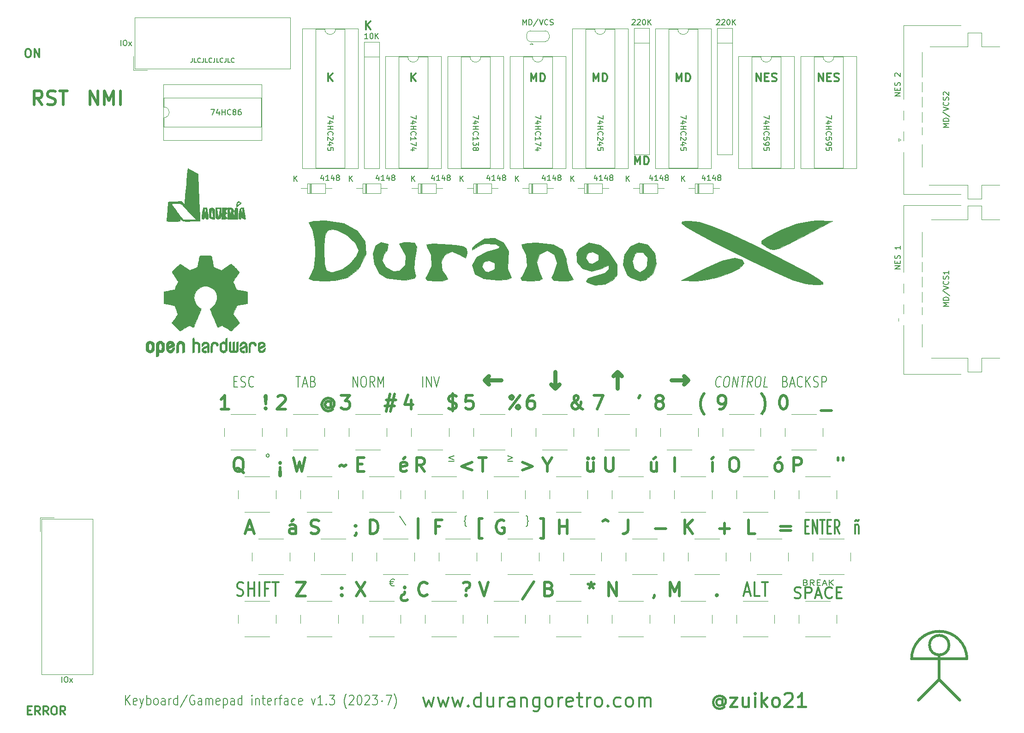
<source format=gto>
G04 #@! TF.GenerationSoftware,KiCad,Pcbnew,(5.1.2-1)-1*
G04 #@! TF.CreationDate,2023-07-30T18:55:40+02:00*
G04 #@! TF.ProjectId,top5x8kbd,746f7035-7838-46b6-9264-2e6b69636164,rev?*
G04 #@! TF.SameCoordinates,Original*
G04 #@! TF.FileFunction,Legend,Top*
G04 #@! TF.FilePolarity,Positive*
%FSLAX46Y46*%
G04 Gerber Fmt 4.6, Leading zero omitted, Abs format (unit mm)*
G04 Created by KiCad (PCBNEW (5.1.2-1)-1) date 2023-07-30 18:55:40*
%MOMM*%
%LPD*%
G04 APERTURE LIST*
%ADD10C,0.500000*%
%ADD11C,0.300000*%
%ADD12C,0.150000*%
%ADD13C,0.349250*%
%ADD14C,0.450000*%
%ADD15C,0.200000*%
%ADD16C,0.120000*%
%ADD17C,0.010000*%
%ADD18C,0.350000*%
%ADD19C,0.800000*%
%ADD20C,0.500000*%
%ADD21R,1.102000X1.602000*%
%ADD22O,1.702000X1.702000*%
%ADD23R,1.702000X1.702000*%
%ADD24C,2.102000*%
%ADD25R,2.102000X2.102000*%
%ADD26C,4.602000*%
%ADD27C,4.102000*%
%ADD28C,1.702000*%
%ADD29O,1.829200X1.829200*%
%ADD30R,1.829200X1.829200*%
%ADD31O,1.802000X1.802000*%
%ADD32R,1.802000X1.802000*%
%ADD33O,1.602000X1.602000*%
%ADD34R,1.602000X1.602000*%
%ADD35C,3.302000*%
%ADD36C,5.702000*%
G04 APERTURE END LIST*
D10*
X181610000Y-135890000D02*
X185420000Y-139700000D01*
X181610000Y-135890000D02*
X177800000Y-139700000D01*
X181610000Y-131336051D02*
X181610000Y-135890000D01*
X176530000Y-132080000D02*
X186690000Y-132080000D01*
X176530000Y-132080000D02*
G75*
G02X186690000Y-132080000I5080000J0D01*
G01*
X183406051Y-129540000D02*
G75*
G03X183406051Y-129540000I-1796051J0D01*
G01*
D11*
X76442142Y-16553571D02*
X76442142Y-15053571D01*
X77299285Y-16553571D02*
X76656428Y-15696428D01*
X77299285Y-15053571D02*
X76442142Y-15910714D01*
X125750000Y-41318571D02*
X125750000Y-39818571D01*
X126250000Y-40890000D01*
X126750000Y-39818571D01*
X126750000Y-41318571D01*
X127464285Y-41318571D02*
X127464285Y-39818571D01*
X127821428Y-39818571D01*
X128035714Y-39890000D01*
X128178571Y-40032857D01*
X128250000Y-40175714D01*
X128321428Y-40461428D01*
X128321428Y-40675714D01*
X128250000Y-40961428D01*
X128178571Y-41104285D01*
X128035714Y-41247142D01*
X127821428Y-41318571D01*
X127464285Y-41318571D01*
X118130000Y-26078571D02*
X118130000Y-24578571D01*
X118630000Y-25650000D01*
X119130000Y-24578571D01*
X119130000Y-26078571D01*
X119844285Y-26078571D02*
X119844285Y-24578571D01*
X120201428Y-24578571D01*
X120415714Y-24650000D01*
X120558571Y-24792857D01*
X120630000Y-24935714D01*
X120701428Y-25221428D01*
X120701428Y-25435714D01*
X120630000Y-25721428D01*
X120558571Y-25864285D01*
X120415714Y-26007142D01*
X120201428Y-26078571D01*
X119844285Y-26078571D01*
X159468571Y-26078571D02*
X159468571Y-24578571D01*
X160325714Y-26078571D01*
X160325714Y-24578571D01*
X161040000Y-25292857D02*
X161540000Y-25292857D01*
X161754285Y-26078571D02*
X161040000Y-26078571D01*
X161040000Y-24578571D01*
X161754285Y-24578571D01*
X162325714Y-26007142D02*
X162540000Y-26078571D01*
X162897142Y-26078571D01*
X163040000Y-26007142D01*
X163111428Y-25935714D01*
X163182857Y-25792857D01*
X163182857Y-25650000D01*
X163111428Y-25507142D01*
X163040000Y-25435714D01*
X162897142Y-25364285D01*
X162611428Y-25292857D01*
X162468571Y-25221428D01*
X162397142Y-25150000D01*
X162325714Y-25007142D01*
X162325714Y-24864285D01*
X162397142Y-24721428D01*
X162468571Y-24650000D01*
X162611428Y-24578571D01*
X162968571Y-24578571D01*
X163182857Y-24650000D01*
X148038571Y-26078571D02*
X148038571Y-24578571D01*
X148895714Y-26078571D01*
X148895714Y-24578571D01*
X149610000Y-25292857D02*
X150110000Y-25292857D01*
X150324285Y-26078571D02*
X149610000Y-26078571D01*
X149610000Y-24578571D01*
X150324285Y-24578571D01*
X150895714Y-26007142D02*
X151110000Y-26078571D01*
X151467142Y-26078571D01*
X151610000Y-26007142D01*
X151681428Y-25935714D01*
X151752857Y-25792857D01*
X151752857Y-25650000D01*
X151681428Y-25507142D01*
X151610000Y-25435714D01*
X151467142Y-25364285D01*
X151181428Y-25292857D01*
X151038571Y-25221428D01*
X150967142Y-25150000D01*
X150895714Y-25007142D01*
X150895714Y-24864285D01*
X150967142Y-24721428D01*
X151038571Y-24650000D01*
X151181428Y-24578571D01*
X151538571Y-24578571D01*
X151752857Y-24650000D01*
X133370000Y-26078571D02*
X133370000Y-24578571D01*
X133870000Y-25650000D01*
X134370000Y-24578571D01*
X134370000Y-26078571D01*
X135084285Y-26078571D02*
X135084285Y-24578571D01*
X135441428Y-24578571D01*
X135655714Y-24650000D01*
X135798571Y-24792857D01*
X135870000Y-24935714D01*
X135941428Y-25221428D01*
X135941428Y-25435714D01*
X135870000Y-25721428D01*
X135798571Y-25864285D01*
X135655714Y-26007142D01*
X135441428Y-26078571D01*
X135084285Y-26078571D01*
X106700000Y-26078571D02*
X106700000Y-24578571D01*
X107200000Y-25650000D01*
X107700000Y-24578571D01*
X107700000Y-26078571D01*
X108414285Y-26078571D02*
X108414285Y-24578571D01*
X108771428Y-24578571D01*
X108985714Y-24650000D01*
X109128571Y-24792857D01*
X109200000Y-24935714D01*
X109271428Y-25221428D01*
X109271428Y-25435714D01*
X109200000Y-25721428D01*
X109128571Y-25864285D01*
X108985714Y-26007142D01*
X108771428Y-26078571D01*
X108414285Y-26078571D01*
X84697142Y-26078571D02*
X84697142Y-24578571D01*
X85554285Y-26078571D02*
X84911428Y-25221428D01*
X85554285Y-24578571D02*
X84697142Y-25435714D01*
X69457142Y-26078571D02*
X69457142Y-24578571D01*
X70314285Y-26078571D02*
X69671428Y-25221428D01*
X70314285Y-24578571D02*
X69457142Y-25435714D01*
D12*
X44564761Y-21786904D02*
X44564761Y-22358333D01*
X44526666Y-22472619D01*
X44450476Y-22548809D01*
X44336190Y-22586904D01*
X44260000Y-22586904D01*
X45326666Y-22586904D02*
X44945714Y-22586904D01*
X44945714Y-21786904D01*
X46050476Y-22510714D02*
X46012380Y-22548809D01*
X45898095Y-22586904D01*
X45821904Y-22586904D01*
X45707619Y-22548809D01*
X45631428Y-22472619D01*
X45593333Y-22396428D01*
X45555238Y-22244047D01*
X45555238Y-22129761D01*
X45593333Y-21977380D01*
X45631428Y-21901190D01*
X45707619Y-21825000D01*
X45821904Y-21786904D01*
X45898095Y-21786904D01*
X46012380Y-21825000D01*
X46050476Y-21863095D01*
X46621904Y-21786904D02*
X46621904Y-22358333D01*
X46583809Y-22472619D01*
X46507619Y-22548809D01*
X46393333Y-22586904D01*
X46317142Y-22586904D01*
X47383809Y-22586904D02*
X47002857Y-22586904D01*
X47002857Y-21786904D01*
X48107619Y-22510714D02*
X48069523Y-22548809D01*
X47955238Y-22586904D01*
X47879047Y-22586904D01*
X47764761Y-22548809D01*
X47688571Y-22472619D01*
X47650476Y-22396428D01*
X47612380Y-22244047D01*
X47612380Y-22129761D01*
X47650476Y-21977380D01*
X47688571Y-21901190D01*
X47764761Y-21825000D01*
X47879047Y-21786904D01*
X47955238Y-21786904D01*
X48069523Y-21825000D01*
X48107619Y-21863095D01*
X48679047Y-21786904D02*
X48679047Y-22358333D01*
X48640952Y-22472619D01*
X48564761Y-22548809D01*
X48450476Y-22586904D01*
X48374285Y-22586904D01*
X49440952Y-22586904D02*
X49060000Y-22586904D01*
X49060000Y-21786904D01*
X50164761Y-22510714D02*
X50126666Y-22548809D01*
X50012380Y-22586904D01*
X49936190Y-22586904D01*
X49821904Y-22548809D01*
X49745714Y-22472619D01*
X49707619Y-22396428D01*
X49669523Y-22244047D01*
X49669523Y-22129761D01*
X49707619Y-21977380D01*
X49745714Y-21901190D01*
X49821904Y-21825000D01*
X49936190Y-21786904D01*
X50012380Y-21786904D01*
X50126666Y-21825000D01*
X50164761Y-21863095D01*
X50736190Y-21786904D02*
X50736190Y-22358333D01*
X50698095Y-22472619D01*
X50621904Y-22548809D01*
X50507619Y-22586904D01*
X50431428Y-22586904D01*
X51498095Y-22586904D02*
X51117142Y-22586904D01*
X51117142Y-21786904D01*
X52221904Y-22510714D02*
X52183809Y-22548809D01*
X52069523Y-22586904D01*
X51993333Y-22586904D01*
X51879047Y-22548809D01*
X51802857Y-22472619D01*
X51764761Y-22396428D01*
X51726666Y-22244047D01*
X51726666Y-22129761D01*
X51764761Y-21977380D01*
X51802857Y-21901190D01*
X51879047Y-21825000D01*
X51993333Y-21786904D01*
X52069523Y-21786904D01*
X52183809Y-21825000D01*
X52221904Y-21863095D01*
D13*
X14369142Y-141496142D02*
X14877142Y-141496142D01*
X15094857Y-142294428D02*
X14369142Y-142294428D01*
X14369142Y-140770428D01*
X15094857Y-140770428D01*
X16618857Y-142294428D02*
X16110857Y-141568714D01*
X15748000Y-142294428D02*
X15748000Y-140770428D01*
X16328571Y-140770428D01*
X16473714Y-140843000D01*
X16546285Y-140915571D01*
X16618857Y-141060714D01*
X16618857Y-141278428D01*
X16546285Y-141423571D01*
X16473714Y-141496142D01*
X16328571Y-141568714D01*
X15748000Y-141568714D01*
X18142857Y-142294428D02*
X17634857Y-141568714D01*
X17272000Y-142294428D02*
X17272000Y-140770428D01*
X17852571Y-140770428D01*
X17997714Y-140843000D01*
X18070285Y-140915571D01*
X18142857Y-141060714D01*
X18142857Y-141278428D01*
X18070285Y-141423571D01*
X17997714Y-141496142D01*
X17852571Y-141568714D01*
X17272000Y-141568714D01*
X19086285Y-140770428D02*
X19376571Y-140770428D01*
X19521714Y-140843000D01*
X19666857Y-140988142D01*
X19739428Y-141278428D01*
X19739428Y-141786428D01*
X19666857Y-142076714D01*
X19521714Y-142221857D01*
X19376571Y-142294428D01*
X19086285Y-142294428D01*
X18941142Y-142221857D01*
X18796000Y-142076714D01*
X18723428Y-141786428D01*
X18723428Y-141278428D01*
X18796000Y-140988142D01*
X18941142Y-140843000D01*
X19086285Y-140770428D01*
X21263428Y-142294428D02*
X20755428Y-141568714D01*
X20392571Y-142294428D02*
X20392571Y-140770428D01*
X20973142Y-140770428D01*
X21118285Y-140843000D01*
X21190857Y-140915571D01*
X21263428Y-141060714D01*
X21263428Y-141278428D01*
X21190857Y-141423571D01*
X21118285Y-141496142D01*
X20973142Y-141568714D01*
X20392571Y-141568714D01*
X14296571Y-20120428D02*
X14586857Y-20120428D01*
X14732000Y-20193000D01*
X14877142Y-20338142D01*
X14949714Y-20628428D01*
X14949714Y-21136428D01*
X14877142Y-21426714D01*
X14732000Y-21571857D01*
X14586857Y-21644428D01*
X14296571Y-21644428D01*
X14151428Y-21571857D01*
X14006285Y-21426714D01*
X13933714Y-21136428D01*
X13933714Y-20628428D01*
X14006285Y-20338142D01*
X14151428Y-20193000D01*
X14296571Y-20120428D01*
X15602857Y-21644428D02*
X15602857Y-20120428D01*
X16473714Y-21644428D01*
X16473714Y-20120428D01*
D14*
X141756190Y-139639523D02*
X141635238Y-139518571D01*
X141393333Y-139397619D01*
X141151428Y-139397619D01*
X140909523Y-139518571D01*
X140788571Y-139639523D01*
X140667619Y-139881428D01*
X140667619Y-140123333D01*
X140788571Y-140365238D01*
X140909523Y-140486190D01*
X141151428Y-140607142D01*
X141393333Y-140607142D01*
X141635238Y-140486190D01*
X141756190Y-140365238D01*
X141756190Y-139397619D02*
X141756190Y-140365238D01*
X141877142Y-140486190D01*
X141998095Y-140486190D01*
X142240000Y-140365238D01*
X142360952Y-140123333D01*
X142360952Y-139518571D01*
X142119047Y-139155714D01*
X141756190Y-138913809D01*
X141272380Y-138792857D01*
X140788571Y-138913809D01*
X140425714Y-139155714D01*
X140183809Y-139518571D01*
X140062857Y-140002380D01*
X140183809Y-140486190D01*
X140425714Y-140849047D01*
X140788571Y-141090952D01*
X141272380Y-141211904D01*
X141756190Y-141090952D01*
X142119047Y-140849047D01*
X143207619Y-139155714D02*
X144538095Y-139155714D01*
X143207619Y-140849047D01*
X144538095Y-140849047D01*
X146594285Y-139155714D02*
X146594285Y-140849047D01*
X145505714Y-139155714D02*
X145505714Y-140486190D01*
X145626666Y-140728095D01*
X145868571Y-140849047D01*
X146231428Y-140849047D01*
X146473333Y-140728095D01*
X146594285Y-140607142D01*
X147803809Y-140849047D02*
X147803809Y-139155714D01*
X147803809Y-138309047D02*
X147682857Y-138430000D01*
X147803809Y-138550952D01*
X147924761Y-138430000D01*
X147803809Y-138309047D01*
X147803809Y-138550952D01*
X149013333Y-140849047D02*
X149013333Y-138309047D01*
X149255238Y-139881428D02*
X149980952Y-140849047D01*
X149980952Y-139155714D02*
X149013333Y-140123333D01*
X151432380Y-140849047D02*
X151190476Y-140728095D01*
X151069523Y-140607142D01*
X150948571Y-140365238D01*
X150948571Y-139639523D01*
X151069523Y-139397619D01*
X151190476Y-139276666D01*
X151432380Y-139155714D01*
X151795238Y-139155714D01*
X152037142Y-139276666D01*
X152158095Y-139397619D01*
X152279047Y-139639523D01*
X152279047Y-140365238D01*
X152158095Y-140607142D01*
X152037142Y-140728095D01*
X151795238Y-140849047D01*
X151432380Y-140849047D01*
X153246666Y-138550952D02*
X153367619Y-138430000D01*
X153609523Y-138309047D01*
X154214285Y-138309047D01*
X154456190Y-138430000D01*
X154577142Y-138550952D01*
X154698095Y-138792857D01*
X154698095Y-139034761D01*
X154577142Y-139397619D01*
X153125714Y-140849047D01*
X154698095Y-140849047D01*
X157117142Y-140849047D02*
X155665714Y-140849047D01*
X156391428Y-140849047D02*
X156391428Y-138309047D01*
X156149523Y-138671904D01*
X155907619Y-138913809D01*
X155665714Y-139034761D01*
D15*
X32292857Y-140514285D02*
X32292857Y-138714285D01*
X33149999Y-140514285D02*
X32507142Y-139485714D01*
X33149999Y-138714285D02*
X32292857Y-139742857D01*
X34364285Y-140428571D02*
X34221428Y-140514285D01*
X33935714Y-140514285D01*
X33792857Y-140428571D01*
X33721428Y-140257142D01*
X33721428Y-139571428D01*
X33792857Y-139400000D01*
X33935714Y-139314285D01*
X34221428Y-139314285D01*
X34364285Y-139400000D01*
X34435714Y-139571428D01*
X34435714Y-139742857D01*
X33721428Y-139914285D01*
X34935714Y-139314285D02*
X35292857Y-140514285D01*
X35650000Y-139314285D02*
X35292857Y-140514285D01*
X35150000Y-140942857D01*
X35078571Y-141028571D01*
X34935714Y-141114285D01*
X36221428Y-140514285D02*
X36221428Y-138714285D01*
X36221428Y-139400000D02*
X36364285Y-139314285D01*
X36650000Y-139314285D01*
X36792857Y-139400000D01*
X36864285Y-139485714D01*
X36935714Y-139657142D01*
X36935714Y-140171428D01*
X36864285Y-140342857D01*
X36792857Y-140428571D01*
X36650000Y-140514285D01*
X36364285Y-140514285D01*
X36221428Y-140428571D01*
X37792857Y-140514285D02*
X37650000Y-140428571D01*
X37578571Y-140342857D01*
X37507142Y-140171428D01*
X37507142Y-139657142D01*
X37578571Y-139485714D01*
X37650000Y-139400000D01*
X37792857Y-139314285D01*
X38007142Y-139314285D01*
X38150000Y-139400000D01*
X38221428Y-139485714D01*
X38292857Y-139657142D01*
X38292857Y-140171428D01*
X38221428Y-140342857D01*
X38150000Y-140428571D01*
X38007142Y-140514285D01*
X37792857Y-140514285D01*
X39578571Y-140514285D02*
X39578571Y-139571428D01*
X39507142Y-139400000D01*
X39364285Y-139314285D01*
X39078571Y-139314285D01*
X38935714Y-139400000D01*
X39578571Y-140428571D02*
X39435714Y-140514285D01*
X39078571Y-140514285D01*
X38935714Y-140428571D01*
X38864285Y-140257142D01*
X38864285Y-140085714D01*
X38935714Y-139914285D01*
X39078571Y-139828571D01*
X39435714Y-139828571D01*
X39578571Y-139742857D01*
X40292857Y-140514285D02*
X40292857Y-139314285D01*
X40292857Y-139657142D02*
X40364285Y-139485714D01*
X40435714Y-139400000D01*
X40578571Y-139314285D01*
X40721428Y-139314285D01*
X41864285Y-140514285D02*
X41864285Y-138714285D01*
X41864285Y-140428571D02*
X41721428Y-140514285D01*
X41435714Y-140514285D01*
X41292857Y-140428571D01*
X41221428Y-140342857D01*
X41150000Y-140171428D01*
X41150000Y-139657142D01*
X41221428Y-139485714D01*
X41292857Y-139400000D01*
X41435714Y-139314285D01*
X41721428Y-139314285D01*
X41864285Y-139400000D01*
X43650000Y-138628571D02*
X42364285Y-140942857D01*
X44935714Y-138800000D02*
X44792857Y-138714285D01*
X44578571Y-138714285D01*
X44364285Y-138800000D01*
X44221428Y-138971428D01*
X44150000Y-139142857D01*
X44078571Y-139485714D01*
X44078571Y-139742857D01*
X44150000Y-140085714D01*
X44221428Y-140257142D01*
X44364285Y-140428571D01*
X44578571Y-140514285D01*
X44721428Y-140514285D01*
X44935714Y-140428571D01*
X45007142Y-140342857D01*
X45007142Y-139742857D01*
X44721428Y-139742857D01*
X46292857Y-140514285D02*
X46292857Y-139571428D01*
X46221428Y-139400000D01*
X46078571Y-139314285D01*
X45792857Y-139314285D01*
X45650000Y-139400000D01*
X46292857Y-140428571D02*
X46150000Y-140514285D01*
X45792857Y-140514285D01*
X45650000Y-140428571D01*
X45578571Y-140257142D01*
X45578571Y-140085714D01*
X45650000Y-139914285D01*
X45792857Y-139828571D01*
X46150000Y-139828571D01*
X46292857Y-139742857D01*
X47007142Y-140514285D02*
X47007142Y-139314285D01*
X47007142Y-139485714D02*
X47078571Y-139400000D01*
X47221428Y-139314285D01*
X47435714Y-139314285D01*
X47578571Y-139400000D01*
X47650000Y-139571428D01*
X47650000Y-140514285D01*
X47650000Y-139571428D02*
X47721428Y-139400000D01*
X47864285Y-139314285D01*
X48078571Y-139314285D01*
X48221428Y-139400000D01*
X48292857Y-139571428D01*
X48292857Y-140514285D01*
X49578571Y-140428571D02*
X49435714Y-140514285D01*
X49150000Y-140514285D01*
X49007142Y-140428571D01*
X48935714Y-140257142D01*
X48935714Y-139571428D01*
X49007142Y-139400000D01*
X49150000Y-139314285D01*
X49435714Y-139314285D01*
X49578571Y-139400000D01*
X49650000Y-139571428D01*
X49650000Y-139742857D01*
X48935714Y-139914285D01*
X50292857Y-139314285D02*
X50292857Y-141114285D01*
X50292857Y-139400000D02*
X50435714Y-139314285D01*
X50721428Y-139314285D01*
X50864285Y-139400000D01*
X50935714Y-139485714D01*
X51007142Y-139657142D01*
X51007142Y-140171428D01*
X50935714Y-140342857D01*
X50864285Y-140428571D01*
X50721428Y-140514285D01*
X50435714Y-140514285D01*
X50292857Y-140428571D01*
X52292857Y-140514285D02*
X52292857Y-139571428D01*
X52221428Y-139400000D01*
X52078571Y-139314285D01*
X51792857Y-139314285D01*
X51650000Y-139400000D01*
X52292857Y-140428571D02*
X52150000Y-140514285D01*
X51792857Y-140514285D01*
X51650000Y-140428571D01*
X51578571Y-140257142D01*
X51578571Y-140085714D01*
X51650000Y-139914285D01*
X51792857Y-139828571D01*
X52150000Y-139828571D01*
X52292857Y-139742857D01*
X53650000Y-140514285D02*
X53650000Y-138714285D01*
X53650000Y-140428571D02*
X53507142Y-140514285D01*
X53221428Y-140514285D01*
X53078571Y-140428571D01*
X53007142Y-140342857D01*
X52935714Y-140171428D01*
X52935714Y-139657142D01*
X53007142Y-139485714D01*
X53078571Y-139400000D01*
X53221428Y-139314285D01*
X53507142Y-139314285D01*
X53650000Y-139400000D01*
X55507142Y-140514285D02*
X55507142Y-139314285D01*
X55507142Y-138714285D02*
X55435714Y-138800000D01*
X55507142Y-138885714D01*
X55578571Y-138800000D01*
X55507142Y-138714285D01*
X55507142Y-138885714D01*
X56221428Y-139314285D02*
X56221428Y-140514285D01*
X56221428Y-139485714D02*
X56292857Y-139400000D01*
X56435714Y-139314285D01*
X56650000Y-139314285D01*
X56792857Y-139400000D01*
X56864285Y-139571428D01*
X56864285Y-140514285D01*
X57364285Y-139314285D02*
X57935714Y-139314285D01*
X57578571Y-138714285D02*
X57578571Y-140257142D01*
X57650000Y-140428571D01*
X57792857Y-140514285D01*
X57935714Y-140514285D01*
X59007142Y-140428571D02*
X58864285Y-140514285D01*
X58578571Y-140514285D01*
X58435714Y-140428571D01*
X58364285Y-140257142D01*
X58364285Y-139571428D01*
X58435714Y-139400000D01*
X58578571Y-139314285D01*
X58864285Y-139314285D01*
X59007142Y-139400000D01*
X59078571Y-139571428D01*
X59078571Y-139742857D01*
X58364285Y-139914285D01*
X59721428Y-140514285D02*
X59721428Y-139314285D01*
X59721428Y-139657142D02*
X59792857Y-139485714D01*
X59864285Y-139400000D01*
X60007142Y-139314285D01*
X60150000Y-139314285D01*
X60435714Y-139314285D02*
X61007142Y-139314285D01*
X60650000Y-140514285D02*
X60650000Y-138971428D01*
X60721428Y-138800000D01*
X60864285Y-138714285D01*
X61007142Y-138714285D01*
X62150000Y-140514285D02*
X62150000Y-139571428D01*
X62078571Y-139400000D01*
X61935714Y-139314285D01*
X61650000Y-139314285D01*
X61507142Y-139400000D01*
X62150000Y-140428571D02*
X62007142Y-140514285D01*
X61650000Y-140514285D01*
X61507142Y-140428571D01*
X61435714Y-140257142D01*
X61435714Y-140085714D01*
X61507142Y-139914285D01*
X61650000Y-139828571D01*
X62007142Y-139828571D01*
X62150000Y-139742857D01*
X63507142Y-140428571D02*
X63364285Y-140514285D01*
X63078571Y-140514285D01*
X62935714Y-140428571D01*
X62864285Y-140342857D01*
X62792857Y-140171428D01*
X62792857Y-139657142D01*
X62864285Y-139485714D01*
X62935714Y-139400000D01*
X63078571Y-139314285D01*
X63364285Y-139314285D01*
X63507142Y-139400000D01*
X64721428Y-140428571D02*
X64578571Y-140514285D01*
X64292857Y-140514285D01*
X64150000Y-140428571D01*
X64078571Y-140257142D01*
X64078571Y-139571428D01*
X64150000Y-139400000D01*
X64292857Y-139314285D01*
X64578571Y-139314285D01*
X64721428Y-139400000D01*
X64792857Y-139571428D01*
X64792857Y-139742857D01*
X64078571Y-139914285D01*
X66435714Y-139314285D02*
X66792857Y-140514285D01*
X67150000Y-139314285D01*
X68507142Y-140514285D02*
X67650000Y-140514285D01*
X68078571Y-140514285D02*
X68078571Y-138714285D01*
X67935714Y-138971428D01*
X67792857Y-139142857D01*
X67650000Y-139228571D01*
X69150000Y-140342857D02*
X69221428Y-140428571D01*
X69150000Y-140514285D01*
X69078571Y-140428571D01*
X69150000Y-140342857D01*
X69150000Y-140514285D01*
X69721428Y-138714285D02*
X70650000Y-138714285D01*
X70150000Y-139400000D01*
X70364285Y-139400000D01*
X70507142Y-139485714D01*
X70578571Y-139571428D01*
X70650000Y-139742857D01*
X70650000Y-140171428D01*
X70578571Y-140342857D01*
X70507142Y-140428571D01*
X70364285Y-140514285D01*
X69935714Y-140514285D01*
X69792857Y-140428571D01*
X69721428Y-140342857D01*
X72864285Y-141200000D02*
X72792857Y-141114285D01*
X72650000Y-140857142D01*
X72578571Y-140685714D01*
X72507142Y-140428571D01*
X72435714Y-140000000D01*
X72435714Y-139657142D01*
X72507142Y-139228571D01*
X72578571Y-138971428D01*
X72650000Y-138800000D01*
X72792857Y-138542857D01*
X72864285Y-138457142D01*
X73364285Y-138885714D02*
X73435714Y-138800000D01*
X73578571Y-138714285D01*
X73935714Y-138714285D01*
X74078571Y-138800000D01*
X74150000Y-138885714D01*
X74221428Y-139057142D01*
X74221428Y-139228571D01*
X74150000Y-139485714D01*
X73292857Y-140514285D01*
X74221428Y-140514285D01*
X75150000Y-138714285D02*
X75292857Y-138714285D01*
X75435714Y-138800000D01*
X75507142Y-138885714D01*
X75578571Y-139057142D01*
X75650000Y-139400000D01*
X75650000Y-139828571D01*
X75578571Y-140171428D01*
X75507142Y-140342857D01*
X75435714Y-140428571D01*
X75292857Y-140514285D01*
X75150000Y-140514285D01*
X75007142Y-140428571D01*
X74935714Y-140342857D01*
X74864285Y-140171428D01*
X74792857Y-139828571D01*
X74792857Y-139400000D01*
X74864285Y-139057142D01*
X74935714Y-138885714D01*
X75007142Y-138800000D01*
X75150000Y-138714285D01*
X76221428Y-138885714D02*
X76292857Y-138800000D01*
X76435714Y-138714285D01*
X76792857Y-138714285D01*
X76935714Y-138800000D01*
X77007142Y-138885714D01*
X77078571Y-139057142D01*
X77078571Y-139228571D01*
X77007142Y-139485714D01*
X76150000Y-140514285D01*
X77078571Y-140514285D01*
X77578571Y-138714285D02*
X78507142Y-138714285D01*
X78007142Y-139400000D01*
X78221428Y-139400000D01*
X78364285Y-139485714D01*
X78435714Y-139571428D01*
X78507142Y-139742857D01*
X78507142Y-140171428D01*
X78435714Y-140342857D01*
X78364285Y-140428571D01*
X78221428Y-140514285D01*
X77792857Y-140514285D01*
X77650000Y-140428571D01*
X77578571Y-140342857D01*
X79364285Y-139742857D02*
X79292857Y-139828571D01*
X79364285Y-139914285D01*
X79435714Y-139828571D01*
X79364285Y-139742857D01*
X79364285Y-139914285D01*
X80150000Y-138714285D02*
X81150000Y-138714285D01*
X80507142Y-140514285D01*
X81578571Y-141200000D02*
X81649999Y-141114285D01*
X81792857Y-140857142D01*
X81864285Y-140685714D01*
X81935714Y-140428571D01*
X82007142Y-140000000D01*
X82007142Y-139657142D01*
X81935714Y-139228571D01*
X81864285Y-138971428D01*
X81792857Y-138800000D01*
X81649999Y-138542857D01*
X81578571Y-138457142D01*
D11*
X86964761Y-139155714D02*
X87448571Y-140849047D01*
X87932380Y-139639523D01*
X88416190Y-140849047D01*
X88900000Y-139155714D01*
X89625714Y-139155714D02*
X90109523Y-140849047D01*
X90593333Y-139639523D01*
X91077142Y-140849047D01*
X91560952Y-139155714D01*
X92286666Y-139155714D02*
X92770476Y-140849047D01*
X93254285Y-139639523D01*
X93738095Y-140849047D01*
X94221904Y-139155714D01*
X95189523Y-140607142D02*
X95310476Y-140728095D01*
X95189523Y-140849047D01*
X95068571Y-140728095D01*
X95189523Y-140607142D01*
X95189523Y-140849047D01*
X97487619Y-140849047D02*
X97487619Y-138309047D01*
X97487619Y-140728095D02*
X97245714Y-140849047D01*
X96761904Y-140849047D01*
X96520000Y-140728095D01*
X96399047Y-140607142D01*
X96278095Y-140365238D01*
X96278095Y-139639523D01*
X96399047Y-139397619D01*
X96520000Y-139276666D01*
X96761904Y-139155714D01*
X97245714Y-139155714D01*
X97487619Y-139276666D01*
X99785714Y-139155714D02*
X99785714Y-140849047D01*
X98697142Y-139155714D02*
X98697142Y-140486190D01*
X98818095Y-140728095D01*
X99060000Y-140849047D01*
X99422857Y-140849047D01*
X99664761Y-140728095D01*
X99785714Y-140607142D01*
X100995238Y-140849047D02*
X100995238Y-139155714D01*
X100995238Y-139639523D02*
X101116190Y-139397619D01*
X101237142Y-139276666D01*
X101479047Y-139155714D01*
X101720952Y-139155714D01*
X103656190Y-140849047D02*
X103656190Y-139518571D01*
X103535238Y-139276666D01*
X103293333Y-139155714D01*
X102809523Y-139155714D01*
X102567619Y-139276666D01*
X103656190Y-140728095D02*
X103414285Y-140849047D01*
X102809523Y-140849047D01*
X102567619Y-140728095D01*
X102446666Y-140486190D01*
X102446666Y-140244285D01*
X102567619Y-140002380D01*
X102809523Y-139881428D01*
X103414285Y-139881428D01*
X103656190Y-139760476D01*
X104865714Y-139155714D02*
X104865714Y-140849047D01*
X104865714Y-139397619D02*
X104986666Y-139276666D01*
X105228571Y-139155714D01*
X105591428Y-139155714D01*
X105833333Y-139276666D01*
X105954285Y-139518571D01*
X105954285Y-140849047D01*
X108252380Y-139155714D02*
X108252380Y-141211904D01*
X108131428Y-141453809D01*
X108010476Y-141574761D01*
X107768571Y-141695714D01*
X107405714Y-141695714D01*
X107163809Y-141574761D01*
X108252380Y-140728095D02*
X108010476Y-140849047D01*
X107526666Y-140849047D01*
X107284761Y-140728095D01*
X107163809Y-140607142D01*
X107042857Y-140365238D01*
X107042857Y-139639523D01*
X107163809Y-139397619D01*
X107284761Y-139276666D01*
X107526666Y-139155714D01*
X108010476Y-139155714D01*
X108252380Y-139276666D01*
X109824761Y-140849047D02*
X109582857Y-140728095D01*
X109461904Y-140607142D01*
X109340952Y-140365238D01*
X109340952Y-139639523D01*
X109461904Y-139397619D01*
X109582857Y-139276666D01*
X109824761Y-139155714D01*
X110187619Y-139155714D01*
X110429523Y-139276666D01*
X110550476Y-139397619D01*
X110671428Y-139639523D01*
X110671428Y-140365238D01*
X110550476Y-140607142D01*
X110429523Y-140728095D01*
X110187619Y-140849047D01*
X109824761Y-140849047D01*
X111760000Y-140849047D02*
X111760000Y-139155714D01*
X111760000Y-139639523D02*
X111880952Y-139397619D01*
X112001904Y-139276666D01*
X112243809Y-139155714D01*
X112485714Y-139155714D01*
X114300000Y-140728095D02*
X114058095Y-140849047D01*
X113574285Y-140849047D01*
X113332380Y-140728095D01*
X113211428Y-140486190D01*
X113211428Y-139518571D01*
X113332380Y-139276666D01*
X113574285Y-139155714D01*
X114058095Y-139155714D01*
X114300000Y-139276666D01*
X114420952Y-139518571D01*
X114420952Y-139760476D01*
X113211428Y-140002380D01*
X115146666Y-139155714D02*
X116114285Y-139155714D01*
X115509523Y-138309047D02*
X115509523Y-140486190D01*
X115630476Y-140728095D01*
X115872380Y-140849047D01*
X116114285Y-140849047D01*
X116960952Y-140849047D02*
X116960952Y-139155714D01*
X116960952Y-139639523D02*
X117081904Y-139397619D01*
X117202857Y-139276666D01*
X117444761Y-139155714D01*
X117686666Y-139155714D01*
X118896190Y-140849047D02*
X118654285Y-140728095D01*
X118533333Y-140607142D01*
X118412380Y-140365238D01*
X118412380Y-139639523D01*
X118533333Y-139397619D01*
X118654285Y-139276666D01*
X118896190Y-139155714D01*
X119259047Y-139155714D01*
X119500952Y-139276666D01*
X119621904Y-139397619D01*
X119742857Y-139639523D01*
X119742857Y-140365238D01*
X119621904Y-140607142D01*
X119500952Y-140728095D01*
X119259047Y-140849047D01*
X118896190Y-140849047D01*
X120831428Y-140607142D02*
X120952380Y-140728095D01*
X120831428Y-140849047D01*
X120710476Y-140728095D01*
X120831428Y-140607142D01*
X120831428Y-140849047D01*
X123129523Y-140728095D02*
X122887619Y-140849047D01*
X122403809Y-140849047D01*
X122161904Y-140728095D01*
X122040952Y-140607142D01*
X121920000Y-140365238D01*
X121920000Y-139639523D01*
X122040952Y-139397619D01*
X122161904Y-139276666D01*
X122403809Y-139155714D01*
X122887619Y-139155714D01*
X123129523Y-139276666D01*
X124580952Y-140849047D02*
X124339047Y-140728095D01*
X124218095Y-140607142D01*
X124097142Y-140365238D01*
X124097142Y-139639523D01*
X124218095Y-139397619D01*
X124339047Y-139276666D01*
X124580952Y-139155714D01*
X124943809Y-139155714D01*
X125185714Y-139276666D01*
X125306666Y-139397619D01*
X125427619Y-139639523D01*
X125427619Y-140365238D01*
X125306666Y-140607142D01*
X125185714Y-140728095D01*
X124943809Y-140849047D01*
X124580952Y-140849047D01*
X126516190Y-140849047D02*
X126516190Y-139155714D01*
X126516190Y-139397619D02*
X126637142Y-139276666D01*
X126879047Y-139155714D01*
X127241904Y-139155714D01*
X127483809Y-139276666D01*
X127604761Y-139518571D01*
X127604761Y-140849047D01*
X127604761Y-139518571D02*
X127725714Y-139276666D01*
X127967619Y-139155714D01*
X128330476Y-139155714D01*
X128572380Y-139276666D01*
X128693333Y-139518571D01*
X128693333Y-140849047D01*
D16*
X105900000Y-17480000D02*
G75*
G02X106600000Y-16780000I700000J0D01*
G01*
X106600000Y-18780000D02*
G75*
G02X105900000Y-18080000I0J700000D01*
G01*
X110000000Y-18080000D02*
G75*
G02X109300000Y-18780000I-700000J0D01*
G01*
X109300000Y-16780000D02*
G75*
G02X110000000Y-17480000I0J-700000D01*
G01*
X106550000Y-16780000D02*
X109350000Y-16780000D01*
X110000000Y-17480000D02*
X110000000Y-18080000D01*
X109350000Y-18780000D02*
X106550000Y-18780000D01*
X105900000Y-18080000D02*
X105900000Y-17480000D01*
X106750000Y-18980000D02*
X106450000Y-19280000D01*
X106450000Y-19280000D02*
X107050000Y-19280000D01*
X106750000Y-18980000D02*
X107050000Y-19280000D01*
X113090000Y-21470000D02*
X102810000Y-21470000D01*
X113090000Y-42030000D02*
X113090000Y-21470000D01*
X102810000Y-42030000D02*
X113090000Y-42030000D01*
X102810000Y-21470000D02*
X102810000Y-42030000D01*
X110600000Y-21530000D02*
X108950000Y-21530000D01*
X110600000Y-41970000D02*
X110600000Y-21530000D01*
X105300000Y-41970000D02*
X110600000Y-41970000D01*
X105300000Y-21530000D02*
X105300000Y-41970000D01*
X106950000Y-21530000D02*
X105300000Y-21530000D01*
X108950000Y-21530000D02*
G75*
G02X106950000Y-21530000I-1000000J0D01*
G01*
X189357000Y-45085000D02*
X192659000Y-45085000D01*
X189357000Y-47625000D02*
X189357000Y-45085000D01*
X186817000Y-47625000D02*
X189357000Y-47625000D01*
X186817000Y-45085000D02*
X186817000Y-47625000D01*
X189357000Y-19685000D02*
X192659000Y-19685000D01*
X186817000Y-17145000D02*
X186817000Y-19685000D01*
X189357000Y-17145000D02*
X186817000Y-17145000D01*
X189357000Y-19685000D02*
X189357000Y-17145000D01*
X186817000Y-19685000D02*
X178435000Y-19685000D01*
X186817000Y-45085000D02*
X178435000Y-45085000D01*
X178435000Y-45085000D02*
X178435000Y-19685000D01*
X189357000Y-76835000D02*
X192659000Y-76835000D01*
X189357000Y-79375000D02*
X189357000Y-76835000D01*
X186817000Y-79375000D02*
X189357000Y-79375000D01*
X186817000Y-76835000D02*
X186817000Y-79375000D01*
X189357000Y-51435000D02*
X192659000Y-51435000D01*
X186817000Y-48895000D02*
X186817000Y-51435000D01*
X189357000Y-48895000D02*
X186817000Y-48895000D01*
X189357000Y-51435000D02*
X189357000Y-48895000D01*
X186817000Y-51435000D02*
X178435000Y-51435000D01*
X186817000Y-76835000D02*
X178435000Y-76835000D01*
X178435000Y-76835000D02*
X178435000Y-51435000D01*
X143640000Y-19050000D02*
X140840000Y-19050000D01*
X143640000Y-39540000D02*
X143640000Y-16340000D01*
X140840000Y-39540000D02*
X143640000Y-39540000D01*
X140840000Y-16340000D02*
X140840000Y-39540000D01*
X143640000Y-16340000D02*
X140840000Y-16340000D01*
X174578675Y-36830000D02*
X174145662Y-37080000D01*
X174145662Y-36580000D02*
X174578675Y-36830000D01*
X174145662Y-37080000D02*
X174145662Y-36580000D01*
X175040000Y-15805000D02*
X185520000Y-15805000D01*
X175040000Y-46775000D02*
X175040000Y-15805000D01*
X185520000Y-46775000D02*
X175040000Y-46775000D01*
X166430000Y-21470000D02*
X156150000Y-21470000D01*
X166430000Y-42030000D02*
X166430000Y-21470000D01*
X156150000Y-42030000D02*
X166430000Y-42030000D01*
X156150000Y-21470000D02*
X156150000Y-42030000D01*
X163940000Y-21530000D02*
X162290000Y-21530000D01*
X163940000Y-41970000D02*
X163940000Y-21530000D01*
X158640000Y-41970000D02*
X163940000Y-41970000D01*
X158640000Y-21530000D02*
X158640000Y-41970000D01*
X160290000Y-21530000D02*
X158640000Y-21530000D01*
X162290000Y-21530000D02*
G75*
G02X160290000Y-21530000I-1000000J0D01*
G01*
X139760000Y-16390000D02*
X129480000Y-16390000D01*
X139760000Y-42030000D02*
X139760000Y-16390000D01*
X129480000Y-42030000D02*
X139760000Y-42030000D01*
X129480000Y-16390000D02*
X129480000Y-42030000D01*
X137270000Y-16450000D02*
X135620000Y-16450000D01*
X137270000Y-41970000D02*
X137270000Y-16450000D01*
X131970000Y-41970000D02*
X137270000Y-41970000D01*
X131970000Y-16450000D02*
X131970000Y-41970000D01*
X133620000Y-16450000D02*
X131970000Y-16450000D01*
X135620000Y-16450000D02*
G75*
G02X133620000Y-16450000I-1000000J0D01*
G01*
X155000000Y-21470000D02*
X144720000Y-21470000D01*
X155000000Y-42030000D02*
X155000000Y-21470000D01*
X144720000Y-42030000D02*
X155000000Y-42030000D01*
X144720000Y-21470000D02*
X144720000Y-42030000D01*
X152510000Y-21530000D02*
X150860000Y-21530000D01*
X152510000Y-41970000D02*
X152510000Y-21530000D01*
X147210000Y-41970000D02*
X152510000Y-41970000D01*
X147210000Y-21530000D02*
X147210000Y-41970000D01*
X148860000Y-21530000D02*
X147210000Y-21530000D01*
X150860000Y-21530000D02*
G75*
G02X148860000Y-21530000I-1000000J0D01*
G01*
X124520000Y-16390000D02*
X114240000Y-16390000D01*
X124520000Y-42030000D02*
X124520000Y-16390000D01*
X114240000Y-42030000D02*
X124520000Y-42030000D01*
X114240000Y-16390000D02*
X114240000Y-42030000D01*
X122030000Y-16450000D02*
X120380000Y-16450000D01*
X122030000Y-41970000D02*
X122030000Y-16450000D01*
X116730000Y-41970000D02*
X122030000Y-41970000D01*
X116730000Y-16450000D02*
X116730000Y-41970000D01*
X118380000Y-16450000D02*
X116730000Y-16450000D01*
X120380000Y-16450000D02*
G75*
G02X118380000Y-16450000I-1000000J0D01*
G01*
X74990000Y-16390000D02*
X64710000Y-16390000D01*
X74990000Y-42030000D02*
X74990000Y-16390000D01*
X64710000Y-42030000D02*
X74990000Y-42030000D01*
X64710000Y-16390000D02*
X64710000Y-42030000D01*
X72500000Y-16450000D02*
X70850000Y-16450000D01*
X72500000Y-41970000D02*
X72500000Y-16450000D01*
X67200000Y-41970000D02*
X72500000Y-41970000D01*
X67200000Y-16450000D02*
X67200000Y-41970000D01*
X68850000Y-16450000D02*
X67200000Y-16450000D01*
X70850000Y-16450000D02*
G75*
G02X68850000Y-16450000I-1000000J0D01*
G01*
X90230000Y-21470000D02*
X79950000Y-21470000D01*
X90230000Y-42030000D02*
X90230000Y-21470000D01*
X79950000Y-42030000D02*
X90230000Y-42030000D01*
X79950000Y-21470000D02*
X79950000Y-42030000D01*
X87740000Y-21530000D02*
X86090000Y-21530000D01*
X87740000Y-41970000D02*
X87740000Y-21530000D01*
X82440000Y-41970000D02*
X87740000Y-41970000D01*
X82440000Y-21530000D02*
X82440000Y-41970000D01*
X84090000Y-21530000D02*
X82440000Y-21530000D01*
X86090000Y-21530000D02*
G75*
G02X84090000Y-21530000I-1000000J0D01*
G01*
X39250000Y-26610000D02*
X39250000Y-36890000D01*
X57270000Y-26610000D02*
X39250000Y-26610000D01*
X57270000Y-36890000D02*
X57270000Y-26610000D01*
X39250000Y-36890000D02*
X57270000Y-36890000D01*
X39310000Y-29100000D02*
X39310000Y-30750000D01*
X57210000Y-29100000D02*
X39310000Y-29100000D01*
X57210000Y-34400000D02*
X57210000Y-29100000D01*
X39310000Y-34400000D02*
X57210000Y-34400000D01*
X39310000Y-32750000D02*
X39310000Y-34400000D01*
X39310000Y-30750000D02*
G75*
G02X39310000Y-32750000I0J-1000000D01*
G01*
X101660000Y-21470000D02*
X91380000Y-21470000D01*
X101660000Y-42030000D02*
X101660000Y-21470000D01*
X91380000Y-42030000D02*
X101660000Y-42030000D01*
X91380000Y-21470000D02*
X91380000Y-42030000D01*
X99170000Y-21530000D02*
X97520000Y-21530000D01*
X99170000Y-41970000D02*
X99170000Y-21530000D01*
X93870000Y-41970000D02*
X99170000Y-41970000D01*
X93870000Y-21530000D02*
X93870000Y-41970000D01*
X95520000Y-21530000D02*
X93870000Y-21530000D01*
X97520000Y-21530000D02*
G75*
G02X95520000Y-21530000I-1000000J0D01*
G01*
X128400000Y-19050000D02*
X125600000Y-19050000D01*
X128400000Y-39540000D02*
X128400000Y-16340000D01*
X125600000Y-39540000D02*
X128400000Y-39540000D01*
X125600000Y-16340000D02*
X125600000Y-39540000D01*
X128400000Y-16340000D02*
X125600000Y-16340000D01*
X33770000Y-23975000D02*
X33770000Y-21435000D01*
X33770000Y-23975000D02*
X36310000Y-23975000D01*
X34020000Y-23725000D02*
X34020000Y-14375000D01*
X62500000Y-23725000D02*
X34020000Y-23725000D01*
X62500000Y-14375000D02*
X62500000Y-23725000D01*
X34020000Y-14375000D02*
X62500000Y-14375000D01*
X137246000Y-44800000D02*
X137246000Y-46640000D01*
X137486000Y-44800000D02*
X137486000Y-46640000D01*
X137366000Y-44800000D02*
X137366000Y-46640000D01*
X141250000Y-45720000D02*
X140070000Y-45720000D01*
X135610000Y-45720000D02*
X136790000Y-45720000D01*
X140070000Y-44800000D02*
X136790000Y-44800000D01*
X140070000Y-46640000D02*
X140070000Y-44800000D01*
X136790000Y-46640000D02*
X140070000Y-46640000D01*
X136790000Y-44800000D02*
X136790000Y-46640000D01*
X127086000Y-44800000D02*
X127086000Y-46640000D01*
X127326000Y-44800000D02*
X127326000Y-46640000D01*
X127206000Y-44800000D02*
X127206000Y-46640000D01*
X131090000Y-45720000D02*
X129910000Y-45720000D01*
X125450000Y-45720000D02*
X126630000Y-45720000D01*
X129910000Y-44800000D02*
X126630000Y-44800000D01*
X129910000Y-46640000D02*
X129910000Y-44800000D01*
X126630000Y-46640000D02*
X129910000Y-46640000D01*
X126630000Y-44800000D02*
X126630000Y-46640000D01*
X116926000Y-44800000D02*
X116926000Y-46640000D01*
X117166000Y-44800000D02*
X117166000Y-46640000D01*
X117046000Y-44800000D02*
X117046000Y-46640000D01*
X120930000Y-45720000D02*
X119750000Y-45720000D01*
X115290000Y-45720000D02*
X116470000Y-45720000D01*
X119750000Y-44800000D02*
X116470000Y-44800000D01*
X119750000Y-46640000D02*
X119750000Y-44800000D01*
X116470000Y-46640000D02*
X119750000Y-46640000D01*
X116470000Y-44800000D02*
X116470000Y-46640000D01*
D17*
G36*
X53147678Y-48110285D02*
G01*
X53336371Y-48235780D01*
X53567859Y-48423228D01*
X53142635Y-48764947D01*
X52851410Y-48990114D01*
X52685687Y-49088052D01*
X52612733Y-49072115D01*
X52599166Y-48986653D01*
X52612353Y-48896806D01*
X52722704Y-48896806D01*
X53032596Y-48676143D01*
X53220724Y-48507567D01*
X53287606Y-48374584D01*
X53282081Y-48357740D01*
X53138432Y-48259557D01*
X52976830Y-48345581D01*
X52842888Y-48578403D01*
X52722704Y-48896806D01*
X52612353Y-48896806D01*
X52635627Y-48738238D01*
X52725316Y-48451532D01*
X52838694Y-48200361D01*
X52946218Y-48058555D01*
X52974610Y-48048333D01*
X53147678Y-48110285D01*
X53147678Y-48110285D01*
G37*
X53147678Y-48110285D02*
X53336371Y-48235780D01*
X53567859Y-48423228D01*
X53142635Y-48764947D01*
X52851410Y-48990114D01*
X52685687Y-49088052D01*
X52612733Y-49072115D01*
X52599166Y-48986653D01*
X52612353Y-48896806D01*
X52722704Y-48896806D01*
X53032596Y-48676143D01*
X53220724Y-48507567D01*
X53287606Y-48374584D01*
X53282081Y-48357740D01*
X53138432Y-48259557D01*
X52976830Y-48345581D01*
X52842888Y-48578403D01*
X52722704Y-48896806D01*
X52612353Y-48896806D01*
X52635627Y-48738238D01*
X52725316Y-48451532D01*
X52838694Y-48200361D01*
X52946218Y-48058555D01*
X52974610Y-48048333D01*
X53147678Y-48110285D01*
G36*
X54072901Y-49921055D02*
G01*
X54145609Y-50349023D01*
X54213639Y-50745365D01*
X54256867Y-50993525D01*
X54285525Y-51229873D01*
X54225902Y-51317085D01*
X54034783Y-51312837D01*
X54018982Y-51311025D01*
X53760010Y-51213492D01*
X53645776Y-51011666D01*
X53572765Y-50747083D01*
X53562216Y-51038125D01*
X53517233Y-51253648D01*
X53364916Y-51325971D01*
X53287083Y-51329166D01*
X53085598Y-51285236D01*
X53028864Y-51119820D01*
X53029142Y-51091041D01*
X53048616Y-50871910D01*
X53093714Y-50517084D01*
X53155069Y-50099621D01*
X53161433Y-50059166D01*
X53225679Y-49675656D01*
X53493194Y-49675656D01*
X53527094Y-50006250D01*
X53589126Y-50535416D01*
X53705043Y-50006250D01*
X53764715Y-49682565D01*
X53759646Y-49511621D01*
X53687470Y-49443888D01*
X53678030Y-49441269D01*
X53555436Y-49425950D01*
X53497777Y-49489280D01*
X53493194Y-49675656D01*
X53225679Y-49675656D01*
X53228839Y-49656796D01*
X53289825Y-49418020D01*
X53369703Y-49297158D01*
X53493788Y-49248530D01*
X53619163Y-49233138D01*
X53951244Y-49200860D01*
X54072901Y-49921055D01*
X54072901Y-49921055D01*
G37*
X54072901Y-49921055D02*
X54145609Y-50349023D01*
X54213639Y-50745365D01*
X54256867Y-50993525D01*
X54285525Y-51229873D01*
X54225902Y-51317085D01*
X54034783Y-51312837D01*
X54018982Y-51311025D01*
X53760010Y-51213492D01*
X53645776Y-51011666D01*
X53572765Y-50747083D01*
X53562216Y-51038125D01*
X53517233Y-51253648D01*
X53364916Y-51325971D01*
X53287083Y-51329166D01*
X53085598Y-51285236D01*
X53028864Y-51119820D01*
X53029142Y-51091041D01*
X53048616Y-50871910D01*
X53093714Y-50517084D01*
X53155069Y-50099621D01*
X53161433Y-50059166D01*
X53225679Y-49675656D01*
X53493194Y-49675656D01*
X53527094Y-50006250D01*
X53589126Y-50535416D01*
X53705043Y-50006250D01*
X53764715Y-49682565D01*
X53759646Y-49511621D01*
X53687470Y-49443888D01*
X53678030Y-49441269D01*
X53555436Y-49425950D01*
X53497777Y-49489280D01*
X53493194Y-49675656D01*
X53225679Y-49675656D01*
X53228839Y-49656796D01*
X53289825Y-49418020D01*
X53369703Y-49297158D01*
X53493788Y-49248530D01*
X53619163Y-49233138D01*
X53951244Y-49200860D01*
X54072901Y-49921055D01*
G36*
X52720677Y-49272963D02*
G01*
X52799171Y-49321678D01*
X52845823Y-49450671D01*
X52871812Y-49699053D01*
X52888313Y-50105934D01*
X52894040Y-50297291D01*
X52924331Y-51329166D01*
X52274001Y-51329166D01*
X52304292Y-50297291D01*
X52320113Y-49824263D01*
X52341427Y-49523715D01*
X52379409Y-49356537D01*
X52445237Y-49283617D01*
X52550088Y-49265845D01*
X52599166Y-49265416D01*
X52720677Y-49272963D01*
X52720677Y-49272963D01*
G37*
X52720677Y-49272963D02*
X52799171Y-49321678D01*
X52845823Y-49450671D01*
X52871812Y-49699053D01*
X52888313Y-50105934D01*
X52894040Y-50297291D01*
X52924331Y-51329166D01*
X52274001Y-51329166D01*
X52304292Y-50297291D01*
X52320113Y-49824263D01*
X52341427Y-49523715D01*
X52379409Y-49356537D01*
X52445237Y-49283617D01*
X52550088Y-49265845D01*
X52599166Y-49265416D01*
X52720677Y-49272963D01*
G36*
X51696056Y-49265684D02*
G01*
X51967181Y-49419451D01*
X52140459Y-49646933D01*
X52180506Y-49902499D01*
X52060778Y-50131888D01*
X52002959Y-50259637D01*
X52060778Y-50318050D01*
X52131245Y-50459127D01*
X52171891Y-50729333D01*
X52175833Y-50851603D01*
X52175833Y-51314047D01*
X51004184Y-51314047D01*
X51034383Y-50289732D01*
X51051608Y-49705468D01*
X51371263Y-49705468D01*
X51394699Y-49821041D01*
X51482791Y-50139287D01*
X51552753Y-50250108D01*
X51616200Y-50155645D01*
X51681735Y-49873958D01*
X51708257Y-49637593D01*
X51646292Y-49543398D01*
X51536171Y-49530000D01*
X51391836Y-49563807D01*
X51371263Y-49705468D01*
X51051608Y-49705468D01*
X51064583Y-49265416D01*
X51362465Y-49231268D01*
X51696056Y-49265684D01*
X51696056Y-49265684D01*
G37*
X51696056Y-49265684D02*
X51967181Y-49419451D01*
X52140459Y-49646933D01*
X52180506Y-49902499D01*
X52060778Y-50131888D01*
X52002959Y-50259637D01*
X52060778Y-50318050D01*
X52131245Y-50459127D01*
X52171891Y-50729333D01*
X52175833Y-50851603D01*
X52175833Y-51314047D01*
X51004184Y-51314047D01*
X51034383Y-50289732D01*
X51051608Y-49705468D01*
X51371263Y-49705468D01*
X51394699Y-49821041D01*
X51482791Y-50139287D01*
X51552753Y-50250108D01*
X51616200Y-50155645D01*
X51681735Y-49873958D01*
X51708257Y-49637593D01*
X51646292Y-49543398D01*
X51536171Y-49530000D01*
X51391836Y-49563807D01*
X51371263Y-49705468D01*
X51051608Y-49705468D01*
X51064583Y-49265416D01*
X51362465Y-49231268D01*
X51696056Y-49265684D01*
G36*
X50871484Y-49272478D02*
G01*
X50905595Y-49397834D01*
X50905833Y-49418081D01*
X50841076Y-49595228D01*
X50747083Y-49635833D01*
X50617798Y-49724066D01*
X50588333Y-49847500D01*
X50654507Y-50019880D01*
X50747083Y-50059166D01*
X50887393Y-50143882D01*
X50905833Y-50217916D01*
X50821117Y-50358227D01*
X50747083Y-50376666D01*
X50619404Y-50468667D01*
X50588333Y-50641250D01*
X50643534Y-50854048D01*
X50747083Y-50905833D01*
X50876368Y-50994066D01*
X50905833Y-51117500D01*
X50874941Y-51249362D01*
X50746443Y-51311983D01*
X50466608Y-51329052D01*
X50425750Y-51329166D01*
X49945668Y-51329166D01*
X50006250Y-49265416D01*
X50456041Y-49232873D01*
X50740336Y-49225192D01*
X50871484Y-49272478D01*
X50871484Y-49272478D01*
G37*
X50871484Y-49272478D02*
X50905595Y-49397834D01*
X50905833Y-49418081D01*
X50841076Y-49595228D01*
X50747083Y-49635833D01*
X50617798Y-49724066D01*
X50588333Y-49847500D01*
X50654507Y-50019880D01*
X50747083Y-50059166D01*
X50887393Y-50143882D01*
X50905833Y-50217916D01*
X50821117Y-50358227D01*
X50747083Y-50376666D01*
X50619404Y-50468667D01*
X50588333Y-50641250D01*
X50643534Y-50854048D01*
X50747083Y-50905833D01*
X50876368Y-50994066D01*
X50905833Y-51117500D01*
X50874941Y-51249362D01*
X50746443Y-51311983D01*
X50466608Y-51329052D01*
X50425750Y-51329166D01*
X49945668Y-51329166D01*
X50006250Y-49265416D01*
X50456041Y-49232873D01*
X50740336Y-49225192D01*
X50871484Y-49272478D01*
G36*
X49847500Y-50143833D02*
G01*
X49832254Y-50659679D01*
X49788797Y-51021938D01*
X49720547Y-51202119D01*
X49720500Y-51202166D01*
X49491285Y-51308316D01*
X49193022Y-51316408D01*
X48944244Y-51226442D01*
X48916166Y-51202166D01*
X48847902Y-51022103D01*
X48804430Y-50659944D01*
X48789166Y-50144182D01*
X48789166Y-49693513D01*
X49117117Y-49693513D01*
X49145198Y-49915187D01*
X49186676Y-50271240D01*
X49210366Y-50578140D01*
X49212500Y-50656021D01*
X49243050Y-50864929D01*
X49315156Y-50891757D01*
X49399499Y-50753875D01*
X49460742Y-50508958D01*
X49524762Y-50134197D01*
X49591459Y-49777491D01*
X49593331Y-49768125D01*
X49624727Y-49534063D01*
X49560636Y-49440727D01*
X49370093Y-49424166D01*
X49194685Y-49435500D01*
X49118875Y-49506688D01*
X49117117Y-49693513D01*
X48789166Y-49693513D01*
X48789166Y-49212500D01*
X49847500Y-49212500D01*
X49847500Y-50143833D01*
X49847500Y-50143833D01*
G37*
X49847500Y-50143833D02*
X49832254Y-50659679D01*
X49788797Y-51021938D01*
X49720547Y-51202119D01*
X49720500Y-51202166D01*
X49491285Y-51308316D01*
X49193022Y-51316408D01*
X48944244Y-51226442D01*
X48916166Y-51202166D01*
X48847902Y-51022103D01*
X48804430Y-50659944D01*
X48789166Y-50144182D01*
X48789166Y-49693513D01*
X49117117Y-49693513D01*
X49145198Y-49915187D01*
X49186676Y-50271240D01*
X49210366Y-50578140D01*
X49212500Y-50656021D01*
X49243050Y-50864929D01*
X49315156Y-50891757D01*
X49399499Y-50753875D01*
X49460742Y-50508958D01*
X49524762Y-50134197D01*
X49591459Y-49777491D01*
X49593331Y-49768125D01*
X49624727Y-49534063D01*
X49560636Y-49440727D01*
X49370093Y-49424166D01*
X49194685Y-49435500D01*
X49118875Y-49506688D01*
X49117117Y-49693513D01*
X48789166Y-49693513D01*
X48789166Y-49212500D01*
X49847500Y-49212500D01*
X49847500Y-50143833D01*
G36*
X48353662Y-49320981D02*
G01*
X48421416Y-49363264D01*
X48555582Y-49462816D01*
X48635355Y-49578887D01*
X48672526Y-49762516D01*
X48678887Y-50064740D01*
X48669392Y-50436610D01*
X48641447Y-51329166D01*
X48318432Y-51325948D01*
X48021239Y-51288704D01*
X47810208Y-51214856D01*
X47714273Y-51121351D01*
X47657447Y-50948065D01*
X47637933Y-50729403D01*
X47949854Y-50729403D01*
X47999251Y-50931016D01*
X48113608Y-51008549D01*
X48154166Y-51011666D01*
X48326014Y-50960000D01*
X48365833Y-50888044D01*
X48347838Y-50726072D01*
X48300795Y-50423412D01*
X48238865Y-50067835D01*
X48111897Y-49371250D01*
X48035043Y-49847500D01*
X47962692Y-50377100D01*
X47949854Y-50729403D01*
X47637933Y-50729403D01*
X47630739Y-50648799D01*
X47625000Y-50263305D01*
X47629467Y-49839806D01*
X47651837Y-49578195D01*
X47705559Y-49428738D01*
X47804085Y-49341703D01*
X47885247Y-49301051D01*
X48122785Y-49239932D01*
X48353662Y-49320981D01*
X48353662Y-49320981D01*
G37*
X48353662Y-49320981D02*
X48421416Y-49363264D01*
X48555582Y-49462816D01*
X48635355Y-49578887D01*
X48672526Y-49762516D01*
X48678887Y-50064740D01*
X48669392Y-50436610D01*
X48641447Y-51329166D01*
X48318432Y-51325948D01*
X48021239Y-51288704D01*
X47810208Y-51214856D01*
X47714273Y-51121351D01*
X47657447Y-50948065D01*
X47637933Y-50729403D01*
X47949854Y-50729403D01*
X47999251Y-50931016D01*
X48113608Y-51008549D01*
X48154166Y-51011666D01*
X48326014Y-50960000D01*
X48365833Y-50888044D01*
X48347838Y-50726072D01*
X48300795Y-50423412D01*
X48238865Y-50067835D01*
X48111897Y-49371250D01*
X48035043Y-49847500D01*
X47962692Y-50377100D01*
X47949854Y-50729403D01*
X47637933Y-50729403D01*
X47630739Y-50648799D01*
X47625000Y-50263305D01*
X47629467Y-49839806D01*
X47651837Y-49578195D01*
X47705559Y-49428738D01*
X47804085Y-49341703D01*
X47885247Y-49301051D01*
X48122785Y-49239932D01*
X48353662Y-49320981D01*
G36*
X47107365Y-49220182D02*
G01*
X47201793Y-49238686D01*
X47201811Y-49238958D01*
X47218945Y-49347769D01*
X47264571Y-49615633D01*
X47330234Y-49993186D01*
X47360416Y-50165000D01*
X47447773Y-50670108D01*
X47495109Y-51002773D01*
X47499151Y-51199008D01*
X47456624Y-51294820D01*
X47364255Y-51326222D01*
X47254583Y-51329166D01*
X47041785Y-51273965D01*
X46990000Y-51170416D01*
X46932853Y-51029576D01*
X46884166Y-51011666D01*
X46790273Y-51097387D01*
X46778333Y-51170416D01*
X46686332Y-51298095D01*
X46513750Y-51329166D01*
X46315074Y-51283977D01*
X46249311Y-51196875D01*
X46266874Y-51037297D01*
X46313561Y-50726656D01*
X46380585Y-50322131D01*
X46407916Y-50165000D01*
X46479259Y-49757224D01*
X46483550Y-49732284D01*
X46779134Y-49732284D01*
X46810843Y-50002761D01*
X46842572Y-50103427D01*
X46909794Y-50243546D01*
X46954927Y-50220844D01*
X46990670Y-50015692D01*
X47008138Y-49847500D01*
X47010618Y-49547346D01*
X46939489Y-49428043D01*
X46913421Y-49424166D01*
X46815984Y-49513937D01*
X46779134Y-49732284D01*
X46483550Y-49732284D01*
X46533969Y-49439262D01*
X46563591Y-49260478D01*
X46566521Y-49238958D01*
X46658816Y-49220361D01*
X46880908Y-49212501D01*
X46884166Y-49212500D01*
X47107365Y-49220182D01*
X47107365Y-49220182D01*
G37*
X47107365Y-49220182D02*
X47201793Y-49238686D01*
X47201811Y-49238958D01*
X47218945Y-49347769D01*
X47264571Y-49615633D01*
X47330234Y-49993186D01*
X47360416Y-50165000D01*
X47447773Y-50670108D01*
X47495109Y-51002773D01*
X47499151Y-51199008D01*
X47456624Y-51294820D01*
X47364255Y-51326222D01*
X47254583Y-51329166D01*
X47041785Y-51273965D01*
X46990000Y-51170416D01*
X46932853Y-51029576D01*
X46884166Y-51011666D01*
X46790273Y-51097387D01*
X46778333Y-51170416D01*
X46686332Y-51298095D01*
X46513750Y-51329166D01*
X46315074Y-51283977D01*
X46249311Y-51196875D01*
X46266874Y-51037297D01*
X46313561Y-50726656D01*
X46380585Y-50322131D01*
X46407916Y-50165000D01*
X46479259Y-49757224D01*
X46483550Y-49732284D01*
X46779134Y-49732284D01*
X46810843Y-50002761D01*
X46842572Y-50103427D01*
X46909794Y-50243546D01*
X46954927Y-50220844D01*
X46990670Y-50015692D01*
X47008138Y-49847500D01*
X47010618Y-49547346D01*
X46939489Y-49428043D01*
X46913421Y-49424166D01*
X46815984Y-49513937D01*
X46779134Y-49732284D01*
X46483550Y-49732284D01*
X46533969Y-49439262D01*
X46563591Y-49260478D01*
X46566521Y-49238958D01*
X46658816Y-49220361D01*
X46880908Y-49212501D01*
X46884166Y-49212500D01*
X47107365Y-49220182D01*
G36*
X44668033Y-42539319D02*
G01*
X45612753Y-43021250D01*
X45614356Y-43550416D01*
X45619727Y-43788301D01*
X45634154Y-44206440D01*
X45656355Y-44773672D01*
X45685051Y-45458837D01*
X45718959Y-46230776D01*
X45756799Y-47058327D01*
X45770975Y-47360416D01*
X45810644Y-48200275D01*
X45848186Y-48995609D01*
X45882131Y-49715252D01*
X45911011Y-50328043D01*
X45933356Y-50802816D01*
X45947696Y-51108407D01*
X45950589Y-51170416D01*
X45975188Y-51699583D01*
X44402319Y-51728965D01*
X43791437Y-51738700D01*
X43355150Y-51738602D01*
X43056460Y-51724532D01*
X42858372Y-51692354D01*
X42723889Y-51637928D01*
X42616017Y-51557119D01*
X42581391Y-51525308D01*
X42333333Y-51292270D01*
X42333333Y-51522385D01*
X42324238Y-51619316D01*
X42273488Y-51684325D01*
X42145881Y-51723778D01*
X41906216Y-51744044D01*
X41519293Y-51751492D01*
X41061316Y-51752500D01*
X40526079Y-51751267D01*
X40168678Y-51743173D01*
X39955284Y-51721622D01*
X39852069Y-51680017D01*
X39825201Y-51611763D01*
X39839977Y-51514375D01*
X39866313Y-51326101D01*
X39903984Y-50971865D01*
X39948604Y-50496785D01*
X39995789Y-49945981D01*
X40012256Y-49741666D01*
X40056210Y-49198120D01*
X40095191Y-48736843D01*
X40113106Y-48537601D01*
X40745833Y-48537601D01*
X40806270Y-48660447D01*
X40970596Y-48915084D01*
X41213330Y-49265773D01*
X41508992Y-49676773D01*
X41832104Y-50112344D01*
X42157184Y-50536747D01*
X42302155Y-50720625D01*
X42871623Y-51435000D01*
X45227729Y-51435000D01*
X45000448Y-51196875D01*
X44836882Y-51025632D01*
X44566568Y-50742766D01*
X44229039Y-50389640D01*
X43913110Y-50059166D01*
X43542419Y-49665844D01*
X43200016Y-49292547D01*
X42928100Y-48985852D01*
X42786466Y-48815625D01*
X42647954Y-48647871D01*
X42515264Y-48546060D01*
X42333181Y-48493732D01*
X42046492Y-48474422D01*
X41632855Y-48471666D01*
X41229449Y-48478926D01*
X40922006Y-48498280D01*
X40759458Y-48526091D01*
X40745833Y-48537601D01*
X40113106Y-48537601D01*
X40125890Y-48395427D01*
X40144999Y-48211462D01*
X40148804Y-48190153D01*
X40253634Y-48177132D01*
X40526800Y-48154646D01*
X40925356Y-48125989D01*
X41348548Y-48098102D01*
X42533346Y-48022982D01*
X42795998Y-48326699D01*
X42977216Y-48510018D01*
X43076651Y-48530900D01*
X43110914Y-48471666D01*
X43133846Y-48325941D01*
X43170810Y-47999735D01*
X43218824Y-47523548D01*
X43274901Y-46927883D01*
X43336057Y-46243238D01*
X43385363Y-45667083D01*
X43449500Y-44911544D01*
X43511169Y-44200277D01*
X43567195Y-43568742D01*
X43614401Y-43052402D01*
X43649613Y-42686716D01*
X43665430Y-42539319D01*
X43723313Y-42057389D01*
X44668033Y-42539319D01*
X44668033Y-42539319D01*
G37*
X44668033Y-42539319D02*
X45612753Y-43021250D01*
X45614356Y-43550416D01*
X45619727Y-43788301D01*
X45634154Y-44206440D01*
X45656355Y-44773672D01*
X45685051Y-45458837D01*
X45718959Y-46230776D01*
X45756799Y-47058327D01*
X45770975Y-47360416D01*
X45810644Y-48200275D01*
X45848186Y-48995609D01*
X45882131Y-49715252D01*
X45911011Y-50328043D01*
X45933356Y-50802816D01*
X45947696Y-51108407D01*
X45950589Y-51170416D01*
X45975188Y-51699583D01*
X44402319Y-51728965D01*
X43791437Y-51738700D01*
X43355150Y-51738602D01*
X43056460Y-51724532D01*
X42858372Y-51692354D01*
X42723889Y-51637928D01*
X42616017Y-51557119D01*
X42581391Y-51525308D01*
X42333333Y-51292270D01*
X42333333Y-51522385D01*
X42324238Y-51619316D01*
X42273488Y-51684325D01*
X42145881Y-51723778D01*
X41906216Y-51744044D01*
X41519293Y-51751492D01*
X41061316Y-51752500D01*
X40526079Y-51751267D01*
X40168678Y-51743173D01*
X39955284Y-51721622D01*
X39852069Y-51680017D01*
X39825201Y-51611763D01*
X39839977Y-51514375D01*
X39866313Y-51326101D01*
X39903984Y-50971865D01*
X39948604Y-50496785D01*
X39995789Y-49945981D01*
X40012256Y-49741666D01*
X40056210Y-49198120D01*
X40095191Y-48736843D01*
X40113106Y-48537601D01*
X40745833Y-48537601D01*
X40806270Y-48660447D01*
X40970596Y-48915084D01*
X41213330Y-49265773D01*
X41508992Y-49676773D01*
X41832104Y-50112344D01*
X42157184Y-50536747D01*
X42302155Y-50720625D01*
X42871623Y-51435000D01*
X45227729Y-51435000D01*
X45000448Y-51196875D01*
X44836882Y-51025632D01*
X44566568Y-50742766D01*
X44229039Y-50389640D01*
X43913110Y-50059166D01*
X43542419Y-49665844D01*
X43200016Y-49292547D01*
X42928100Y-48985852D01*
X42786466Y-48815625D01*
X42647954Y-48647871D01*
X42515264Y-48546060D01*
X42333181Y-48493732D01*
X42046492Y-48474422D01*
X41632855Y-48471666D01*
X41229449Y-48478926D01*
X40922006Y-48498280D01*
X40759458Y-48526091D01*
X40745833Y-48537601D01*
X40113106Y-48537601D01*
X40125890Y-48395427D01*
X40144999Y-48211462D01*
X40148804Y-48190153D01*
X40253634Y-48177132D01*
X40526800Y-48154646D01*
X40925356Y-48125989D01*
X41348548Y-48098102D01*
X42533346Y-48022982D01*
X42795998Y-48326699D01*
X42977216Y-48510018D01*
X43076651Y-48530900D01*
X43110914Y-48471666D01*
X43133846Y-48325941D01*
X43170810Y-47999735D01*
X43218824Y-47523548D01*
X43274901Y-46927883D01*
X43336057Y-46243238D01*
X43385363Y-45667083D01*
X43449500Y-44911544D01*
X43511169Y-44200277D01*
X43567195Y-43568742D01*
X43614401Y-43052402D01*
X43649613Y-42686716D01*
X43665430Y-42539319D01*
X43723313Y-42057389D01*
X44668033Y-42539319D01*
G36*
X162004375Y-51670776D02*
G01*
X156845000Y-54371875D01*
X154049448Y-55829656D01*
X152309159Y-56665991D01*
X151265997Y-56982243D01*
X150561824Y-56879775D01*
X149838503Y-56459950D01*
X149724237Y-56387254D01*
X149010531Y-55851785D01*
X149020291Y-55357748D01*
X149972724Y-54671946D01*
X152087040Y-53561179D01*
X152646191Y-53278817D01*
X155413169Y-52230118D01*
X158248735Y-51665484D01*
X158996191Y-51632263D01*
X162004375Y-51670776D01*
X162004375Y-51670776D01*
G37*
X162004375Y-51670776D02*
X156845000Y-54371875D01*
X154049448Y-55829656D01*
X152309159Y-56665991D01*
X151265997Y-56982243D01*
X150561824Y-56879775D01*
X149838503Y-56459950D01*
X149724237Y-56387254D01*
X149010531Y-55851785D01*
X149020291Y-55357748D01*
X149972724Y-54671946D01*
X152087040Y-53561179D01*
X152646191Y-53278817D01*
X155413169Y-52230118D01*
X158248735Y-51665484D01*
X158996191Y-51632263D01*
X162004375Y-51670776D01*
G36*
X145453668Y-58790501D02*
G01*
X145732500Y-59469160D01*
X145034199Y-60293325D01*
X143272377Y-61207815D01*
X140946649Y-62025916D01*
X138556633Y-62560912D01*
X137172757Y-62668071D01*
X134223125Y-62629892D01*
X138744870Y-60295494D01*
X141766729Y-58983794D01*
X144080271Y-58472992D01*
X145453668Y-58790501D01*
X145453668Y-58790501D01*
G37*
X145453668Y-58790501D02*
X145732500Y-59469160D01*
X145034199Y-60293325D01*
X143272377Y-61207815D01*
X140946649Y-62025916D01*
X138556633Y-62560912D01*
X137172757Y-62668071D01*
X134223125Y-62629892D01*
X138744870Y-60295494D01*
X141766729Y-58983794D01*
X144080271Y-58472992D01*
X145453668Y-58790501D01*
G36*
X128071562Y-56044498D02*
G01*
X129407990Y-57602260D01*
X129712053Y-59555313D01*
X129093721Y-61376251D01*
X127662966Y-62537670D01*
X126682500Y-62706250D01*
X125002872Y-62133781D01*
X124337509Y-61559314D01*
X123579553Y-59737717D01*
X123688442Y-59037000D01*
X125279761Y-59037000D01*
X125628612Y-60428244D01*
X126620597Y-61116902D01*
X126682500Y-61118750D01*
X127662613Y-60481689D01*
X128003432Y-59874771D01*
X128036946Y-58407522D01*
X127247552Y-57455712D01*
X126110208Y-57477835D01*
X125783353Y-57731646D01*
X125279761Y-59037000D01*
X123688442Y-59037000D01*
X123870152Y-57867672D01*
X124926982Y-56366138D01*
X126467725Y-55650073D01*
X128071562Y-56044498D01*
X128071562Y-56044498D01*
G37*
X128071562Y-56044498D02*
X129407990Y-57602260D01*
X129712053Y-59555313D01*
X129093721Y-61376251D01*
X127662966Y-62537670D01*
X126682500Y-62706250D01*
X125002872Y-62133781D01*
X124337509Y-61559314D01*
X123579553Y-59737717D01*
X123688442Y-59037000D01*
X125279761Y-59037000D01*
X125628612Y-60428244D01*
X126620597Y-61116902D01*
X126682500Y-61118750D01*
X127662613Y-60481689D01*
X128003432Y-59874771D01*
X128036946Y-58407522D01*
X127247552Y-57455712D01*
X126110208Y-57477835D01*
X125783353Y-57731646D01*
X125279761Y-59037000D01*
X123688442Y-59037000D01*
X123870152Y-57867672D01*
X124926982Y-56366138D01*
X126467725Y-55650073D01*
X128071562Y-56044498D01*
G36*
X110770943Y-56008056D02*
G01*
X112519810Y-56946752D01*
X113171908Y-58638921D01*
X113188750Y-59072815D01*
X113603120Y-60911291D01*
X114141249Y-61753749D01*
X114469499Y-62410870D01*
X113531278Y-62679254D01*
X112547023Y-62706250D01*
X110869484Y-62604891D01*
X110479185Y-62120189D01*
X110926043Y-61223894D01*
X111464172Y-59402221D01*
X110997541Y-57852553D01*
X109711733Y-57152390D01*
X109616875Y-57150000D01*
X108289654Y-57783836D01*
X107770951Y-59300346D01*
X108246350Y-61122028D01*
X108307706Y-61223894D01*
X108766371Y-62237173D01*
X108185549Y-62640542D01*
X106686726Y-62706250D01*
X105052765Y-62583249D01*
X104786460Y-62131967D01*
X105092500Y-61753750D01*
X105935821Y-59971052D01*
X105845056Y-57847649D01*
X105140726Y-56563226D01*
X104962085Y-55993844D01*
X106036851Y-55730798D01*
X107720414Y-55696319D01*
X110770943Y-56008056D01*
X110770943Y-56008056D01*
G37*
X110770943Y-56008056D02*
X112519810Y-56946752D01*
X113171908Y-58638921D01*
X113188750Y-59072815D01*
X113603120Y-60911291D01*
X114141249Y-61753749D01*
X114469499Y-62410870D01*
X113531278Y-62679254D01*
X112547023Y-62706250D01*
X110869484Y-62604891D01*
X110479185Y-62120189D01*
X110926043Y-61223894D01*
X111464172Y-59402221D01*
X110997541Y-57852553D01*
X109711733Y-57152390D01*
X109616875Y-57150000D01*
X108289654Y-57783836D01*
X107770951Y-59300346D01*
X108246350Y-61122028D01*
X108307706Y-61223894D01*
X108766371Y-62237173D01*
X108185549Y-62640542D01*
X106686726Y-62706250D01*
X105052765Y-62583249D01*
X104786460Y-62131967D01*
X105092500Y-61753750D01*
X105935821Y-59971052D01*
X105845056Y-57847649D01*
X105140726Y-56563226D01*
X104962085Y-55993844D01*
X106036851Y-55730798D01*
X107720414Y-55696319D01*
X110770943Y-56008056D01*
G36*
X101680224Y-55684560D02*
G01*
X102573528Y-57218673D01*
X102473125Y-58737500D01*
X102411607Y-60530521D01*
X102823734Y-61459878D01*
X103099200Y-62147819D01*
X102249057Y-62475792D01*
X100563329Y-62561898D01*
X98036715Y-62268853D01*
X96444150Y-61423620D01*
X96422858Y-61398576D01*
X95982234Y-60056480D01*
X97672132Y-60056480D01*
X98269392Y-60945155D01*
X98901250Y-61118750D01*
X99936251Y-60547277D01*
X100057977Y-60379846D01*
X100006420Y-59438896D01*
X99052176Y-58936198D01*
X98094552Y-59142377D01*
X97672132Y-60056480D01*
X95982234Y-60056480D01*
X95901392Y-59810245D01*
X96734396Y-58321006D01*
X98704019Y-57248959D01*
X99383009Y-57076255D01*
X100851064Y-56693690D01*
X100897601Y-56319560D01*
X100185167Y-55958797D01*
X98135295Y-55865151D01*
X97010167Y-56358500D01*
X95874111Y-57012705D01*
X95912330Y-56721778D01*
X96418752Y-56086895D01*
X98142293Y-54917045D01*
X100049631Y-54850142D01*
X101680224Y-55684560D01*
X101680224Y-55684560D01*
G37*
X101680224Y-55684560D02*
X102573528Y-57218673D01*
X102473125Y-58737500D01*
X102411607Y-60530521D01*
X102823734Y-61459878D01*
X103099200Y-62147819D01*
X102249057Y-62475792D01*
X100563329Y-62561898D01*
X98036715Y-62268853D01*
X96444150Y-61423620D01*
X96422858Y-61398576D01*
X95982234Y-60056480D01*
X97672132Y-60056480D01*
X98269392Y-60945155D01*
X98901250Y-61118750D01*
X99936251Y-60547277D01*
X100057977Y-60379846D01*
X100006420Y-59438896D01*
X99052176Y-58936198D01*
X98094552Y-59142377D01*
X97672132Y-60056480D01*
X95982234Y-60056480D01*
X95901392Y-59810245D01*
X96734396Y-58321006D01*
X98704019Y-57248959D01*
X99383009Y-57076255D01*
X100851064Y-56693690D01*
X100897601Y-56319560D01*
X100185167Y-55958797D01*
X98135295Y-55865151D01*
X97010167Y-56358500D01*
X95874111Y-57012705D01*
X95912330Y-56721778D01*
X96418752Y-56086895D01*
X98142293Y-54917045D01*
X100049631Y-54850142D01*
X101680224Y-55684560D01*
G36*
X90276786Y-55924005D02*
G01*
X92873932Y-56108573D01*
X94264403Y-56318695D01*
X94824952Y-56693563D01*
X94932332Y-57372369D01*
X94932500Y-57644065D01*
X94720508Y-58485851D01*
X93847391Y-58030476D01*
X93751983Y-57952139D01*
X92166248Y-57311279D01*
X90890775Y-57841982D01*
X90213146Y-59128474D01*
X90420941Y-60754979D01*
X91122500Y-61753750D01*
X91438422Y-62399873D01*
X90504871Y-62673265D01*
X89376250Y-62706250D01*
X87662107Y-62589708D01*
X87313478Y-62163728D01*
X87630000Y-61753750D01*
X88470080Y-59983217D01*
X88393223Y-57870730D01*
X87697099Y-56582099D01*
X87552841Y-56045092D01*
X88690339Y-55864816D01*
X90276786Y-55924005D01*
X90276786Y-55924005D01*
G37*
X90276786Y-55924005D02*
X92873932Y-56108573D01*
X94264403Y-56318695D01*
X94824952Y-56693563D01*
X94932332Y-57372369D01*
X94932500Y-57644065D01*
X94720508Y-58485851D01*
X93847391Y-58030476D01*
X93751983Y-57952139D01*
X92166248Y-57311279D01*
X90890775Y-57841982D01*
X90213146Y-59128474D01*
X90420941Y-60754979D01*
X91122500Y-61753750D01*
X91438422Y-62399873D01*
X90504871Y-62673265D01*
X89376250Y-62706250D01*
X87662107Y-62589708D01*
X87313478Y-62163728D01*
X87630000Y-61753750D01*
X88470080Y-59983217D01*
X88393223Y-57870730D01*
X87697099Y-56582099D01*
X87552841Y-56045092D01*
X88690339Y-55864816D01*
X90276786Y-55924005D01*
G36*
X85320815Y-55692637D02*
G01*
X85731644Y-56393311D01*
X85454861Y-58129917D01*
X85421331Y-58279297D01*
X85196947Y-60306794D01*
X85468059Y-61641587D01*
X85532470Y-61719970D01*
X85351841Y-62221477D01*
X83817825Y-62525810D01*
X83167613Y-62564875D01*
X80234404Y-62207866D01*
X78840701Y-61307014D01*
X77932204Y-59600101D01*
X77733748Y-57698861D01*
X78204658Y-56165928D01*
X79255937Y-55563060D01*
X80491445Y-55947436D01*
X80338750Y-57006379D01*
X79686830Y-57790669D01*
X79362304Y-58965635D01*
X80085602Y-60167395D01*
X81401540Y-60911749D01*
X82567826Y-60855327D01*
X83616786Y-59742254D01*
X83700231Y-58031690D01*
X82867500Y-56515000D01*
X82493654Y-55818306D01*
X83448869Y-55572495D01*
X83974534Y-55562500D01*
X85320815Y-55692637D01*
X85320815Y-55692637D01*
G37*
X85320815Y-55692637D02*
X85731644Y-56393311D01*
X85454861Y-58129917D01*
X85421331Y-58279297D01*
X85196947Y-60306794D01*
X85468059Y-61641587D01*
X85532470Y-61719970D01*
X85351841Y-62221477D01*
X83817825Y-62525810D01*
X83167613Y-62564875D01*
X80234404Y-62207866D01*
X78840701Y-61307014D01*
X77932204Y-59600101D01*
X77733748Y-57698861D01*
X78204658Y-56165928D01*
X79255937Y-55563060D01*
X80491445Y-55947436D01*
X80338750Y-57006379D01*
X79686830Y-57790669D01*
X79362304Y-58965635D01*
X80085602Y-60167395D01*
X81401540Y-60911749D01*
X82567826Y-60855327D01*
X83616786Y-59742254D01*
X83700231Y-58031690D01*
X82867500Y-56515000D01*
X82493654Y-55818306D01*
X83448869Y-55572495D01*
X83974534Y-55562500D01*
X85320815Y-55692637D01*
G36*
X72379555Y-52104775D02*
G01*
X74847085Y-53469083D01*
X76257671Y-55433524D01*
X76453444Y-57744946D01*
X75276534Y-60150199D01*
X74727954Y-60757954D01*
X72955407Y-62077651D01*
X70732128Y-62636892D01*
X69012954Y-62706250D01*
X66795170Y-62621367D01*
X65940615Y-62317617D01*
X66198750Y-61753750D01*
X66827389Y-60288649D01*
X67108409Y-57945588D01*
X67087630Y-57150000D01*
X68738750Y-57150000D01*
X68822330Y-59530473D01*
X69177091Y-60717703D01*
X69959063Y-61101767D01*
X70326250Y-61118750D01*
X72054192Y-60580031D01*
X73501250Y-59531250D01*
X74666637Y-58109696D01*
X75088750Y-57150000D01*
X74451154Y-55782311D01*
X72945959Y-54347255D01*
X71184546Y-53354318D01*
X70326249Y-53181249D01*
X69374060Y-53390200D01*
X68899168Y-54277103D01*
X68745542Y-56232032D01*
X68738750Y-57150000D01*
X67087630Y-57150000D01*
X67041808Y-55395580D01*
X66627588Y-53309638D01*
X66198749Y-52546249D01*
X65952137Y-51963966D01*
X66860426Y-51671061D01*
X69012954Y-51593750D01*
X72379555Y-52104775D01*
X72379555Y-52104775D01*
G37*
X72379555Y-52104775D02*
X74847085Y-53469083D01*
X76257671Y-55433524D01*
X76453444Y-57744946D01*
X75276534Y-60150199D01*
X74727954Y-60757954D01*
X72955407Y-62077651D01*
X70732128Y-62636892D01*
X69012954Y-62706250D01*
X66795170Y-62621367D01*
X65940615Y-62317617D01*
X66198750Y-61753750D01*
X66827389Y-60288649D01*
X67108409Y-57945588D01*
X67087630Y-57150000D01*
X68738750Y-57150000D01*
X68822330Y-59530473D01*
X69177091Y-60717703D01*
X69959063Y-61101767D01*
X70326250Y-61118750D01*
X72054192Y-60580031D01*
X73501250Y-59531250D01*
X74666637Y-58109696D01*
X75088750Y-57150000D01*
X74451154Y-55782311D01*
X72945959Y-54347255D01*
X71184546Y-53354318D01*
X70326249Y-53181249D01*
X69374060Y-53390200D01*
X68899168Y-54277103D01*
X68745542Y-56232032D01*
X68738750Y-57150000D01*
X67087630Y-57150000D01*
X67041808Y-55395580D01*
X66627588Y-53309638D01*
X66198749Y-52546249D01*
X65952137Y-51963966D01*
X66860426Y-51671061D01*
X69012954Y-51593750D01*
X72379555Y-52104775D01*
G36*
X137556244Y-51894023D02*
G01*
X139875298Y-52602657D01*
X142984129Y-53889411D01*
X147099081Y-55840764D01*
X150495000Y-57546875D01*
X154719803Y-59714078D01*
X157665392Y-61272244D01*
X159473131Y-62320937D01*
X160284384Y-62959717D01*
X160240516Y-63288147D01*
X159482891Y-63405788D01*
X158829375Y-63416720D01*
X157083755Y-63199726D01*
X154764701Y-62491092D01*
X151655870Y-61204338D01*
X147540918Y-59252985D01*
X144145000Y-57546875D01*
X139920196Y-55379671D01*
X136974607Y-53821505D01*
X135166868Y-52772812D01*
X134355615Y-52134032D01*
X134399483Y-51805602D01*
X135157108Y-51687961D01*
X135810625Y-51677029D01*
X137556244Y-51894023D01*
X137556244Y-51894023D01*
G37*
X137556244Y-51894023D02*
X139875298Y-52602657D01*
X142984129Y-53889411D01*
X147099081Y-55840764D01*
X150495000Y-57546875D01*
X154719803Y-59714078D01*
X157665392Y-61272244D01*
X159473131Y-62320937D01*
X160284384Y-62959717D01*
X160240516Y-63288147D01*
X159482891Y-63405788D01*
X158829375Y-63416720D01*
X157083755Y-63199726D01*
X154764701Y-62491092D01*
X151655870Y-61204338D01*
X147540918Y-59252985D01*
X144145000Y-57546875D01*
X139920196Y-55379671D01*
X136974607Y-53821505D01*
X135166868Y-52772812D01*
X134355615Y-52134032D01*
X134399483Y-51805602D01*
X135157108Y-51687961D01*
X135810625Y-51677029D01*
X137556244Y-51894023D01*
G36*
X119333769Y-56069739D02*
G01*
X120987888Y-57399595D01*
X122487594Y-59648478D01*
X122446703Y-61587761D01*
X121761250Y-62547500D01*
X120270745Y-63301321D01*
X118413895Y-63458705D01*
X116990844Y-62985376D01*
X116794012Y-62760271D01*
X117121475Y-62150236D01*
X118471891Y-61768083D01*
X120172644Y-61230807D01*
X120952966Y-60462774D01*
X120974306Y-59818164D01*
X120093583Y-60168235D01*
X119730261Y-60389606D01*
X117815714Y-60947315D01*
X116146474Y-60454637D01*
X115100534Y-59243563D01*
X115078886Y-58468980D01*
X116722132Y-58468980D01*
X117319392Y-59357655D01*
X117951250Y-59531250D01*
X118986251Y-58959777D01*
X119107977Y-58792346D01*
X119056420Y-57851396D01*
X118102176Y-57348698D01*
X117144552Y-57554877D01*
X116722132Y-58468980D01*
X115078886Y-58468980D01*
X115055886Y-57646084D01*
X115578389Y-56743016D01*
X117309758Y-55659279D01*
X119333769Y-56069739D01*
X119333769Y-56069739D01*
G37*
X119333769Y-56069739D02*
X120987888Y-57399595D01*
X122487594Y-59648478D01*
X122446703Y-61587761D01*
X121761250Y-62547500D01*
X120270745Y-63301321D01*
X118413895Y-63458705D01*
X116990844Y-62985376D01*
X116794012Y-62760271D01*
X117121475Y-62150236D01*
X118471891Y-61768083D01*
X120172644Y-61230807D01*
X120952966Y-60462774D01*
X120974306Y-59818164D01*
X120093583Y-60168235D01*
X119730261Y-60389606D01*
X117815714Y-60947315D01*
X116146474Y-60454637D01*
X115100534Y-59243563D01*
X115078886Y-58468980D01*
X116722132Y-58468980D01*
X117319392Y-59357655D01*
X117951250Y-59531250D01*
X118986251Y-58959777D01*
X119107977Y-58792346D01*
X119056420Y-57851396D01*
X118102176Y-57348698D01*
X117144552Y-57554877D01*
X116722132Y-58468980D01*
X115078886Y-58468980D01*
X115055886Y-57646084D01*
X115578389Y-56743016D01*
X117309758Y-55659279D01*
X119333769Y-56069739D01*
G36*
X47338357Y-58064997D02*
G01*
X47601677Y-58066439D01*
X47792246Y-58070342D01*
X47922345Y-58077937D01*
X48004257Y-58090450D01*
X48050266Y-58109111D01*
X48072653Y-58135148D01*
X48083702Y-58169788D01*
X48084776Y-58174272D01*
X48101559Y-58255189D01*
X48132625Y-58414842D01*
X48174742Y-58636238D01*
X48224679Y-58902385D01*
X48279203Y-59196290D01*
X48281107Y-59206612D01*
X48335723Y-59494636D01*
X48386822Y-59749115D01*
X48431106Y-59954785D01*
X48465279Y-60096385D01*
X48486043Y-60158650D01*
X48487033Y-60159753D01*
X48548199Y-60190159D01*
X48674310Y-60240828D01*
X48838131Y-60300822D01*
X48839043Y-60301142D01*
X49045388Y-60378704D01*
X49288660Y-60477507D01*
X49517969Y-60576848D01*
X49528822Y-60581760D01*
X49902317Y-60751276D01*
X50729365Y-60186495D01*
X50983077Y-60014320D01*
X51212902Y-59860395D01*
X51405525Y-59733474D01*
X51547632Y-59642309D01*
X51625907Y-59595655D01*
X51633340Y-59592195D01*
X51690224Y-59607600D01*
X51796469Y-59681927D01*
X51956219Y-59818681D01*
X52173616Y-60021368D01*
X52395548Y-60237008D01*
X52609491Y-60449503D01*
X52800969Y-60643410D01*
X52958455Y-60806754D01*
X53070422Y-60927561D01*
X53125343Y-60993855D01*
X53127386Y-60997268D01*
X53133458Y-61042761D01*
X53110584Y-61117056D01*
X53053115Y-61230186D01*
X52955399Y-61392185D01*
X52811784Y-61613086D01*
X52620333Y-61897460D01*
X52450423Y-62147759D01*
X52298538Y-62372250D01*
X52173455Y-62557900D01*
X52083949Y-62691675D01*
X52038800Y-62760542D01*
X52035958Y-62765218D01*
X52041470Y-62831201D01*
X52083255Y-62959448D01*
X52152997Y-63125720D01*
X52177854Y-63178819D01*
X52286311Y-63415377D01*
X52402020Y-63683789D01*
X52496015Y-63916035D01*
X52563745Y-64088407D01*
X52617543Y-64219403D01*
X52648631Y-64287867D01*
X52652496Y-64293142D01*
X52709671Y-64301880D01*
X52844448Y-64325823D01*
X53038906Y-64361562D01*
X53275125Y-64405689D01*
X53535184Y-64454795D01*
X53801163Y-64505472D01*
X54055143Y-64554313D01*
X54279201Y-64597909D01*
X54455420Y-64632851D01*
X54565877Y-64655732D01*
X54592970Y-64662201D01*
X54620956Y-64678167D01*
X54642081Y-64714227D01*
X54657297Y-64782552D01*
X54667553Y-64895315D01*
X54673800Y-65064686D01*
X54676988Y-65302838D01*
X54678067Y-65621942D01*
X54678123Y-65752741D01*
X54678123Y-66816511D01*
X54422663Y-66866933D01*
X54280537Y-66894273D01*
X54068450Y-66934182D01*
X53812193Y-66981845D01*
X53537558Y-67032446D01*
X53461648Y-67046344D01*
X53208221Y-67095617D01*
X52987447Y-67144070D01*
X52817857Y-67187215D01*
X52717980Y-67220563D01*
X52701343Y-67230502D01*
X52660489Y-67300891D01*
X52601913Y-67437283D01*
X52536955Y-67612805D01*
X52524071Y-67650613D01*
X52438934Y-67885030D01*
X52333256Y-68149524D01*
X52229840Y-68387041D01*
X52229330Y-68388144D01*
X52057112Y-68760733D01*
X52623524Y-69593893D01*
X53189935Y-70427053D01*
X52462702Y-71155500D01*
X52242748Y-71372302D01*
X52042132Y-71563414D01*
X51872122Y-71718636D01*
X51743985Y-71827764D01*
X51668989Y-71880595D01*
X51658231Y-71883947D01*
X51595067Y-71857549D01*
X51466180Y-71784160D01*
X51285649Y-71672484D01*
X51067554Y-71531224D01*
X50831754Y-71373027D01*
X50592436Y-71211664D01*
X50379059Y-71071252D01*
X50205175Y-70960431D01*
X50084334Y-70887838D01*
X50030263Y-70862108D01*
X49964294Y-70883880D01*
X49839198Y-70941251D01*
X49680780Y-71022300D01*
X49663987Y-71031309D01*
X49450652Y-71138300D01*
X49304364Y-71190772D01*
X49213380Y-71191330D01*
X49165959Y-71142580D01*
X49165683Y-71141897D01*
X49141980Y-71084164D01*
X49085449Y-70947115D01*
X49000474Y-70741357D01*
X48891438Y-70477498D01*
X48762724Y-70166144D01*
X48618715Y-69817904D01*
X48479251Y-69480744D01*
X48325980Y-69108666D01*
X48185251Y-68763987D01*
X48061282Y-68457271D01*
X47958291Y-68199085D01*
X47880496Y-67999994D01*
X47832114Y-67870565D01*
X47817204Y-67822261D01*
X47854594Y-67766850D01*
X47952398Y-67678538D01*
X48082815Y-67581174D01*
X48454223Y-67273253D01*
X48744530Y-66920304D01*
X48950256Y-66529761D01*
X49067923Y-66109057D01*
X49094051Y-65665629D01*
X49075060Y-65460958D01*
X48971583Y-65036323D01*
X48793373Y-64661336D01*
X48551482Y-64339696D01*
X48256963Y-64075101D01*
X47920871Y-63871250D01*
X47554258Y-63731842D01*
X47168177Y-63660574D01*
X46773681Y-63661145D01*
X46381825Y-63737254D01*
X46003660Y-63892599D01*
X45650240Y-64130879D01*
X45502727Y-64265639D01*
X45219816Y-64611679D01*
X45022832Y-64989826D01*
X44910464Y-65389055D01*
X44881401Y-65798345D01*
X44934331Y-66206672D01*
X45067943Y-66603013D01*
X45280925Y-66976345D01*
X45571966Y-67315645D01*
X45897186Y-67581174D01*
X46032652Y-67682671D01*
X46128349Y-67770025D01*
X46162797Y-67822343D01*
X46144760Y-67879398D01*
X46093462Y-68015698D01*
X46013124Y-68220678D01*
X45907964Y-68483772D01*
X45782204Y-68794416D01*
X45640063Y-69142043D01*
X45500365Y-69480826D01*
X45346241Y-69853222D01*
X45203482Y-70198307D01*
X45076471Y-70505477D01*
X44969589Y-70764125D01*
X44887220Y-70963647D01*
X44833747Y-71093435D01*
X44813933Y-71141897D01*
X44767124Y-71191129D01*
X44676583Y-71190985D01*
X44530658Y-71138877D01*
X44317698Y-71032216D01*
X44316014Y-71031309D01*
X44155670Y-70948536D01*
X44026052Y-70888242D01*
X43952963Y-70862346D01*
X43949737Y-70862108D01*
X43894716Y-70888374D01*
X43773243Y-70961416D01*
X43598871Y-71072595D01*
X43385150Y-71213273D01*
X43148247Y-71373027D01*
X42907055Y-71534779D01*
X42689674Y-71675450D01*
X42510184Y-71786335D01*
X42382664Y-71858730D01*
X42321770Y-71883947D01*
X42265697Y-71850803D01*
X42152960Y-71758173D01*
X41994823Y-71616257D01*
X41802551Y-71435255D01*
X41587409Y-71225369D01*
X41517048Y-71155249D01*
X40789566Y-70426552D01*
X41343295Y-69613900D01*
X41511577Y-69364342D01*
X41659271Y-69140366D01*
X41778090Y-68954949D01*
X41859750Y-68821065D01*
X41895964Y-68751690D01*
X41897025Y-68746755D01*
X41877933Y-68681364D01*
X41826582Y-68549825D01*
X41751860Y-68374181D01*
X41699412Y-68256591D01*
X41601346Y-68031461D01*
X41508993Y-67804015D01*
X41437394Y-67611839D01*
X41417944Y-67553295D01*
X41362686Y-67396956D01*
X41308669Y-67276158D01*
X41278999Y-67230502D01*
X41213524Y-67202561D01*
X41070624Y-67162951D01*
X40868839Y-67116162D01*
X40626712Y-67066683D01*
X40518353Y-67046344D01*
X40243189Y-66995781D01*
X39979254Y-66946822D01*
X39752341Y-66904281D01*
X39588239Y-66872975D01*
X39557338Y-66866933D01*
X39301878Y-66816511D01*
X39301878Y-65752741D01*
X39302452Y-65402950D01*
X39304807Y-65138300D01*
X39309893Y-64946622D01*
X39318661Y-64815744D01*
X39332062Y-64733493D01*
X39351046Y-64687698D01*
X39376562Y-64666188D01*
X39387031Y-64662201D01*
X39450174Y-64648056D01*
X39589675Y-64619834D01*
X39787611Y-64580943D01*
X40026065Y-64534792D01*
X40287114Y-64484788D01*
X40552839Y-64434341D01*
X40805319Y-64386858D01*
X41026635Y-64345748D01*
X41198866Y-64314419D01*
X41304092Y-64296278D01*
X41327505Y-64293142D01*
X41348716Y-64251173D01*
X41395668Y-64139370D01*
X41459581Y-63978888D01*
X41483986Y-63916035D01*
X41582420Y-63673203D01*
X41698334Y-63404918D01*
X41802147Y-63178819D01*
X41878535Y-63005935D01*
X41929356Y-62863877D01*
X41946321Y-62776878D01*
X41943616Y-62765218D01*
X41907761Y-62710170D01*
X41825892Y-62587739D01*
X41706795Y-62410962D01*
X41559258Y-62192877D01*
X41392069Y-61946520D01*
X41359010Y-61897891D01*
X41165020Y-61609773D01*
X41022421Y-61390377D01*
X40925527Y-61229602D01*
X40868654Y-61117346D01*
X40846116Y-61043510D01*
X40852228Y-60997990D01*
X40852384Y-60997700D01*
X40900489Y-60937910D01*
X41006889Y-60822319D01*
X41160052Y-60662909D01*
X41348445Y-60471665D01*
X41560535Y-60260568D01*
X41584453Y-60237008D01*
X41851738Y-59978172D01*
X42058008Y-59788117D01*
X42207408Y-59663337D01*
X42304080Y-59600327D01*
X42346661Y-59592195D01*
X42408804Y-59627672D01*
X42537763Y-59709623D01*
X42720222Y-59829292D01*
X42942867Y-59977926D01*
X43192384Y-60146772D01*
X43250636Y-60186495D01*
X44077684Y-60751276D01*
X44451179Y-60581760D01*
X44678316Y-60482971D01*
X44922128Y-60383617D01*
X45131725Y-60304401D01*
X45140958Y-60301142D01*
X45304905Y-60241129D01*
X45431285Y-60190382D01*
X45492863Y-60159841D01*
X45492968Y-60159753D01*
X45512507Y-60104548D01*
X45545721Y-59968779D01*
X45589313Y-59767709D01*
X45639984Y-59516599D01*
X45694439Y-59230713D01*
X45698894Y-59206612D01*
X45753518Y-58912059D01*
X45803664Y-58644684D01*
X45846102Y-58421480D01*
X45877598Y-58259439D01*
X45894923Y-58175553D01*
X45895225Y-58174272D01*
X45905768Y-58138588D01*
X45926269Y-58111646D01*
X45969011Y-58092218D01*
X46046276Y-58079075D01*
X46170348Y-58070989D01*
X46353509Y-58066732D01*
X46608042Y-58065075D01*
X46946231Y-58064790D01*
X46990000Y-58064790D01*
X47338357Y-58064997D01*
X47338357Y-58064997D01*
G37*
X47338357Y-58064997D02*
X47601677Y-58066439D01*
X47792246Y-58070342D01*
X47922345Y-58077937D01*
X48004257Y-58090450D01*
X48050266Y-58109111D01*
X48072653Y-58135148D01*
X48083702Y-58169788D01*
X48084776Y-58174272D01*
X48101559Y-58255189D01*
X48132625Y-58414842D01*
X48174742Y-58636238D01*
X48224679Y-58902385D01*
X48279203Y-59196290D01*
X48281107Y-59206612D01*
X48335723Y-59494636D01*
X48386822Y-59749115D01*
X48431106Y-59954785D01*
X48465279Y-60096385D01*
X48486043Y-60158650D01*
X48487033Y-60159753D01*
X48548199Y-60190159D01*
X48674310Y-60240828D01*
X48838131Y-60300822D01*
X48839043Y-60301142D01*
X49045388Y-60378704D01*
X49288660Y-60477507D01*
X49517969Y-60576848D01*
X49528822Y-60581760D01*
X49902317Y-60751276D01*
X50729365Y-60186495D01*
X50983077Y-60014320D01*
X51212902Y-59860395D01*
X51405525Y-59733474D01*
X51547632Y-59642309D01*
X51625907Y-59595655D01*
X51633340Y-59592195D01*
X51690224Y-59607600D01*
X51796469Y-59681927D01*
X51956219Y-59818681D01*
X52173616Y-60021368D01*
X52395548Y-60237008D01*
X52609491Y-60449503D01*
X52800969Y-60643410D01*
X52958455Y-60806754D01*
X53070422Y-60927561D01*
X53125343Y-60993855D01*
X53127386Y-60997268D01*
X53133458Y-61042761D01*
X53110584Y-61117056D01*
X53053115Y-61230186D01*
X52955399Y-61392185D01*
X52811784Y-61613086D01*
X52620333Y-61897460D01*
X52450423Y-62147759D01*
X52298538Y-62372250D01*
X52173455Y-62557900D01*
X52083949Y-62691675D01*
X52038800Y-62760542D01*
X52035958Y-62765218D01*
X52041470Y-62831201D01*
X52083255Y-62959448D01*
X52152997Y-63125720D01*
X52177854Y-63178819D01*
X52286311Y-63415377D01*
X52402020Y-63683789D01*
X52496015Y-63916035D01*
X52563745Y-64088407D01*
X52617543Y-64219403D01*
X52648631Y-64287867D01*
X52652496Y-64293142D01*
X52709671Y-64301880D01*
X52844448Y-64325823D01*
X53038906Y-64361562D01*
X53275125Y-64405689D01*
X53535184Y-64454795D01*
X53801163Y-64505472D01*
X54055143Y-64554313D01*
X54279201Y-64597909D01*
X54455420Y-64632851D01*
X54565877Y-64655732D01*
X54592970Y-64662201D01*
X54620956Y-64678167D01*
X54642081Y-64714227D01*
X54657297Y-64782552D01*
X54667553Y-64895315D01*
X54673800Y-65064686D01*
X54676988Y-65302838D01*
X54678067Y-65621942D01*
X54678123Y-65752741D01*
X54678123Y-66816511D01*
X54422663Y-66866933D01*
X54280537Y-66894273D01*
X54068450Y-66934182D01*
X53812193Y-66981845D01*
X53537558Y-67032446D01*
X53461648Y-67046344D01*
X53208221Y-67095617D01*
X52987447Y-67144070D01*
X52817857Y-67187215D01*
X52717980Y-67220563D01*
X52701343Y-67230502D01*
X52660489Y-67300891D01*
X52601913Y-67437283D01*
X52536955Y-67612805D01*
X52524071Y-67650613D01*
X52438934Y-67885030D01*
X52333256Y-68149524D01*
X52229840Y-68387041D01*
X52229330Y-68388144D01*
X52057112Y-68760733D01*
X52623524Y-69593893D01*
X53189935Y-70427053D01*
X52462702Y-71155500D01*
X52242748Y-71372302D01*
X52042132Y-71563414D01*
X51872122Y-71718636D01*
X51743985Y-71827764D01*
X51668989Y-71880595D01*
X51658231Y-71883947D01*
X51595067Y-71857549D01*
X51466180Y-71784160D01*
X51285649Y-71672484D01*
X51067554Y-71531224D01*
X50831754Y-71373027D01*
X50592436Y-71211664D01*
X50379059Y-71071252D01*
X50205175Y-70960431D01*
X50084334Y-70887838D01*
X50030263Y-70862108D01*
X49964294Y-70883880D01*
X49839198Y-70941251D01*
X49680780Y-71022300D01*
X49663987Y-71031309D01*
X49450652Y-71138300D01*
X49304364Y-71190772D01*
X49213380Y-71191330D01*
X49165959Y-71142580D01*
X49165683Y-71141897D01*
X49141980Y-71084164D01*
X49085449Y-70947115D01*
X49000474Y-70741357D01*
X48891438Y-70477498D01*
X48762724Y-70166144D01*
X48618715Y-69817904D01*
X48479251Y-69480744D01*
X48325980Y-69108666D01*
X48185251Y-68763987D01*
X48061282Y-68457271D01*
X47958291Y-68199085D01*
X47880496Y-67999994D01*
X47832114Y-67870565D01*
X47817204Y-67822261D01*
X47854594Y-67766850D01*
X47952398Y-67678538D01*
X48082815Y-67581174D01*
X48454223Y-67273253D01*
X48744530Y-66920304D01*
X48950256Y-66529761D01*
X49067923Y-66109057D01*
X49094051Y-65665629D01*
X49075060Y-65460958D01*
X48971583Y-65036323D01*
X48793373Y-64661336D01*
X48551482Y-64339696D01*
X48256963Y-64075101D01*
X47920871Y-63871250D01*
X47554258Y-63731842D01*
X47168177Y-63660574D01*
X46773681Y-63661145D01*
X46381825Y-63737254D01*
X46003660Y-63892599D01*
X45650240Y-64130879D01*
X45502727Y-64265639D01*
X45219816Y-64611679D01*
X45022832Y-64989826D01*
X44910464Y-65389055D01*
X44881401Y-65798345D01*
X44934331Y-66206672D01*
X45067943Y-66603013D01*
X45280925Y-66976345D01*
X45571966Y-67315645D01*
X45897186Y-67581174D01*
X46032652Y-67682671D01*
X46128349Y-67770025D01*
X46162797Y-67822343D01*
X46144760Y-67879398D01*
X46093462Y-68015698D01*
X46013124Y-68220678D01*
X45907964Y-68483772D01*
X45782204Y-68794416D01*
X45640063Y-69142043D01*
X45500365Y-69480826D01*
X45346241Y-69853222D01*
X45203482Y-70198307D01*
X45076471Y-70505477D01*
X44969589Y-70764125D01*
X44887220Y-70963647D01*
X44833747Y-71093435D01*
X44813933Y-71141897D01*
X44767124Y-71191129D01*
X44676583Y-71190985D01*
X44530658Y-71138877D01*
X44317698Y-71032216D01*
X44316014Y-71031309D01*
X44155670Y-70948536D01*
X44026052Y-70888242D01*
X43952963Y-70862346D01*
X43949737Y-70862108D01*
X43894716Y-70888374D01*
X43773243Y-70961416D01*
X43598871Y-71072595D01*
X43385150Y-71213273D01*
X43148247Y-71373027D01*
X42907055Y-71534779D01*
X42689674Y-71675450D01*
X42510184Y-71786335D01*
X42382664Y-71858730D01*
X42321770Y-71883947D01*
X42265697Y-71850803D01*
X42152960Y-71758173D01*
X41994823Y-71616257D01*
X41802551Y-71435255D01*
X41587409Y-71225369D01*
X41517048Y-71155249D01*
X40789566Y-70426552D01*
X41343295Y-69613900D01*
X41511577Y-69364342D01*
X41659271Y-69140366D01*
X41778090Y-68954949D01*
X41859750Y-68821065D01*
X41895964Y-68751690D01*
X41897025Y-68746755D01*
X41877933Y-68681364D01*
X41826582Y-68549825D01*
X41751860Y-68374181D01*
X41699412Y-68256591D01*
X41601346Y-68031461D01*
X41508993Y-67804015D01*
X41437394Y-67611839D01*
X41417944Y-67553295D01*
X41362686Y-67396956D01*
X41308669Y-67276158D01*
X41278999Y-67230502D01*
X41213524Y-67202561D01*
X41070624Y-67162951D01*
X40868839Y-67116162D01*
X40626712Y-67066683D01*
X40518353Y-67046344D01*
X40243189Y-66995781D01*
X39979254Y-66946822D01*
X39752341Y-66904281D01*
X39588239Y-66872975D01*
X39557338Y-66866933D01*
X39301878Y-66816511D01*
X39301878Y-65752741D01*
X39302452Y-65402950D01*
X39304807Y-65138300D01*
X39309893Y-64946622D01*
X39318661Y-64815744D01*
X39332062Y-64733493D01*
X39351046Y-64687698D01*
X39376562Y-64666188D01*
X39387031Y-64662201D01*
X39450174Y-64648056D01*
X39589675Y-64619834D01*
X39787611Y-64580943D01*
X40026065Y-64534792D01*
X40287114Y-64484788D01*
X40552839Y-64434341D01*
X40805319Y-64386858D01*
X41026635Y-64345748D01*
X41198866Y-64314419D01*
X41304092Y-64296278D01*
X41327505Y-64293142D01*
X41348716Y-64251173D01*
X41395668Y-64139370D01*
X41459581Y-63978888D01*
X41483986Y-63916035D01*
X41582420Y-63673203D01*
X41698334Y-63404918D01*
X41802147Y-63178819D01*
X41878535Y-63005935D01*
X41929356Y-62863877D01*
X41946321Y-62776878D01*
X41943616Y-62765218D01*
X41907761Y-62710170D01*
X41825892Y-62587739D01*
X41706795Y-62410962D01*
X41559258Y-62192877D01*
X41392069Y-61946520D01*
X41359010Y-61897891D01*
X41165020Y-61609773D01*
X41022421Y-61390377D01*
X40925527Y-61229602D01*
X40868654Y-61117346D01*
X40846116Y-61043510D01*
X40852228Y-60997990D01*
X40852384Y-60997700D01*
X40900489Y-60937910D01*
X41006889Y-60822319D01*
X41160052Y-60662909D01*
X41348445Y-60471665D01*
X41560535Y-60260568D01*
X41584453Y-60237008D01*
X41851738Y-59978172D01*
X42058008Y-59788117D01*
X42207408Y-59663337D01*
X42304080Y-59600327D01*
X42346661Y-59592195D01*
X42408804Y-59627672D01*
X42537763Y-59709623D01*
X42720222Y-59829292D01*
X42942867Y-59977926D01*
X43192384Y-60146772D01*
X43250636Y-60186495D01*
X44077684Y-60751276D01*
X44451179Y-60581760D01*
X44678316Y-60482971D01*
X44922128Y-60383617D01*
X45131725Y-60304401D01*
X45140958Y-60301142D01*
X45304905Y-60241129D01*
X45431285Y-60190382D01*
X45492863Y-60159841D01*
X45492968Y-60159753D01*
X45512507Y-60104548D01*
X45545721Y-59968779D01*
X45589313Y-59767709D01*
X45639984Y-59516599D01*
X45694439Y-59230713D01*
X45698894Y-59206612D01*
X45753518Y-58912059D01*
X45803664Y-58644684D01*
X45846102Y-58421480D01*
X45877598Y-58259439D01*
X45894923Y-58175553D01*
X45895225Y-58174272D01*
X45905768Y-58138588D01*
X45926269Y-58111646D01*
X45969011Y-58092218D01*
X46046276Y-58079075D01*
X46170348Y-58070989D01*
X46353509Y-58066732D01*
X46608042Y-58065075D01*
X46946231Y-58064790D01*
X46990000Y-58064790D01*
X47338357Y-58064997D01*
G36*
X57562399Y-73904233D02*
G01*
X57754917Y-74030057D01*
X57847774Y-74142696D01*
X57921340Y-74347092D01*
X57927183Y-74508830D01*
X57913947Y-74725094D01*
X57415192Y-74943398D01*
X57172685Y-75054930D01*
X57014229Y-75144650D01*
X56931836Y-75222361D01*
X56917518Y-75297867D01*
X56963287Y-75380971D01*
X57013755Y-75436054D01*
X57160605Y-75524389D01*
X57320328Y-75530579D01*
X57467020Y-75461735D01*
X57574781Y-75324972D01*
X57594055Y-75276680D01*
X57686376Y-75125848D01*
X57792588Y-75061567D01*
X57938276Y-75006576D01*
X57938276Y-75215057D01*
X57925396Y-75356926D01*
X57874943Y-75476563D01*
X57769197Y-75613927D01*
X57753480Y-75631777D01*
X57635855Y-75753986D01*
X57534746Y-75819570D01*
X57408250Y-75849742D01*
X57303384Y-75859623D01*
X57115811Y-75862085D01*
X56982284Y-75830892D01*
X56898983Y-75784579D01*
X56768063Y-75682735D01*
X56677439Y-75572591D01*
X56620087Y-75434069D01*
X56588980Y-75247090D01*
X56577094Y-74991577D01*
X56576145Y-74861894D01*
X56579371Y-74706421D01*
X56873166Y-74706421D01*
X56876573Y-74789827D01*
X56885066Y-74803487D01*
X56941110Y-74784931D01*
X57061718Y-74735822D01*
X57222913Y-74666002D01*
X57256622Y-74650995D01*
X57460339Y-74547404D01*
X57572579Y-74456359D01*
X57597247Y-74371081D01*
X57538245Y-74284794D01*
X57489518Y-74246667D01*
X57313694Y-74170417D01*
X57149127Y-74183014D01*
X57011354Y-74276086D01*
X56915913Y-74441256D01*
X56885314Y-74572357D01*
X56873166Y-74706421D01*
X56579371Y-74706421D01*
X56582432Y-74558919D01*
X56605599Y-74334756D01*
X56651490Y-74171526D01*
X56725954Y-74051352D01*
X56834836Y-73956355D01*
X56882305Y-73925655D01*
X57097938Y-73845703D01*
X57334021Y-73840672D01*
X57562399Y-73904233D01*
X57562399Y-73904233D01*
G37*
X57562399Y-73904233D02*
X57754917Y-74030057D01*
X57847774Y-74142696D01*
X57921340Y-74347092D01*
X57927183Y-74508830D01*
X57913947Y-74725094D01*
X57415192Y-74943398D01*
X57172685Y-75054930D01*
X57014229Y-75144650D01*
X56931836Y-75222361D01*
X56917518Y-75297867D01*
X56963287Y-75380971D01*
X57013755Y-75436054D01*
X57160605Y-75524389D01*
X57320328Y-75530579D01*
X57467020Y-75461735D01*
X57574781Y-75324972D01*
X57594055Y-75276680D01*
X57686376Y-75125848D01*
X57792588Y-75061567D01*
X57938276Y-75006576D01*
X57938276Y-75215057D01*
X57925396Y-75356926D01*
X57874943Y-75476563D01*
X57769197Y-75613927D01*
X57753480Y-75631777D01*
X57635855Y-75753986D01*
X57534746Y-75819570D01*
X57408250Y-75849742D01*
X57303384Y-75859623D01*
X57115811Y-75862085D01*
X56982284Y-75830892D01*
X56898983Y-75784579D01*
X56768063Y-75682735D01*
X56677439Y-75572591D01*
X56620087Y-75434069D01*
X56588980Y-75247090D01*
X56577094Y-74991577D01*
X56576145Y-74861894D01*
X56579371Y-74706421D01*
X56873166Y-74706421D01*
X56876573Y-74789827D01*
X56885066Y-74803487D01*
X56941110Y-74784931D01*
X57061718Y-74735822D01*
X57222913Y-74666002D01*
X57256622Y-74650995D01*
X57460339Y-74547404D01*
X57572579Y-74456359D01*
X57597247Y-74371081D01*
X57538245Y-74284794D01*
X57489518Y-74246667D01*
X57313694Y-74170417D01*
X57149127Y-74183014D01*
X57011354Y-74276086D01*
X56915913Y-74441256D01*
X56885314Y-74572357D01*
X56873166Y-74706421D01*
X56579371Y-74706421D01*
X56582432Y-74558919D01*
X56605599Y-74334756D01*
X56651490Y-74171526D01*
X56725954Y-74051352D01*
X56834836Y-73956355D01*
X56882305Y-73925655D01*
X57097938Y-73845703D01*
X57334021Y-73840672D01*
X57562399Y-73904233D01*
G36*
X55882816Y-73876697D02*
G01*
X55940976Y-73902116D01*
X56079795Y-74012059D01*
X56198505Y-74171030D01*
X56271921Y-74340677D01*
X56283870Y-74424313D01*
X56243809Y-74541078D01*
X56155935Y-74602862D01*
X56061718Y-74640273D01*
X56018577Y-74647167D01*
X55997571Y-74597138D01*
X55956090Y-74488269D01*
X55937892Y-74439076D01*
X55835848Y-74268913D01*
X55688103Y-74184038D01*
X55498655Y-74186648D01*
X55484623Y-74189991D01*
X55383481Y-74237945D01*
X55309124Y-74331432D01*
X55258338Y-74481939D01*
X55227908Y-74700951D01*
X55214618Y-74999956D01*
X55213372Y-75159056D01*
X55212754Y-75409855D01*
X55208705Y-75580825D01*
X55197933Y-75689454D01*
X55177147Y-75753230D01*
X55143055Y-75789643D01*
X55092365Y-75816179D01*
X55089435Y-75817515D01*
X54991818Y-75858787D01*
X54943458Y-75873985D01*
X54936027Y-75828037D01*
X54929666Y-75701034D01*
X54924832Y-75509235D01*
X54921985Y-75268902D01*
X54921418Y-75093024D01*
X54924313Y-74752688D01*
X54935637Y-74494495D01*
X54959346Y-74303374D01*
X54999397Y-74164253D01*
X55059747Y-74062060D01*
X55144353Y-73981724D01*
X55227899Y-73925655D01*
X55428791Y-73851032D01*
X55662596Y-73834202D01*
X55882816Y-73876697D01*
X55882816Y-73876697D01*
G37*
X55882816Y-73876697D02*
X55940976Y-73902116D01*
X56079795Y-74012059D01*
X56198505Y-74171030D01*
X56271921Y-74340677D01*
X56283870Y-74424313D01*
X56243809Y-74541078D01*
X56155935Y-74602862D01*
X56061718Y-74640273D01*
X56018577Y-74647167D01*
X55997571Y-74597138D01*
X55956090Y-74488269D01*
X55937892Y-74439076D01*
X55835848Y-74268913D01*
X55688103Y-74184038D01*
X55498655Y-74186648D01*
X55484623Y-74189991D01*
X55383481Y-74237945D01*
X55309124Y-74331432D01*
X55258338Y-74481939D01*
X55227908Y-74700951D01*
X55214618Y-74999956D01*
X55213372Y-75159056D01*
X55212754Y-75409855D01*
X55208705Y-75580825D01*
X55197933Y-75689454D01*
X55177147Y-75753230D01*
X55143055Y-75789643D01*
X55092365Y-75816179D01*
X55089435Y-75817515D01*
X54991818Y-75858787D01*
X54943458Y-75873985D01*
X54936027Y-75828037D01*
X54929666Y-75701034D01*
X54924832Y-75509235D01*
X54921985Y-75268902D01*
X54921418Y-75093024D01*
X54924313Y-74752688D01*
X54935637Y-74494495D01*
X54959346Y-74303374D01*
X54999397Y-74164253D01*
X55059747Y-74062060D01*
X55144353Y-73981724D01*
X55227899Y-73925655D01*
X55428791Y-73851032D01*
X55662596Y-73834202D01*
X55882816Y-73876697D01*
G36*
X54180678Y-73868594D02*
G01*
X54320782Y-73932323D01*
X54430750Y-74009543D01*
X54511324Y-74095887D01*
X54566954Y-74207272D01*
X54602089Y-74359616D01*
X54621179Y-74568835D01*
X54628672Y-74850846D01*
X54629464Y-75036555D01*
X54629464Y-75761046D01*
X54505527Y-75817515D01*
X54407910Y-75858787D01*
X54359550Y-75873985D01*
X54350298Y-75828762D01*
X54342958Y-75706824D01*
X54338464Y-75528772D01*
X54337510Y-75387395D01*
X54333410Y-75183146D01*
X54322354Y-75021113D01*
X54306211Y-74921891D01*
X54293387Y-74900805D01*
X54207186Y-74922338D01*
X54071862Y-74977566D01*
X53915170Y-75052436D01*
X53764863Y-75132892D01*
X53648693Y-75204880D01*
X53594413Y-75254346D01*
X53594198Y-75254881D01*
X53598867Y-75346428D01*
X53640732Y-75433820D01*
X53714235Y-75504802D01*
X53821516Y-75528543D01*
X53913202Y-75525777D01*
X54043058Y-75523741D01*
X54111221Y-75554164D01*
X54152159Y-75634543D01*
X54157321Y-75649700D01*
X54175067Y-75764331D01*
X54127609Y-75833934D01*
X54003907Y-75867105D01*
X53870281Y-75873240D01*
X53629817Y-75827763D01*
X53505338Y-75762817D01*
X53351605Y-75610246D01*
X53270073Y-75422971D01*
X53262756Y-75225085D01*
X53331669Y-75040685D01*
X53435328Y-74925134D01*
X53538823Y-74860442D01*
X53701492Y-74778542D01*
X53891054Y-74695486D01*
X53922650Y-74682795D01*
X54130869Y-74590908D01*
X54250898Y-74509923D01*
X54289501Y-74429413D01*
X54253440Y-74338950D01*
X54191533Y-74268238D01*
X54045213Y-74181170D01*
X53884217Y-74174640D01*
X53736573Y-74241735D01*
X53630310Y-74375544D01*
X53616362Y-74410067D01*
X53535160Y-74537042D01*
X53416608Y-74631309D01*
X53267012Y-74708668D01*
X53267012Y-74489307D01*
X53275817Y-74355280D01*
X53313570Y-74249644D01*
X53397279Y-74136939D01*
X53477636Y-74050127D01*
X53602591Y-73927204D01*
X53699677Y-73861171D01*
X53803954Y-73834684D01*
X53921989Y-73830307D01*
X54180678Y-73868594D01*
X54180678Y-73868594D01*
G37*
X54180678Y-73868594D02*
X54320782Y-73932323D01*
X54430750Y-74009543D01*
X54511324Y-74095887D01*
X54566954Y-74207272D01*
X54602089Y-74359616D01*
X54621179Y-74568835D01*
X54628672Y-74850846D01*
X54629464Y-75036555D01*
X54629464Y-75761046D01*
X54505527Y-75817515D01*
X54407910Y-75858787D01*
X54359550Y-75873985D01*
X54350298Y-75828762D01*
X54342958Y-75706824D01*
X54338464Y-75528772D01*
X54337510Y-75387395D01*
X54333410Y-75183146D01*
X54322354Y-75021113D01*
X54306211Y-74921891D01*
X54293387Y-74900805D01*
X54207186Y-74922338D01*
X54071862Y-74977566D01*
X53915170Y-75052436D01*
X53764863Y-75132892D01*
X53648693Y-75204880D01*
X53594413Y-75254346D01*
X53594198Y-75254881D01*
X53598867Y-75346428D01*
X53640732Y-75433820D01*
X53714235Y-75504802D01*
X53821516Y-75528543D01*
X53913202Y-75525777D01*
X54043058Y-75523741D01*
X54111221Y-75554164D01*
X54152159Y-75634543D01*
X54157321Y-75649700D01*
X54175067Y-75764331D01*
X54127609Y-75833934D01*
X54003907Y-75867105D01*
X53870281Y-75873240D01*
X53629817Y-75827763D01*
X53505338Y-75762817D01*
X53351605Y-75610246D01*
X53270073Y-75422971D01*
X53262756Y-75225085D01*
X53331669Y-75040685D01*
X53435328Y-74925134D01*
X53538823Y-74860442D01*
X53701492Y-74778542D01*
X53891054Y-74695486D01*
X53922650Y-74682795D01*
X54130869Y-74590908D01*
X54250898Y-74509923D01*
X54289501Y-74429413D01*
X54253440Y-74338950D01*
X54191533Y-74268238D01*
X54045213Y-74181170D01*
X53884217Y-74174640D01*
X53736573Y-74241735D01*
X53630310Y-74375544D01*
X53616362Y-74410067D01*
X53535160Y-74537042D01*
X53416608Y-74631309D01*
X53267012Y-74708668D01*
X53267012Y-74489307D01*
X53275817Y-74355280D01*
X53313570Y-74249644D01*
X53397279Y-74136939D01*
X53477636Y-74050127D01*
X53602591Y-73927204D01*
X53699677Y-73861171D01*
X53803954Y-73834684D01*
X53921989Y-73830307D01*
X54180678Y-73868594D01*
G36*
X52956873Y-73876400D02*
G01*
X52964299Y-74004422D01*
X52970118Y-74198985D01*
X52973859Y-74444702D01*
X52975058Y-74702426D01*
X52975058Y-75574545D01*
X52821075Y-75728528D01*
X52714963Y-75823412D01*
X52621816Y-75861845D01*
X52494504Y-75859413D01*
X52443968Y-75853223D01*
X52286017Y-75835210D01*
X52155371Y-75824888D01*
X52123525Y-75823935D01*
X52016166Y-75830171D01*
X51862619Y-75845824D01*
X51803083Y-75853223D01*
X51656857Y-75864668D01*
X51558589Y-75839808D01*
X51461150Y-75763058D01*
X51425976Y-75728528D01*
X51271993Y-75574545D01*
X51271993Y-73943246D01*
X51395930Y-73886776D01*
X51502650Y-73844950D01*
X51565087Y-73830307D01*
X51581096Y-73876583D01*
X51596058Y-74005884D01*
X51608978Y-74203914D01*
X51618857Y-74456380D01*
X51623622Y-74669675D01*
X51636935Y-75509042D01*
X51753080Y-75525464D01*
X51858716Y-75513982D01*
X51910477Y-75476805D01*
X51924945Y-75407298D01*
X51937298Y-75259240D01*
X51946552Y-75051391D01*
X51951728Y-74802512D01*
X51952474Y-74674435D01*
X51953219Y-73937145D01*
X52106457Y-73883726D01*
X52214916Y-73847406D01*
X52273913Y-73830468D01*
X52275614Y-73830307D01*
X52281533Y-73876349D01*
X52288039Y-74004018D01*
X52294586Y-74197632D01*
X52300627Y-74441507D01*
X52304848Y-74669675D01*
X52318161Y-75509042D01*
X52610115Y-75509042D01*
X52623513Y-74743275D01*
X52636910Y-73977508D01*
X52779238Y-73903908D01*
X52884322Y-73853366D01*
X52946517Y-73830431D01*
X52948312Y-73830307D01*
X52956873Y-73876400D01*
X52956873Y-73876400D01*
G37*
X52956873Y-73876400D02*
X52964299Y-74004422D01*
X52970118Y-74198985D01*
X52973859Y-74444702D01*
X52975058Y-74702426D01*
X52975058Y-75574545D01*
X52821075Y-75728528D01*
X52714963Y-75823412D01*
X52621816Y-75861845D01*
X52494504Y-75859413D01*
X52443968Y-75853223D01*
X52286017Y-75835210D01*
X52155371Y-75824888D01*
X52123525Y-75823935D01*
X52016166Y-75830171D01*
X51862619Y-75845824D01*
X51803083Y-75853223D01*
X51656857Y-75864668D01*
X51558589Y-75839808D01*
X51461150Y-75763058D01*
X51425976Y-75728528D01*
X51271993Y-75574545D01*
X51271993Y-73943246D01*
X51395930Y-73886776D01*
X51502650Y-73844950D01*
X51565087Y-73830307D01*
X51581096Y-73876583D01*
X51596058Y-74005884D01*
X51608978Y-74203914D01*
X51618857Y-74456380D01*
X51623622Y-74669675D01*
X51636935Y-75509042D01*
X51753080Y-75525464D01*
X51858716Y-75513982D01*
X51910477Y-75476805D01*
X51924945Y-75407298D01*
X51937298Y-75259240D01*
X51946552Y-75051391D01*
X51951728Y-74802512D01*
X51952474Y-74674435D01*
X51953219Y-73937145D01*
X52106457Y-73883726D01*
X52214916Y-73847406D01*
X52273913Y-73830468D01*
X52275614Y-73830307D01*
X52281533Y-73876349D01*
X52288039Y-74004018D01*
X52294586Y-74197632D01*
X52300627Y-74441507D01*
X52304848Y-74669675D01*
X52318161Y-75509042D01*
X52610115Y-75509042D01*
X52623513Y-74743275D01*
X52636910Y-73977508D01*
X52779238Y-73903908D01*
X52884322Y-73853366D01*
X52946517Y-73830431D01*
X52948312Y-73830307D01*
X52956873Y-73876400D01*
G36*
X50979857Y-74234093D02*
G01*
X50979239Y-74597769D01*
X50976847Y-74877532D01*
X50971671Y-75086784D01*
X50962704Y-75238926D01*
X50948936Y-75347359D01*
X50929361Y-75425485D01*
X50902968Y-75486707D01*
X50882984Y-75521652D01*
X50717483Y-75711157D01*
X50507648Y-75829942D01*
X50275486Y-75872564D01*
X50043008Y-75833583D01*
X49904572Y-75763532D01*
X49759242Y-75642353D01*
X49660195Y-75494354D01*
X49600435Y-75300534D01*
X49572969Y-75041892D01*
X49569079Y-74852146D01*
X49569603Y-74838510D01*
X49909541Y-74838510D01*
X49911617Y-75056096D01*
X49921130Y-75200134D01*
X49943008Y-75294364D01*
X49982176Y-75362523D01*
X50028976Y-75413936D01*
X50186146Y-75513175D01*
X50354900Y-75521653D01*
X50514393Y-75438799D01*
X50526807Y-75427572D01*
X50579791Y-75369171D01*
X50613014Y-75299686D01*
X50631000Y-75196270D01*
X50638275Y-75036073D01*
X50639426Y-74858965D01*
X50636932Y-74636467D01*
X50626608Y-74488037D01*
X50604191Y-74390489D01*
X50565418Y-74320637D01*
X50533626Y-74283539D01*
X50385939Y-74189975D01*
X50215846Y-74178725D01*
X50053492Y-74250190D01*
X50022160Y-74276720D01*
X49968822Y-74335636D01*
X49935531Y-74405837D01*
X49917656Y-74510418D01*
X49910566Y-74672479D01*
X49909541Y-74838510D01*
X49569603Y-74838510D01*
X49580840Y-74546579D01*
X49620787Y-74316993D01*
X49695913Y-74144387D01*
X49813214Y-74009760D01*
X49904572Y-73940759D01*
X50070627Y-73866214D01*
X50263092Y-73831613D01*
X50441999Y-73840875D01*
X50542108Y-73878238D01*
X50581393Y-73888872D01*
X50607461Y-73849225D01*
X50625658Y-73742981D01*
X50639426Y-73581145D01*
X50654499Y-73400902D01*
X50675436Y-73292458D01*
X50713532Y-73230446D01*
X50780085Y-73189499D01*
X50821897Y-73171366D01*
X50980039Y-73105120D01*
X50979857Y-74234093D01*
X50979857Y-74234093D01*
G37*
X50979857Y-74234093D02*
X50979239Y-74597769D01*
X50976847Y-74877532D01*
X50971671Y-75086784D01*
X50962704Y-75238926D01*
X50948936Y-75347359D01*
X50929361Y-75425485D01*
X50902968Y-75486707D01*
X50882984Y-75521652D01*
X50717483Y-75711157D01*
X50507648Y-75829942D01*
X50275486Y-75872564D01*
X50043008Y-75833583D01*
X49904572Y-75763532D01*
X49759242Y-75642353D01*
X49660195Y-75494354D01*
X49600435Y-75300534D01*
X49572969Y-75041892D01*
X49569079Y-74852146D01*
X49569603Y-74838510D01*
X49909541Y-74838510D01*
X49911617Y-75056096D01*
X49921130Y-75200134D01*
X49943008Y-75294364D01*
X49982176Y-75362523D01*
X50028976Y-75413936D01*
X50186146Y-75513175D01*
X50354900Y-75521653D01*
X50514393Y-75438799D01*
X50526807Y-75427572D01*
X50579791Y-75369171D01*
X50613014Y-75299686D01*
X50631000Y-75196270D01*
X50638275Y-75036073D01*
X50639426Y-74858965D01*
X50636932Y-74636467D01*
X50626608Y-74488037D01*
X50604191Y-74390489D01*
X50565418Y-74320637D01*
X50533626Y-74283539D01*
X50385939Y-74189975D01*
X50215846Y-74178725D01*
X50053492Y-74250190D01*
X50022160Y-74276720D01*
X49968822Y-74335636D01*
X49935531Y-74405837D01*
X49917656Y-74510418D01*
X49910566Y-74672479D01*
X49909541Y-74838510D01*
X49569603Y-74838510D01*
X49580840Y-74546579D01*
X49620787Y-74316993D01*
X49695913Y-74144387D01*
X49813214Y-74009760D01*
X49904572Y-73940759D01*
X50070627Y-73866214D01*
X50263092Y-73831613D01*
X50441999Y-73840875D01*
X50542108Y-73878238D01*
X50581393Y-73888872D01*
X50607461Y-73849225D01*
X50625658Y-73742981D01*
X50639426Y-73581145D01*
X50654499Y-73400902D01*
X50675436Y-73292458D01*
X50713532Y-73230446D01*
X50780085Y-73189499D01*
X50821897Y-73171366D01*
X50980039Y-73105120D01*
X50979857Y-74234093D01*
G36*
X48766572Y-73846534D02*
G01*
X48987609Y-73928099D01*
X49166683Y-74072366D01*
X49236720Y-74173920D01*
X49313071Y-74360268D01*
X49311485Y-74495010D01*
X49231347Y-74585631D01*
X49201696Y-74601040D01*
X49073674Y-74649084D01*
X49008294Y-74636776D01*
X48986148Y-74556098D01*
X48985020Y-74511533D01*
X48944477Y-74347581D01*
X48838802Y-74232891D01*
X48691924Y-74177497D01*
X48527773Y-74191435D01*
X48394337Y-74263827D01*
X48349269Y-74305120D01*
X48317323Y-74355216D01*
X48295744Y-74430942D01*
X48281773Y-74549128D01*
X48272655Y-74726600D01*
X48265631Y-74980186D01*
X48263812Y-75060479D01*
X48257178Y-75335158D01*
X48249636Y-75528481D01*
X48238325Y-75656388D01*
X48220385Y-75734822D01*
X48192955Y-75779725D01*
X48153177Y-75807038D01*
X48127710Y-75819105D01*
X48019556Y-75860367D01*
X47955890Y-75873985D01*
X47934854Y-75828505D01*
X47922013Y-75691006D01*
X47917300Y-75459902D01*
X47920644Y-75133604D01*
X47921686Y-75083276D01*
X47929035Y-74785581D01*
X47937726Y-74568205D01*
X47950092Y-74414153D01*
X47968470Y-74306430D01*
X47995195Y-74228042D01*
X48032602Y-74161994D01*
X48052170Y-74133691D01*
X48164366Y-74008467D01*
X48289850Y-73911063D01*
X48305213Y-73902561D01*
X48530223Y-73835433D01*
X48766572Y-73846534D01*
X48766572Y-73846534D01*
G37*
X48766572Y-73846534D02*
X48987609Y-73928099D01*
X49166683Y-74072366D01*
X49236720Y-74173920D01*
X49313071Y-74360268D01*
X49311485Y-74495010D01*
X49231347Y-74585631D01*
X49201696Y-74601040D01*
X49073674Y-74649084D01*
X49008294Y-74636776D01*
X48986148Y-74556098D01*
X48985020Y-74511533D01*
X48944477Y-74347581D01*
X48838802Y-74232891D01*
X48691924Y-74177497D01*
X48527773Y-74191435D01*
X48394337Y-74263827D01*
X48349269Y-74305120D01*
X48317323Y-74355216D01*
X48295744Y-74430942D01*
X48281773Y-74549128D01*
X48272655Y-74726600D01*
X48265631Y-74980186D01*
X48263812Y-75060479D01*
X48257178Y-75335158D01*
X48249636Y-75528481D01*
X48238325Y-75656388D01*
X48220385Y-75734822D01*
X48192955Y-75779725D01*
X48153177Y-75807038D01*
X48127710Y-75819105D01*
X48019556Y-75860367D01*
X47955890Y-75873985D01*
X47934854Y-75828505D01*
X47922013Y-75691006D01*
X47917300Y-75459902D01*
X47920644Y-75133604D01*
X47921686Y-75083276D01*
X47929035Y-74785581D01*
X47937726Y-74568205D01*
X47950092Y-74414153D01*
X47968470Y-74306430D01*
X47995195Y-74228042D01*
X48032602Y-74161994D01*
X48052170Y-74133691D01*
X48164366Y-74008467D01*
X48289850Y-73911063D01*
X48305213Y-73902561D01*
X48530223Y-73835433D01*
X48766572Y-73846534D01*
G36*
X47123241Y-73850601D02*
G01*
X47313905Y-73921403D01*
X47316086Y-73922764D01*
X47434006Y-74009550D01*
X47521060Y-74110973D01*
X47582286Y-74243145D01*
X47622723Y-74422182D01*
X47647409Y-74664195D01*
X47661382Y-74985299D01*
X47662607Y-75031048D01*
X47680200Y-75720869D01*
X47532152Y-75797427D01*
X47425030Y-75849163D01*
X47360351Y-75873678D01*
X47357359Y-75873985D01*
X47346166Y-75828751D01*
X47337275Y-75706736D01*
X47331806Y-75528468D01*
X47330613Y-75384116D01*
X47330586Y-75150271D01*
X47319896Y-75003419D01*
X47282633Y-74933376D01*
X47202888Y-74929958D01*
X47064749Y-74982983D01*
X46856188Y-75080454D01*
X46702829Y-75161409D01*
X46623952Y-75231644D01*
X46600764Y-75308194D01*
X46600728Y-75311982D01*
X46638993Y-75443852D01*
X46752283Y-75515091D01*
X46925664Y-75525410D01*
X47050550Y-75523620D01*
X47116399Y-75559589D01*
X47157464Y-75645985D01*
X47181099Y-75756054D01*
X47147039Y-75818508D01*
X47134214Y-75827446D01*
X47013472Y-75863343D01*
X46844388Y-75868426D01*
X46670261Y-75844631D01*
X46546876Y-75801147D01*
X46376287Y-75656309D01*
X46279319Y-75454694D01*
X46260115Y-75297180D01*
X46274770Y-75155104D01*
X46327801Y-75039127D01*
X46432806Y-74936121D01*
X46603386Y-74832954D01*
X46853138Y-74716496D01*
X46868353Y-74709914D01*
X47093329Y-74605981D01*
X47232157Y-74520743D01*
X47291662Y-74444147D01*
X47278672Y-74366139D01*
X47200012Y-74276664D01*
X47176490Y-74256073D01*
X47018933Y-74176236D01*
X46855677Y-74179597D01*
X46713495Y-74257874D01*
X46619160Y-74402781D01*
X46610395Y-74431224D01*
X46525038Y-74569174D01*
X46416729Y-74635620D01*
X46260115Y-74701471D01*
X46260115Y-74531097D01*
X46307756Y-74283454D01*
X46449159Y-74056307D01*
X46522742Y-73980318D01*
X46690009Y-73882790D01*
X46902726Y-73838640D01*
X47123241Y-73850601D01*
X47123241Y-73850601D01*
G37*
X47123241Y-73850601D02*
X47313905Y-73921403D01*
X47316086Y-73922764D01*
X47434006Y-74009550D01*
X47521060Y-74110973D01*
X47582286Y-74243145D01*
X47622723Y-74422182D01*
X47647409Y-74664195D01*
X47661382Y-74985299D01*
X47662607Y-75031048D01*
X47680200Y-75720869D01*
X47532152Y-75797427D01*
X47425030Y-75849163D01*
X47360351Y-75873678D01*
X47357359Y-75873985D01*
X47346166Y-75828751D01*
X47337275Y-75706736D01*
X47331806Y-75528468D01*
X47330613Y-75384116D01*
X47330586Y-75150271D01*
X47319896Y-75003419D01*
X47282633Y-74933376D01*
X47202888Y-74929958D01*
X47064749Y-74982983D01*
X46856188Y-75080454D01*
X46702829Y-75161409D01*
X46623952Y-75231644D01*
X46600764Y-75308194D01*
X46600728Y-75311982D01*
X46638993Y-75443852D01*
X46752283Y-75515091D01*
X46925664Y-75525410D01*
X47050550Y-75523620D01*
X47116399Y-75559589D01*
X47157464Y-75645985D01*
X47181099Y-75756054D01*
X47147039Y-75818508D01*
X47134214Y-75827446D01*
X47013472Y-75863343D01*
X46844388Y-75868426D01*
X46670261Y-75844631D01*
X46546876Y-75801147D01*
X46376287Y-75656309D01*
X46279319Y-75454694D01*
X46260115Y-75297180D01*
X46274770Y-75155104D01*
X46327801Y-75039127D01*
X46432806Y-74936121D01*
X46603386Y-74832954D01*
X46853138Y-74716496D01*
X46868353Y-74709914D01*
X47093329Y-74605981D01*
X47232157Y-74520743D01*
X47291662Y-74444147D01*
X47278672Y-74366139D01*
X47200012Y-74276664D01*
X47176490Y-74256073D01*
X47018933Y-74176236D01*
X46855677Y-74179597D01*
X46713495Y-74257874D01*
X46619160Y-74402781D01*
X46610395Y-74431224D01*
X46525038Y-74569174D01*
X46416729Y-74635620D01*
X46260115Y-74701471D01*
X46260115Y-74531097D01*
X46307756Y-74283454D01*
X46449159Y-74056307D01*
X46522742Y-73980318D01*
X46690009Y-73882790D01*
X46902726Y-73838640D01*
X47123241Y-73850601D01*
G36*
X44897663Y-73516429D02*
G01*
X44911923Y-73715313D01*
X44928302Y-73832511D01*
X44950998Y-73883632D01*
X44984212Y-73884286D01*
X44994981Y-73878183D01*
X45138233Y-73833997D01*
X45324575Y-73836577D01*
X45514024Y-73881999D01*
X45632517Y-73940759D01*
X45754009Y-74034631D01*
X45842823Y-74140865D01*
X45903792Y-74275850D01*
X45941750Y-74455976D01*
X45961532Y-74697633D01*
X45967970Y-75017211D01*
X45968086Y-75078516D01*
X45968161Y-75767147D01*
X45814923Y-75820566D01*
X45706087Y-75856908D01*
X45646374Y-75873828D01*
X45644617Y-75873985D01*
X45638736Y-75828100D01*
X45633732Y-75701539D01*
X45629984Y-75510941D01*
X45627873Y-75272948D01*
X45627548Y-75128252D01*
X45626871Y-74842955D01*
X45623386Y-74638480D01*
X45614912Y-74498334D01*
X45599266Y-74406023D01*
X45574269Y-74345053D01*
X45537738Y-74298931D01*
X45514929Y-74276720D01*
X45358249Y-74187214D01*
X45187274Y-74180511D01*
X45032150Y-74256208D01*
X45003463Y-74283539D01*
X44961387Y-74334929D01*
X44932201Y-74395886D01*
X44913571Y-74484025D01*
X44903161Y-74616961D01*
X44898637Y-74812309D01*
X44897663Y-75081652D01*
X44897663Y-75767147D01*
X44744425Y-75820566D01*
X44635589Y-75856908D01*
X44575876Y-75873828D01*
X44574119Y-75873985D01*
X44569625Y-75827414D01*
X44565575Y-75696051D01*
X44562130Y-75492422D01*
X44559453Y-75229054D01*
X44557706Y-74918471D01*
X44557051Y-74573201D01*
X44557050Y-74557843D01*
X44557050Y-73241701D01*
X44873334Y-73108289D01*
X44897663Y-73516429D01*
X44897663Y-73516429D01*
G37*
X44897663Y-73516429D02*
X44911923Y-73715313D01*
X44928302Y-73832511D01*
X44950998Y-73883632D01*
X44984212Y-73884286D01*
X44994981Y-73878183D01*
X45138233Y-73833997D01*
X45324575Y-73836577D01*
X45514024Y-73881999D01*
X45632517Y-73940759D01*
X45754009Y-74034631D01*
X45842823Y-74140865D01*
X45903792Y-74275850D01*
X45941750Y-74455976D01*
X45961532Y-74697633D01*
X45967970Y-75017211D01*
X45968086Y-75078516D01*
X45968161Y-75767147D01*
X45814923Y-75820566D01*
X45706087Y-75856908D01*
X45646374Y-75873828D01*
X45644617Y-75873985D01*
X45638736Y-75828100D01*
X45633732Y-75701539D01*
X45629984Y-75510941D01*
X45627873Y-75272948D01*
X45627548Y-75128252D01*
X45626871Y-74842955D01*
X45623386Y-74638480D01*
X45614912Y-74498334D01*
X45599266Y-74406023D01*
X45574269Y-74345053D01*
X45537738Y-74298931D01*
X45514929Y-74276720D01*
X45358249Y-74187214D01*
X45187274Y-74180511D01*
X45032150Y-74256208D01*
X45003463Y-74283539D01*
X44961387Y-74334929D01*
X44932201Y-74395886D01*
X44913571Y-74484025D01*
X44903161Y-74616961D01*
X44898637Y-74812309D01*
X44897663Y-75081652D01*
X44897663Y-75767147D01*
X44744425Y-75820566D01*
X44635589Y-75856908D01*
X44575876Y-75873828D01*
X44574119Y-75873985D01*
X44569625Y-75827414D01*
X44565575Y-75696051D01*
X44562130Y-75492422D01*
X44559453Y-75229054D01*
X44557706Y-74918471D01*
X44557051Y-74573201D01*
X44557050Y-74557843D01*
X44557050Y-73241701D01*
X44873334Y-73108289D01*
X44897663Y-73516429D01*
G36*
X40849253Y-73784461D02*
G01*
X41041097Y-73913519D01*
X41189352Y-74099915D01*
X41277916Y-74337109D01*
X41295828Y-74511691D01*
X41293794Y-74584544D01*
X41276760Y-74640324D01*
X41229936Y-74690298D01*
X41138527Y-74745733D01*
X40987742Y-74817896D01*
X40762787Y-74918055D01*
X40761648Y-74918558D01*
X40554585Y-75013396D01*
X40384788Y-75097609D01*
X40269612Y-75162133D01*
X40226410Y-75197900D01*
X40226399Y-75198188D01*
X40264475Y-75276074D01*
X40353516Y-75361924D01*
X40455737Y-75423769D01*
X40507526Y-75436054D01*
X40648816Y-75393564D01*
X40770488Y-75287152D01*
X40829855Y-75170156D01*
X40886967Y-75083905D01*
X40998839Y-74985681D01*
X41130346Y-74900827D01*
X41246368Y-74854681D01*
X41270629Y-74852146D01*
X41297938Y-74893868D01*
X41299584Y-75000519D01*
X41279514Y-75144321D01*
X41241678Y-75297501D01*
X41190023Y-75432283D01*
X41187414Y-75437516D01*
X41031969Y-75654557D01*
X40830507Y-75802185D01*
X40601712Y-75874644D01*
X40364267Y-75866177D01*
X40136854Y-75771027D01*
X40126743Y-75764337D01*
X39947850Y-75602211D01*
X39830220Y-75390682D01*
X39765123Y-75112543D01*
X39756387Y-75034398D01*
X39740914Y-74665549D01*
X39759463Y-74493541D01*
X40226399Y-74493541D01*
X40232466Y-74600838D01*
X40265649Y-74632152D01*
X40348377Y-74608725D01*
X40478779Y-74553348D01*
X40624543Y-74483932D01*
X40628166Y-74482094D01*
X40751717Y-74417108D01*
X40801303Y-74373740D01*
X40789075Y-74328275D01*
X40737588Y-74268536D01*
X40606601Y-74182085D01*
X40465538Y-74175733D01*
X40339005Y-74238649D01*
X40251608Y-74360003D01*
X40226399Y-74493541D01*
X39759463Y-74493541D01*
X39772740Y-74370435D01*
X39854391Y-74136382D01*
X39968061Y-73972413D01*
X40173225Y-73806716D01*
X40399214Y-73724519D01*
X40629925Y-73719281D01*
X40849253Y-73784461D01*
X40849253Y-73784461D01*
G37*
X40849253Y-73784461D02*
X41041097Y-73913519D01*
X41189352Y-74099915D01*
X41277916Y-74337109D01*
X41295828Y-74511691D01*
X41293794Y-74584544D01*
X41276760Y-74640324D01*
X41229936Y-74690298D01*
X41138527Y-74745733D01*
X40987742Y-74817896D01*
X40762787Y-74918055D01*
X40761648Y-74918558D01*
X40554585Y-75013396D01*
X40384788Y-75097609D01*
X40269612Y-75162133D01*
X40226410Y-75197900D01*
X40226399Y-75198188D01*
X40264475Y-75276074D01*
X40353516Y-75361924D01*
X40455737Y-75423769D01*
X40507526Y-75436054D01*
X40648816Y-75393564D01*
X40770488Y-75287152D01*
X40829855Y-75170156D01*
X40886967Y-75083905D01*
X40998839Y-74985681D01*
X41130346Y-74900827D01*
X41246368Y-74854681D01*
X41270629Y-74852146D01*
X41297938Y-74893868D01*
X41299584Y-75000519D01*
X41279514Y-75144321D01*
X41241678Y-75297501D01*
X41190023Y-75432283D01*
X41187414Y-75437516D01*
X41031969Y-75654557D01*
X40830507Y-75802185D01*
X40601712Y-75874644D01*
X40364267Y-75866177D01*
X40136854Y-75771027D01*
X40126743Y-75764337D01*
X39947850Y-75602211D01*
X39830220Y-75390682D01*
X39765123Y-75112543D01*
X39756387Y-75034398D01*
X39740914Y-74665549D01*
X39759463Y-74493541D01*
X40226399Y-74493541D01*
X40232466Y-74600838D01*
X40265649Y-74632152D01*
X40348377Y-74608725D01*
X40478779Y-74553348D01*
X40624543Y-74483932D01*
X40628166Y-74482094D01*
X40751717Y-74417108D01*
X40801303Y-74373740D01*
X40789075Y-74328275D01*
X40737588Y-74268536D01*
X40606601Y-74182085D01*
X40465538Y-74175733D01*
X40339005Y-74238649D01*
X40251608Y-74360003D01*
X40226399Y-74493541D01*
X39759463Y-74493541D01*
X39772740Y-74370435D01*
X39854391Y-74136382D01*
X39968061Y-73972413D01*
X40173225Y-73806716D01*
X40399214Y-73724519D01*
X40629925Y-73719281D01*
X40849253Y-73784461D01*
G36*
X37070368Y-73753358D02*
G01*
X37298436Y-73873280D01*
X37466752Y-74066278D01*
X37526541Y-74190355D01*
X37573066Y-74376653D01*
X37596882Y-74612045D01*
X37599140Y-74868952D01*
X37580992Y-75119799D01*
X37543589Y-75337009D01*
X37488084Y-75493005D01*
X37471025Y-75519871D01*
X37268970Y-75720415D01*
X37028978Y-75840529D01*
X36768566Y-75875680D01*
X36505247Y-75821337D01*
X36431967Y-75788756D01*
X36289261Y-75688353D01*
X36164014Y-75555225D01*
X36152177Y-75538341D01*
X36104065Y-75456969D01*
X36072262Y-75369984D01*
X36053474Y-75255475D01*
X36044408Y-75091530D01*
X36041771Y-74856240D01*
X36041725Y-74803487D01*
X36041846Y-74786699D01*
X36528315Y-74786699D01*
X36531146Y-75008761D01*
X36542288Y-75156123D01*
X36565709Y-75251308D01*
X36605381Y-75316837D01*
X36625633Y-75338736D01*
X36742060Y-75421953D01*
X36855098Y-75418158D01*
X36969391Y-75345973D01*
X37037559Y-75268911D01*
X37077930Y-75156429D01*
X37100602Y-74979055D01*
X37102157Y-74958367D01*
X37106027Y-74636911D01*
X37065583Y-74398167D01*
X36981374Y-74243600D01*
X36853947Y-74174678D01*
X36808460Y-74170920D01*
X36689019Y-74189821D01*
X36607317Y-74255306D01*
X36557363Y-74380544D01*
X36533166Y-74578704D01*
X36528315Y-74786699D01*
X36041846Y-74786699D01*
X36043537Y-74552765D01*
X36051147Y-74377582D01*
X36067814Y-74256191D01*
X36096799Y-74166847D01*
X36141360Y-74087803D01*
X36151207Y-74073107D01*
X36316720Y-73875011D01*
X36497070Y-73760014D01*
X36716635Y-73714365D01*
X36791195Y-73712135D01*
X37070368Y-73753358D01*
X37070368Y-73753358D01*
G37*
X37070368Y-73753358D02*
X37298436Y-73873280D01*
X37466752Y-74066278D01*
X37526541Y-74190355D01*
X37573066Y-74376653D01*
X37596882Y-74612045D01*
X37599140Y-74868952D01*
X37580992Y-75119799D01*
X37543589Y-75337009D01*
X37488084Y-75493005D01*
X37471025Y-75519871D01*
X37268970Y-75720415D01*
X37028978Y-75840529D01*
X36768566Y-75875680D01*
X36505247Y-75821337D01*
X36431967Y-75788756D01*
X36289261Y-75688353D01*
X36164014Y-75555225D01*
X36152177Y-75538341D01*
X36104065Y-75456969D01*
X36072262Y-75369984D01*
X36053474Y-75255475D01*
X36044408Y-75091530D01*
X36041771Y-74856240D01*
X36041725Y-74803487D01*
X36041846Y-74786699D01*
X36528315Y-74786699D01*
X36531146Y-75008761D01*
X36542288Y-75156123D01*
X36565709Y-75251308D01*
X36605381Y-75316837D01*
X36625633Y-75338736D01*
X36742060Y-75421953D01*
X36855098Y-75418158D01*
X36969391Y-75345973D01*
X37037559Y-75268911D01*
X37077930Y-75156429D01*
X37100602Y-74979055D01*
X37102157Y-74958367D01*
X37106027Y-74636911D01*
X37065583Y-74398167D01*
X36981374Y-74243600D01*
X36853947Y-74174678D01*
X36808460Y-74170920D01*
X36689019Y-74189821D01*
X36607317Y-74255306D01*
X36557363Y-74380544D01*
X36533166Y-74578704D01*
X36528315Y-74786699D01*
X36041846Y-74786699D01*
X36043537Y-74552765D01*
X36051147Y-74377582D01*
X36067814Y-74256191D01*
X36096799Y-74166847D01*
X36141360Y-74087803D01*
X36151207Y-74073107D01*
X36316720Y-73875011D01*
X36497070Y-73760014D01*
X36716635Y-73714365D01*
X36791195Y-73712135D01*
X37070368Y-73753358D01*
G36*
X42685716Y-73772865D02*
G01*
X42841872Y-73863190D01*
X42950441Y-73952845D01*
X43029845Y-74046776D01*
X43084546Y-74161646D01*
X43119010Y-74314114D01*
X43137701Y-74520844D01*
X43145081Y-74798496D01*
X43145939Y-74998086D01*
X43145939Y-75732766D01*
X42939138Y-75825472D01*
X42732338Y-75918179D01*
X42708008Y-75113492D01*
X42697955Y-74812966D01*
X42687409Y-74594835D01*
X42674343Y-74444186D01*
X42656729Y-74346107D01*
X42632539Y-74285688D01*
X42599746Y-74248016D01*
X42589225Y-74239862D01*
X42429813Y-74176178D01*
X42268679Y-74201378D01*
X42172759Y-74268238D01*
X42133741Y-74315616D01*
X42106733Y-74377787D01*
X42089568Y-74472039D01*
X42080082Y-74615657D01*
X42076107Y-74825931D01*
X42075441Y-75045070D01*
X42075310Y-75319999D01*
X42070603Y-75514602D01*
X42054846Y-75645851D01*
X42021567Y-75730718D01*
X41964293Y-75786177D01*
X41876553Y-75829201D01*
X41759362Y-75873907D01*
X41631368Y-75922571D01*
X41646604Y-75058910D01*
X41652739Y-74747565D01*
X41659918Y-74517483D01*
X41670205Y-74352614D01*
X41685670Y-74236909D01*
X41708379Y-74154316D01*
X41740399Y-74088788D01*
X41779003Y-74030974D01*
X41965253Y-73846283D01*
X42192521Y-73739481D01*
X42439709Y-73713898D01*
X42685716Y-73772865D01*
X42685716Y-73772865D01*
G37*
X42685716Y-73772865D02*
X42841872Y-73863190D01*
X42950441Y-73952845D01*
X43029845Y-74046776D01*
X43084546Y-74161646D01*
X43119010Y-74314114D01*
X43137701Y-74520844D01*
X43145081Y-74798496D01*
X43145939Y-74998086D01*
X43145939Y-75732766D01*
X42939138Y-75825472D01*
X42732338Y-75918179D01*
X42708008Y-75113492D01*
X42697955Y-74812966D01*
X42687409Y-74594835D01*
X42674343Y-74444186D01*
X42656729Y-74346107D01*
X42632539Y-74285688D01*
X42599746Y-74248016D01*
X42589225Y-74239862D01*
X42429813Y-74176178D01*
X42268679Y-74201378D01*
X42172759Y-74268238D01*
X42133741Y-74315616D01*
X42106733Y-74377787D01*
X42089568Y-74472039D01*
X42080082Y-74615657D01*
X42076107Y-74825931D01*
X42075441Y-75045070D01*
X42075310Y-75319999D01*
X42070603Y-75514602D01*
X42054846Y-75645851D01*
X42021567Y-75730718D01*
X41964293Y-75786177D01*
X41876553Y-75829201D01*
X41759362Y-75873907D01*
X41631368Y-75922571D01*
X41646604Y-75058910D01*
X41652739Y-74747565D01*
X41659918Y-74517483D01*
X41670205Y-74352614D01*
X41685670Y-74236909D01*
X41708379Y-74154316D01*
X41740399Y-74088788D01*
X41779003Y-74030974D01*
X41965253Y-73846283D01*
X42192521Y-73739481D01*
X42439709Y-73713898D01*
X42685716Y-73772865D01*
G36*
X38943166Y-73746506D02*
G01*
X39129084Y-73839204D01*
X39293180Y-74009885D01*
X39338372Y-74073107D01*
X39387604Y-74155834D01*
X39419547Y-74245687D01*
X39437822Y-74365608D01*
X39446048Y-74538537D01*
X39447855Y-74766835D01*
X39439697Y-75079693D01*
X39411341Y-75314598D01*
X39356962Y-75489847D01*
X39270737Y-75623738D01*
X39146841Y-75734569D01*
X39137737Y-75741131D01*
X39015634Y-75808256D01*
X38868600Y-75841467D01*
X38681604Y-75849655D01*
X38377613Y-75849655D01*
X38377485Y-76144762D01*
X38374656Y-76309117D01*
X38357418Y-76405523D01*
X38312370Y-76463343D01*
X38226114Y-76511941D01*
X38205399Y-76521869D01*
X38108462Y-76568398D01*
X38033407Y-76597786D01*
X37977598Y-76600324D01*
X37938397Y-76566302D01*
X37913168Y-76486012D01*
X37899272Y-76349743D01*
X37894073Y-76147787D01*
X37894934Y-75870434D01*
X37899216Y-75507976D01*
X37900553Y-75399560D01*
X37905371Y-75025837D01*
X37909687Y-74781369D01*
X38377357Y-74781369D01*
X38379985Y-74988877D01*
X38391667Y-75124645D01*
X38418097Y-75214192D01*
X38464969Y-75283039D01*
X38496793Y-75316618D01*
X38626892Y-75414869D01*
X38742079Y-75422866D01*
X38860934Y-75341730D01*
X38863947Y-75338736D01*
X38912305Y-75276030D01*
X38941722Y-75190808D01*
X38956560Y-75059564D01*
X38961181Y-74858793D01*
X38961265Y-74814314D01*
X38950098Y-74537639D01*
X38913747Y-74345842D01*
X38847941Y-74228757D01*
X38748407Y-74176215D01*
X38690881Y-74170920D01*
X38554351Y-74195767D01*
X38460702Y-74277581D01*
X38404330Y-74427270D01*
X38379633Y-74655743D01*
X38377357Y-74781369D01*
X37909687Y-74781369D01*
X37910478Y-74736587D01*
X37917078Y-74518970D01*
X37926377Y-74360146D01*
X37939577Y-74247274D01*
X37957885Y-74167513D01*
X37982503Y-74108023D01*
X38014637Y-74055963D01*
X38028415Y-74036373D01*
X38211188Y-73851328D01*
X38442276Y-73746412D01*
X38709590Y-73717163D01*
X38943166Y-73746506D01*
X38943166Y-73746506D01*
G37*
X38943166Y-73746506D02*
X39129084Y-73839204D01*
X39293180Y-74009885D01*
X39338372Y-74073107D01*
X39387604Y-74155834D01*
X39419547Y-74245687D01*
X39437822Y-74365608D01*
X39446048Y-74538537D01*
X39447855Y-74766835D01*
X39439697Y-75079693D01*
X39411341Y-75314598D01*
X39356962Y-75489847D01*
X39270737Y-75623738D01*
X39146841Y-75734569D01*
X39137737Y-75741131D01*
X39015634Y-75808256D01*
X38868600Y-75841467D01*
X38681604Y-75849655D01*
X38377613Y-75849655D01*
X38377485Y-76144762D01*
X38374656Y-76309117D01*
X38357418Y-76405523D01*
X38312370Y-76463343D01*
X38226114Y-76511941D01*
X38205399Y-76521869D01*
X38108462Y-76568398D01*
X38033407Y-76597786D01*
X37977598Y-76600324D01*
X37938397Y-76566302D01*
X37913168Y-76486012D01*
X37899272Y-76349743D01*
X37894073Y-76147787D01*
X37894934Y-75870434D01*
X37899216Y-75507976D01*
X37900553Y-75399560D01*
X37905371Y-75025837D01*
X37909687Y-74781369D01*
X38377357Y-74781369D01*
X38379985Y-74988877D01*
X38391667Y-75124645D01*
X38418097Y-75214192D01*
X38464969Y-75283039D01*
X38496793Y-75316618D01*
X38626892Y-75414869D01*
X38742079Y-75422866D01*
X38860934Y-75341730D01*
X38863947Y-75338736D01*
X38912305Y-75276030D01*
X38941722Y-75190808D01*
X38956560Y-75059564D01*
X38961181Y-74858793D01*
X38961265Y-74814314D01*
X38950098Y-74537639D01*
X38913747Y-74345842D01*
X38847941Y-74228757D01*
X38748407Y-74176215D01*
X38690881Y-74170920D01*
X38554351Y-74195767D01*
X38460702Y-74277581D01*
X38404330Y-74427270D01*
X38379633Y-74655743D01*
X38377357Y-74781369D01*
X37909687Y-74781369D01*
X37910478Y-74736587D01*
X37917078Y-74518970D01*
X37926377Y-74360146D01*
X37939577Y-74247274D01*
X37957885Y-74167513D01*
X37982503Y-74108023D01*
X38014637Y-74055963D01*
X38028415Y-74036373D01*
X38211188Y-73851328D01*
X38442276Y-73746412D01*
X38709590Y-73717163D01*
X38943166Y-73746506D01*
D16*
X78870000Y-21590000D02*
X76070000Y-21590000D01*
X78870000Y-42080000D02*
X78870000Y-18880000D01*
X76070000Y-42080000D02*
X78870000Y-42080000D01*
X76070000Y-18880000D02*
X76070000Y-42080000D01*
X78870000Y-18880000D02*
X76070000Y-18880000D01*
X106766000Y-44800000D02*
X106766000Y-46640000D01*
X107006000Y-44800000D02*
X107006000Y-46640000D01*
X106886000Y-44800000D02*
X106886000Y-46640000D01*
X110770000Y-45720000D02*
X109590000Y-45720000D01*
X105130000Y-45720000D02*
X106310000Y-45720000D01*
X109590000Y-44800000D02*
X106310000Y-44800000D01*
X109590000Y-46640000D02*
X109590000Y-44800000D01*
X106310000Y-46640000D02*
X109590000Y-46640000D01*
X106310000Y-44800000D02*
X106310000Y-46640000D01*
X96606000Y-44800000D02*
X96606000Y-46640000D01*
X96846000Y-44800000D02*
X96846000Y-46640000D01*
X96726000Y-44800000D02*
X96726000Y-46640000D01*
X100610000Y-45720000D02*
X99430000Y-45720000D01*
X94970000Y-45720000D02*
X96150000Y-45720000D01*
X99430000Y-44800000D02*
X96150000Y-44800000D01*
X99430000Y-46640000D02*
X99430000Y-44800000D01*
X96150000Y-46640000D02*
X99430000Y-46640000D01*
X96150000Y-44800000D02*
X96150000Y-46640000D01*
X86446000Y-44800000D02*
X86446000Y-46640000D01*
X86686000Y-44800000D02*
X86686000Y-46640000D01*
X86566000Y-44800000D02*
X86566000Y-46640000D01*
X90450000Y-45720000D02*
X89270000Y-45720000D01*
X84810000Y-45720000D02*
X85990000Y-45720000D01*
X89270000Y-44800000D02*
X85990000Y-44800000D01*
X89270000Y-46640000D02*
X89270000Y-44800000D01*
X85990000Y-46640000D02*
X89270000Y-46640000D01*
X85990000Y-44800000D02*
X85990000Y-46640000D01*
X76286000Y-44800000D02*
X76286000Y-46640000D01*
X76526000Y-44800000D02*
X76526000Y-46640000D01*
X76406000Y-44800000D02*
X76406000Y-46640000D01*
X80290000Y-45720000D02*
X79110000Y-45720000D01*
X74650000Y-45720000D02*
X75830000Y-45720000D01*
X79110000Y-44800000D02*
X75830000Y-44800000D01*
X79110000Y-46640000D02*
X79110000Y-44800000D01*
X75830000Y-46640000D02*
X79110000Y-46640000D01*
X75830000Y-44800000D02*
X75830000Y-46640000D01*
X66126000Y-44800000D02*
X66126000Y-46640000D01*
X66366000Y-44800000D02*
X66366000Y-46640000D01*
X66246000Y-44800000D02*
X66246000Y-46640000D01*
X70130000Y-45720000D02*
X68950000Y-45720000D01*
X64490000Y-45720000D02*
X65670000Y-45720000D01*
X68950000Y-44800000D02*
X65670000Y-44800000D01*
X68950000Y-46640000D02*
X68950000Y-44800000D01*
X65670000Y-46640000D02*
X68950000Y-46640000D01*
X65670000Y-44800000D02*
X65670000Y-46640000D01*
X174578675Y-69850000D02*
X174145662Y-70100000D01*
X174145662Y-69600000D02*
X174578675Y-69850000D01*
X174145662Y-70100000D02*
X174145662Y-69600000D01*
X175040000Y-48825000D02*
X185520000Y-48825000D01*
X175040000Y-79795000D02*
X175040000Y-48825000D01*
X185520000Y-79795000D02*
X175040000Y-79795000D01*
X16665000Y-106160000D02*
X19205000Y-106160000D01*
X16665000Y-106160000D02*
X16665000Y-108700000D01*
X16915000Y-106410000D02*
X26265000Y-106410000D01*
X16915000Y-134890000D02*
X16915000Y-106410000D01*
X26265000Y-134890000D02*
X16915000Y-134890000D01*
X26265000Y-106410000D02*
X26265000Y-134890000D01*
X155810000Y-124000000D02*
X155810000Y-125500000D01*
X157060000Y-128000000D02*
X161560000Y-128000000D01*
X162810000Y-125500000D02*
X162810000Y-124000000D01*
X161560000Y-121500000D02*
X157060000Y-121500000D01*
X144380000Y-124000000D02*
X144380000Y-125500000D01*
X145630000Y-128000000D02*
X150130000Y-128000000D01*
X151380000Y-125500000D02*
X151380000Y-124000000D01*
X150130000Y-121500000D02*
X145630000Y-121500000D01*
X132950000Y-124000000D02*
X132950000Y-125500000D01*
X134200000Y-128000000D02*
X138700000Y-128000000D01*
X139950000Y-125500000D02*
X139950000Y-124000000D01*
X138700000Y-121500000D02*
X134200000Y-121500000D01*
X121520000Y-124000000D02*
X121520000Y-125500000D01*
X122770000Y-128000000D02*
X127270000Y-128000000D01*
X128520000Y-125500000D02*
X128520000Y-124000000D01*
X127270000Y-121500000D02*
X122770000Y-121500000D01*
X110090000Y-124000000D02*
X110090000Y-125500000D01*
X111340000Y-128000000D02*
X115840000Y-128000000D01*
X117090000Y-125500000D02*
X117090000Y-124000000D01*
X115840000Y-121500000D02*
X111340000Y-121500000D01*
X98660000Y-124000000D02*
X98660000Y-125500000D01*
X99910000Y-128000000D02*
X104410000Y-128000000D01*
X105660000Y-125500000D02*
X105660000Y-124000000D01*
X104410000Y-121500000D02*
X99910000Y-121500000D01*
X87230000Y-124000000D02*
X87230000Y-125500000D01*
X88480000Y-128000000D02*
X92980000Y-128000000D01*
X94230000Y-125500000D02*
X94230000Y-124000000D01*
X92980000Y-121500000D02*
X88480000Y-121500000D01*
X75800000Y-124000000D02*
X75800000Y-125500000D01*
X77050000Y-128000000D02*
X81550000Y-128000000D01*
X82800000Y-125500000D02*
X82800000Y-124000000D01*
X81550000Y-121500000D02*
X77050000Y-121500000D01*
X64370000Y-124000000D02*
X64370000Y-125500000D01*
X65620000Y-128000000D02*
X70120000Y-128000000D01*
X71370000Y-125500000D02*
X71370000Y-124000000D01*
X70120000Y-121500000D02*
X65620000Y-121500000D01*
X52940000Y-124000000D02*
X52940000Y-125500000D01*
X54190000Y-128000000D02*
X58690000Y-128000000D01*
X59940000Y-125500000D02*
X59940000Y-124000000D01*
X58690000Y-121500000D02*
X54190000Y-121500000D01*
X158350000Y-112570000D02*
X158350000Y-114070000D01*
X159600000Y-116570000D02*
X164100000Y-116570000D01*
X165350000Y-114070000D02*
X165350000Y-112570000D01*
X164100000Y-110070000D02*
X159600000Y-110070000D01*
X146920000Y-112570000D02*
X146920000Y-114070000D01*
X148170000Y-116570000D02*
X152670000Y-116570000D01*
X153920000Y-114070000D02*
X153920000Y-112570000D01*
X152670000Y-110070000D02*
X148170000Y-110070000D01*
X135490000Y-112570000D02*
X135490000Y-114070000D01*
X136740000Y-116570000D02*
X141240000Y-116570000D01*
X142490000Y-114070000D02*
X142490000Y-112570000D01*
X141240000Y-110070000D02*
X136740000Y-110070000D01*
X124060000Y-112570000D02*
X124060000Y-114070000D01*
X125310000Y-116570000D02*
X129810000Y-116570000D01*
X131060000Y-114070000D02*
X131060000Y-112570000D01*
X129810000Y-110070000D02*
X125310000Y-110070000D01*
X112630000Y-112570000D02*
X112630000Y-114070000D01*
X113880000Y-116570000D02*
X118380000Y-116570000D01*
X119630000Y-114070000D02*
X119630000Y-112570000D01*
X118380000Y-110070000D02*
X113880000Y-110070000D01*
X101200000Y-112570000D02*
X101200000Y-114070000D01*
X102450000Y-116570000D02*
X106950000Y-116570000D01*
X108200000Y-114070000D02*
X108200000Y-112570000D01*
X106950000Y-110070000D02*
X102450000Y-110070000D01*
X89770000Y-112570000D02*
X89770000Y-114070000D01*
X91020000Y-116570000D02*
X95520000Y-116570000D01*
X96770000Y-114070000D02*
X96770000Y-112570000D01*
X95520000Y-110070000D02*
X91020000Y-110070000D01*
X78340000Y-112570000D02*
X78340000Y-114070000D01*
X79590000Y-116570000D02*
X84090000Y-116570000D01*
X85340000Y-114070000D02*
X85340000Y-112570000D01*
X84090000Y-110070000D02*
X79590000Y-110070000D01*
X66910000Y-112570000D02*
X66910000Y-114070000D01*
X68160000Y-116570000D02*
X72660000Y-116570000D01*
X73910000Y-114070000D02*
X73910000Y-112570000D01*
X72660000Y-110070000D02*
X68160000Y-110070000D01*
X55480000Y-112570000D02*
X55480000Y-114070000D01*
X56730000Y-116570000D02*
X61230000Y-116570000D01*
X62480000Y-114070000D02*
X62480000Y-112570000D01*
X61230000Y-110070000D02*
X56730000Y-110070000D01*
X155810000Y-101140000D02*
X155810000Y-102640000D01*
X157060000Y-105140000D02*
X161560000Y-105140000D01*
X162810000Y-102640000D02*
X162810000Y-101140000D01*
X161560000Y-98640000D02*
X157060000Y-98640000D01*
X144380000Y-101140000D02*
X144380000Y-102640000D01*
X145630000Y-105140000D02*
X150130000Y-105140000D01*
X151380000Y-102640000D02*
X151380000Y-101140000D01*
X150130000Y-98640000D02*
X145630000Y-98640000D01*
X132950000Y-101140000D02*
X132950000Y-102640000D01*
X134200000Y-105140000D02*
X138700000Y-105140000D01*
X139950000Y-102640000D02*
X139950000Y-101140000D01*
X138700000Y-98640000D02*
X134200000Y-98640000D01*
X121520000Y-101140000D02*
X121520000Y-102640000D01*
X122770000Y-105140000D02*
X127270000Y-105140000D01*
X128520000Y-102640000D02*
X128520000Y-101140000D01*
X127270000Y-98640000D02*
X122770000Y-98640000D01*
X110090000Y-101140000D02*
X110090000Y-102640000D01*
X111340000Y-105140000D02*
X115840000Y-105140000D01*
X117090000Y-102640000D02*
X117090000Y-101140000D01*
X115840000Y-98640000D02*
X111340000Y-98640000D01*
X98660000Y-101140000D02*
X98660000Y-102640000D01*
X99910000Y-105140000D02*
X104410000Y-105140000D01*
X105660000Y-102640000D02*
X105660000Y-101140000D01*
X104410000Y-98640000D02*
X99910000Y-98640000D01*
X87230000Y-101140000D02*
X87230000Y-102640000D01*
X88480000Y-105140000D02*
X92980000Y-105140000D01*
X94230000Y-102640000D02*
X94230000Y-101140000D01*
X92980000Y-98640000D02*
X88480000Y-98640000D01*
X75800000Y-101140000D02*
X75800000Y-102640000D01*
X77050000Y-105140000D02*
X81550000Y-105140000D01*
X82800000Y-102640000D02*
X82800000Y-101140000D01*
X81550000Y-98640000D02*
X77050000Y-98640000D01*
X64370000Y-101140000D02*
X64370000Y-102640000D01*
X65620000Y-105140000D02*
X70120000Y-105140000D01*
X71370000Y-102640000D02*
X71370000Y-101140000D01*
X70120000Y-98640000D02*
X65620000Y-98640000D01*
X52940000Y-101140000D02*
X52940000Y-102640000D01*
X54190000Y-105140000D02*
X58690000Y-105140000D01*
X59940000Y-102640000D02*
X59940000Y-101140000D01*
X58690000Y-98640000D02*
X54190000Y-98640000D01*
X153270000Y-89710000D02*
X153270000Y-91210000D01*
X154520000Y-93710000D02*
X159020000Y-93710000D01*
X160270000Y-91210000D02*
X160270000Y-89710000D01*
X159020000Y-87210000D02*
X154520000Y-87210000D01*
X141840000Y-89710000D02*
X141840000Y-91210000D01*
X143090000Y-93710000D02*
X147590000Y-93710000D01*
X148840000Y-91210000D02*
X148840000Y-89710000D01*
X147590000Y-87210000D02*
X143090000Y-87210000D01*
X130410000Y-89710000D02*
X130410000Y-91210000D01*
X131660000Y-93710000D02*
X136160000Y-93710000D01*
X137410000Y-91210000D02*
X137410000Y-89710000D01*
X136160000Y-87210000D02*
X131660000Y-87210000D01*
X118980000Y-89710000D02*
X118980000Y-91210000D01*
X120230000Y-93710000D02*
X124730000Y-93710000D01*
X125980000Y-91210000D02*
X125980000Y-89710000D01*
X124730000Y-87210000D02*
X120230000Y-87210000D01*
X107550000Y-89710000D02*
X107550000Y-91210000D01*
X108800000Y-93710000D02*
X113300000Y-93710000D01*
X114550000Y-91210000D02*
X114550000Y-89710000D01*
X113300000Y-87210000D02*
X108800000Y-87210000D01*
X96120000Y-89710000D02*
X96120000Y-91210000D01*
X97370000Y-93710000D02*
X101870000Y-93710000D01*
X103120000Y-91210000D02*
X103120000Y-89710000D01*
X101870000Y-87210000D02*
X97370000Y-87210000D01*
X84690000Y-89710000D02*
X84690000Y-91210000D01*
X85940000Y-93710000D02*
X90440000Y-93710000D01*
X91690000Y-91210000D02*
X91690000Y-89710000D01*
X90440000Y-87210000D02*
X85940000Y-87210000D01*
X73260000Y-89710000D02*
X73260000Y-91210000D01*
X74510000Y-93710000D02*
X79010000Y-93710000D01*
X80260000Y-91210000D02*
X80260000Y-89710000D01*
X79010000Y-87210000D02*
X74510000Y-87210000D01*
X61830000Y-89710000D02*
X61830000Y-91210000D01*
X63080000Y-93710000D02*
X67580000Y-93710000D01*
X68830000Y-91210000D02*
X68830000Y-89710000D01*
X67580000Y-87210000D02*
X63080000Y-87210000D01*
X50400000Y-89710000D02*
X50400000Y-91210000D01*
X51650000Y-93710000D02*
X56150000Y-93710000D01*
X57400000Y-91210000D02*
X57400000Y-89710000D01*
X56150000Y-87210000D02*
X51650000Y-87210000D01*
D12*
X105188095Y-15692380D02*
X105188095Y-14692380D01*
X105521428Y-15406666D01*
X105854761Y-14692380D01*
X105854761Y-15692380D01*
X106330952Y-15692380D02*
X106330952Y-14692380D01*
X106569047Y-14692380D01*
X106711904Y-14740000D01*
X106807142Y-14835238D01*
X106854761Y-14930476D01*
X106902380Y-15120952D01*
X106902380Y-15263809D01*
X106854761Y-15454285D01*
X106807142Y-15549523D01*
X106711904Y-15644761D01*
X106569047Y-15692380D01*
X106330952Y-15692380D01*
X108045238Y-14644761D02*
X107188095Y-15930476D01*
X108235714Y-14692380D02*
X108569047Y-15692380D01*
X108902380Y-14692380D01*
X109807142Y-15597142D02*
X109759523Y-15644761D01*
X109616666Y-15692380D01*
X109521428Y-15692380D01*
X109378571Y-15644761D01*
X109283333Y-15549523D01*
X109235714Y-15454285D01*
X109188095Y-15263809D01*
X109188095Y-15120952D01*
X109235714Y-14930476D01*
X109283333Y-14835238D01*
X109378571Y-14740000D01*
X109521428Y-14692380D01*
X109616666Y-14692380D01*
X109759523Y-14740000D01*
X109807142Y-14787619D01*
X110188095Y-15644761D02*
X110330952Y-15692380D01*
X110569047Y-15692380D01*
X110664285Y-15644761D01*
X110711904Y-15597142D01*
X110759523Y-15501904D01*
X110759523Y-15406666D01*
X110711904Y-15311428D01*
X110664285Y-15263809D01*
X110569047Y-15216190D01*
X110378571Y-15168571D01*
X110283333Y-15120952D01*
X110235714Y-15073333D01*
X110188095Y-14978095D01*
X110188095Y-14882857D01*
X110235714Y-14787619D01*
X110283333Y-14740000D01*
X110378571Y-14692380D01*
X110616666Y-14692380D01*
X110759523Y-14740000D01*
X108497619Y-32298095D02*
X108497619Y-32964761D01*
X107497619Y-32536190D01*
X108164285Y-33774285D02*
X107497619Y-33774285D01*
X108545238Y-33536190D02*
X107830952Y-33298095D01*
X107830952Y-33917142D01*
X107497619Y-34298095D02*
X108497619Y-34298095D01*
X108021428Y-34298095D02*
X108021428Y-34869523D01*
X107497619Y-34869523D02*
X108497619Y-34869523D01*
X107592857Y-35917142D02*
X107545238Y-35869523D01*
X107497619Y-35726666D01*
X107497619Y-35631428D01*
X107545238Y-35488571D01*
X107640476Y-35393333D01*
X107735714Y-35345714D01*
X107926190Y-35298095D01*
X108069047Y-35298095D01*
X108259523Y-35345714D01*
X108354761Y-35393333D01*
X108450000Y-35488571D01*
X108497619Y-35631428D01*
X108497619Y-35726666D01*
X108450000Y-35869523D01*
X108402380Y-35917142D01*
X107497619Y-36869523D02*
X107497619Y-36298095D01*
X107497619Y-36583809D02*
X108497619Y-36583809D01*
X108354761Y-36488571D01*
X108259523Y-36393333D01*
X108211904Y-36298095D01*
X108497619Y-37202857D02*
X108497619Y-37869523D01*
X107497619Y-37440952D01*
X108164285Y-38679047D02*
X107497619Y-38679047D01*
X108545238Y-38440952D02*
X107830952Y-38202857D01*
X107830952Y-38821904D01*
X174442380Y-28741428D02*
X173442380Y-28741428D01*
X174442380Y-28170000D01*
X173442380Y-28170000D01*
X173918571Y-27693809D02*
X173918571Y-27360476D01*
X174442380Y-27217619D02*
X174442380Y-27693809D01*
X173442380Y-27693809D01*
X173442380Y-27217619D01*
X174394761Y-26836666D02*
X174442380Y-26693809D01*
X174442380Y-26455714D01*
X174394761Y-26360476D01*
X174347142Y-26312857D01*
X174251904Y-26265238D01*
X174156666Y-26265238D01*
X174061428Y-26312857D01*
X174013809Y-26360476D01*
X173966190Y-26455714D01*
X173918571Y-26646190D01*
X173870952Y-26741428D01*
X173823333Y-26789047D01*
X173728095Y-26836666D01*
X173632857Y-26836666D01*
X173537619Y-26789047D01*
X173490000Y-26741428D01*
X173442380Y-26646190D01*
X173442380Y-26408095D01*
X173490000Y-26265238D01*
X173537619Y-25122380D02*
X173490000Y-25074761D01*
X173442380Y-24979523D01*
X173442380Y-24741428D01*
X173490000Y-24646190D01*
X173537619Y-24598571D01*
X173632857Y-24550952D01*
X173728095Y-24550952D01*
X173870952Y-24598571D01*
X174442380Y-25170000D01*
X174442380Y-24550952D01*
X174442380Y-60491428D02*
X173442380Y-60491428D01*
X174442380Y-59920000D01*
X173442380Y-59920000D01*
X173918571Y-59443809D02*
X173918571Y-59110476D01*
X174442380Y-58967619D02*
X174442380Y-59443809D01*
X173442380Y-59443809D01*
X173442380Y-58967619D01*
X174394761Y-58586666D02*
X174442380Y-58443809D01*
X174442380Y-58205714D01*
X174394761Y-58110476D01*
X174347142Y-58062857D01*
X174251904Y-58015238D01*
X174156666Y-58015238D01*
X174061428Y-58062857D01*
X174013809Y-58110476D01*
X173966190Y-58205714D01*
X173918571Y-58396190D01*
X173870952Y-58491428D01*
X173823333Y-58539047D01*
X173728095Y-58586666D01*
X173632857Y-58586666D01*
X173537619Y-58539047D01*
X173490000Y-58491428D01*
X173442380Y-58396190D01*
X173442380Y-58158095D01*
X173490000Y-58015238D01*
X174442380Y-56300952D02*
X174442380Y-56872380D01*
X174442380Y-56586666D02*
X173442380Y-56586666D01*
X173585238Y-56681904D01*
X173680476Y-56777142D01*
X173728095Y-56872380D01*
X140755904Y-14787619D02*
X140803523Y-14740000D01*
X140898761Y-14692380D01*
X141136857Y-14692380D01*
X141232095Y-14740000D01*
X141279714Y-14787619D01*
X141327333Y-14882857D01*
X141327333Y-14978095D01*
X141279714Y-15120952D01*
X140708285Y-15692380D01*
X141327333Y-15692380D01*
X141708285Y-14787619D02*
X141755904Y-14740000D01*
X141851142Y-14692380D01*
X142089238Y-14692380D01*
X142184476Y-14740000D01*
X142232095Y-14787619D01*
X142279714Y-14882857D01*
X142279714Y-14978095D01*
X142232095Y-15120952D01*
X141660666Y-15692380D01*
X142279714Y-15692380D01*
X142898761Y-14692380D02*
X142994000Y-14692380D01*
X143089238Y-14740000D01*
X143136857Y-14787619D01*
X143184476Y-14882857D01*
X143232095Y-15073333D01*
X143232095Y-15311428D01*
X143184476Y-15501904D01*
X143136857Y-15597142D01*
X143089238Y-15644761D01*
X142994000Y-15692380D01*
X142898761Y-15692380D01*
X142803523Y-15644761D01*
X142755904Y-15597142D01*
X142708285Y-15501904D01*
X142660666Y-15311428D01*
X142660666Y-15073333D01*
X142708285Y-14882857D01*
X142755904Y-14787619D01*
X142803523Y-14740000D01*
X142898761Y-14692380D01*
X143660666Y-15692380D02*
X143660666Y-14692380D01*
X144232095Y-15692380D02*
X143803523Y-15120952D01*
X144232095Y-14692380D02*
X143660666Y-15263809D01*
X183332380Y-34528095D02*
X182332380Y-34528095D01*
X183046666Y-34194761D01*
X182332380Y-33861428D01*
X183332380Y-33861428D01*
X183332380Y-33385238D02*
X182332380Y-33385238D01*
X182332380Y-33147142D01*
X182380000Y-33004285D01*
X182475238Y-32909047D01*
X182570476Y-32861428D01*
X182760952Y-32813809D01*
X182903809Y-32813809D01*
X183094285Y-32861428D01*
X183189523Y-32909047D01*
X183284761Y-33004285D01*
X183332380Y-33147142D01*
X183332380Y-33385238D01*
X182284761Y-31670952D02*
X183570476Y-32528095D01*
X182332380Y-31480476D02*
X183332380Y-31147142D01*
X182332380Y-30813809D01*
X183237142Y-29909047D02*
X183284761Y-29956666D01*
X183332380Y-30099523D01*
X183332380Y-30194761D01*
X183284761Y-30337619D01*
X183189523Y-30432857D01*
X183094285Y-30480476D01*
X182903809Y-30528095D01*
X182760952Y-30528095D01*
X182570476Y-30480476D01*
X182475238Y-30432857D01*
X182380000Y-30337619D01*
X182332380Y-30194761D01*
X182332380Y-30099523D01*
X182380000Y-29956666D01*
X182427619Y-29909047D01*
X183284761Y-29528095D02*
X183332380Y-29385238D01*
X183332380Y-29147142D01*
X183284761Y-29051904D01*
X183237142Y-29004285D01*
X183141904Y-28956666D01*
X183046666Y-28956666D01*
X182951428Y-29004285D01*
X182903809Y-29051904D01*
X182856190Y-29147142D01*
X182808571Y-29337619D01*
X182760952Y-29432857D01*
X182713333Y-29480476D01*
X182618095Y-29528095D01*
X182522857Y-29528095D01*
X182427619Y-29480476D01*
X182380000Y-29432857D01*
X182332380Y-29337619D01*
X182332380Y-29099523D01*
X182380000Y-28956666D01*
X182427619Y-28575714D02*
X182380000Y-28528095D01*
X182332380Y-28432857D01*
X182332380Y-28194761D01*
X182380000Y-28099523D01*
X182427619Y-28051904D01*
X182522857Y-28004285D01*
X182618095Y-28004285D01*
X182760952Y-28051904D01*
X183332380Y-28623333D01*
X183332380Y-28004285D01*
X161837619Y-32298095D02*
X161837619Y-32964761D01*
X160837619Y-32536190D01*
X161504285Y-33774285D02*
X160837619Y-33774285D01*
X161885238Y-33536190D02*
X161170952Y-33298095D01*
X161170952Y-33917142D01*
X160837619Y-34298095D02*
X161837619Y-34298095D01*
X161361428Y-34298095D02*
X161361428Y-34869523D01*
X160837619Y-34869523D02*
X161837619Y-34869523D01*
X160932857Y-35917142D02*
X160885238Y-35869523D01*
X160837619Y-35726666D01*
X160837619Y-35631428D01*
X160885238Y-35488571D01*
X160980476Y-35393333D01*
X161075714Y-35345714D01*
X161266190Y-35298095D01*
X161409047Y-35298095D01*
X161599523Y-35345714D01*
X161694761Y-35393333D01*
X161790000Y-35488571D01*
X161837619Y-35631428D01*
X161837619Y-35726666D01*
X161790000Y-35869523D01*
X161742380Y-35917142D01*
X161837619Y-36821904D02*
X161837619Y-36345714D01*
X161361428Y-36298095D01*
X161409047Y-36345714D01*
X161456666Y-36440952D01*
X161456666Y-36679047D01*
X161409047Y-36774285D01*
X161361428Y-36821904D01*
X161266190Y-36869523D01*
X161028095Y-36869523D01*
X160932857Y-36821904D01*
X160885238Y-36774285D01*
X160837619Y-36679047D01*
X160837619Y-36440952D01*
X160885238Y-36345714D01*
X160932857Y-36298095D01*
X160837619Y-37345714D02*
X160837619Y-37536190D01*
X160885238Y-37631428D01*
X160932857Y-37679047D01*
X161075714Y-37774285D01*
X161266190Y-37821904D01*
X161647142Y-37821904D01*
X161742380Y-37774285D01*
X161790000Y-37726666D01*
X161837619Y-37631428D01*
X161837619Y-37440952D01*
X161790000Y-37345714D01*
X161742380Y-37298095D01*
X161647142Y-37250476D01*
X161409047Y-37250476D01*
X161313809Y-37298095D01*
X161266190Y-37345714D01*
X161218571Y-37440952D01*
X161218571Y-37631428D01*
X161266190Y-37726666D01*
X161313809Y-37774285D01*
X161409047Y-37821904D01*
X161837619Y-38726666D02*
X161837619Y-38250476D01*
X161361428Y-38202857D01*
X161409047Y-38250476D01*
X161456666Y-38345714D01*
X161456666Y-38583809D01*
X161409047Y-38679047D01*
X161361428Y-38726666D01*
X161266190Y-38774285D01*
X161028095Y-38774285D01*
X160932857Y-38726666D01*
X160885238Y-38679047D01*
X160837619Y-38583809D01*
X160837619Y-38345714D01*
X160885238Y-38250476D01*
X160932857Y-38202857D01*
X135167619Y-32298095D02*
X135167619Y-32964761D01*
X134167619Y-32536190D01*
X134834285Y-33774285D02*
X134167619Y-33774285D01*
X135215238Y-33536190D02*
X134500952Y-33298095D01*
X134500952Y-33917142D01*
X134167619Y-34298095D02*
X135167619Y-34298095D01*
X134691428Y-34298095D02*
X134691428Y-34869523D01*
X134167619Y-34869523D02*
X135167619Y-34869523D01*
X134262857Y-35917142D02*
X134215238Y-35869523D01*
X134167619Y-35726666D01*
X134167619Y-35631428D01*
X134215238Y-35488571D01*
X134310476Y-35393333D01*
X134405714Y-35345714D01*
X134596190Y-35298095D01*
X134739047Y-35298095D01*
X134929523Y-35345714D01*
X135024761Y-35393333D01*
X135120000Y-35488571D01*
X135167619Y-35631428D01*
X135167619Y-35726666D01*
X135120000Y-35869523D01*
X135072380Y-35917142D01*
X135072380Y-36298095D02*
X135120000Y-36345714D01*
X135167619Y-36440952D01*
X135167619Y-36679047D01*
X135120000Y-36774285D01*
X135072380Y-36821904D01*
X134977142Y-36869523D01*
X134881904Y-36869523D01*
X134739047Y-36821904D01*
X134167619Y-36250476D01*
X134167619Y-36869523D01*
X134834285Y-37726666D02*
X134167619Y-37726666D01*
X135215238Y-37488571D02*
X134500952Y-37250476D01*
X134500952Y-37869523D01*
X135167619Y-38726666D02*
X135167619Y-38250476D01*
X134691428Y-38202857D01*
X134739047Y-38250476D01*
X134786666Y-38345714D01*
X134786666Y-38583809D01*
X134739047Y-38679047D01*
X134691428Y-38726666D01*
X134596190Y-38774285D01*
X134358095Y-38774285D01*
X134262857Y-38726666D01*
X134215238Y-38679047D01*
X134167619Y-38583809D01*
X134167619Y-38345714D01*
X134215238Y-38250476D01*
X134262857Y-38202857D01*
X150407619Y-32298095D02*
X150407619Y-32964761D01*
X149407619Y-32536190D01*
X150074285Y-33774285D02*
X149407619Y-33774285D01*
X150455238Y-33536190D02*
X149740952Y-33298095D01*
X149740952Y-33917142D01*
X149407619Y-34298095D02*
X150407619Y-34298095D01*
X149931428Y-34298095D02*
X149931428Y-34869523D01*
X149407619Y-34869523D02*
X150407619Y-34869523D01*
X149502857Y-35917142D02*
X149455238Y-35869523D01*
X149407619Y-35726666D01*
X149407619Y-35631428D01*
X149455238Y-35488571D01*
X149550476Y-35393333D01*
X149645714Y-35345714D01*
X149836190Y-35298095D01*
X149979047Y-35298095D01*
X150169523Y-35345714D01*
X150264761Y-35393333D01*
X150360000Y-35488571D01*
X150407619Y-35631428D01*
X150407619Y-35726666D01*
X150360000Y-35869523D01*
X150312380Y-35917142D01*
X150407619Y-36821904D02*
X150407619Y-36345714D01*
X149931428Y-36298095D01*
X149979047Y-36345714D01*
X150026666Y-36440952D01*
X150026666Y-36679047D01*
X149979047Y-36774285D01*
X149931428Y-36821904D01*
X149836190Y-36869523D01*
X149598095Y-36869523D01*
X149502857Y-36821904D01*
X149455238Y-36774285D01*
X149407619Y-36679047D01*
X149407619Y-36440952D01*
X149455238Y-36345714D01*
X149502857Y-36298095D01*
X149407619Y-37345714D02*
X149407619Y-37536190D01*
X149455238Y-37631428D01*
X149502857Y-37679047D01*
X149645714Y-37774285D01*
X149836190Y-37821904D01*
X150217142Y-37821904D01*
X150312380Y-37774285D01*
X150360000Y-37726666D01*
X150407619Y-37631428D01*
X150407619Y-37440952D01*
X150360000Y-37345714D01*
X150312380Y-37298095D01*
X150217142Y-37250476D01*
X149979047Y-37250476D01*
X149883809Y-37298095D01*
X149836190Y-37345714D01*
X149788571Y-37440952D01*
X149788571Y-37631428D01*
X149836190Y-37726666D01*
X149883809Y-37774285D01*
X149979047Y-37821904D01*
X150407619Y-38726666D02*
X150407619Y-38250476D01*
X149931428Y-38202857D01*
X149979047Y-38250476D01*
X150026666Y-38345714D01*
X150026666Y-38583809D01*
X149979047Y-38679047D01*
X149931428Y-38726666D01*
X149836190Y-38774285D01*
X149598095Y-38774285D01*
X149502857Y-38726666D01*
X149455238Y-38679047D01*
X149407619Y-38583809D01*
X149407619Y-38345714D01*
X149455238Y-38250476D01*
X149502857Y-38202857D01*
X119927619Y-32298095D02*
X119927619Y-32964761D01*
X118927619Y-32536190D01*
X119594285Y-33774285D02*
X118927619Y-33774285D01*
X119975238Y-33536190D02*
X119260952Y-33298095D01*
X119260952Y-33917142D01*
X118927619Y-34298095D02*
X119927619Y-34298095D01*
X119451428Y-34298095D02*
X119451428Y-34869523D01*
X118927619Y-34869523D02*
X119927619Y-34869523D01*
X119022857Y-35917142D02*
X118975238Y-35869523D01*
X118927619Y-35726666D01*
X118927619Y-35631428D01*
X118975238Y-35488571D01*
X119070476Y-35393333D01*
X119165714Y-35345714D01*
X119356190Y-35298095D01*
X119499047Y-35298095D01*
X119689523Y-35345714D01*
X119784761Y-35393333D01*
X119880000Y-35488571D01*
X119927619Y-35631428D01*
X119927619Y-35726666D01*
X119880000Y-35869523D01*
X119832380Y-35917142D01*
X119832380Y-36298095D02*
X119880000Y-36345714D01*
X119927619Y-36440952D01*
X119927619Y-36679047D01*
X119880000Y-36774285D01*
X119832380Y-36821904D01*
X119737142Y-36869523D01*
X119641904Y-36869523D01*
X119499047Y-36821904D01*
X118927619Y-36250476D01*
X118927619Y-36869523D01*
X119594285Y-37726666D02*
X118927619Y-37726666D01*
X119975238Y-37488571D02*
X119260952Y-37250476D01*
X119260952Y-37869523D01*
X119927619Y-38726666D02*
X119927619Y-38250476D01*
X119451428Y-38202857D01*
X119499047Y-38250476D01*
X119546666Y-38345714D01*
X119546666Y-38583809D01*
X119499047Y-38679047D01*
X119451428Y-38726666D01*
X119356190Y-38774285D01*
X119118095Y-38774285D01*
X119022857Y-38726666D01*
X118975238Y-38679047D01*
X118927619Y-38583809D01*
X118927619Y-38345714D01*
X118975238Y-38250476D01*
X119022857Y-38202857D01*
X70397619Y-32298095D02*
X70397619Y-32964761D01*
X69397619Y-32536190D01*
X70064285Y-33774285D02*
X69397619Y-33774285D01*
X70445238Y-33536190D02*
X69730952Y-33298095D01*
X69730952Y-33917142D01*
X69397619Y-34298095D02*
X70397619Y-34298095D01*
X69921428Y-34298095D02*
X69921428Y-34869523D01*
X69397619Y-34869523D02*
X70397619Y-34869523D01*
X69492857Y-35917142D02*
X69445238Y-35869523D01*
X69397619Y-35726666D01*
X69397619Y-35631428D01*
X69445238Y-35488571D01*
X69540476Y-35393333D01*
X69635714Y-35345714D01*
X69826190Y-35298095D01*
X69969047Y-35298095D01*
X70159523Y-35345714D01*
X70254761Y-35393333D01*
X70350000Y-35488571D01*
X70397619Y-35631428D01*
X70397619Y-35726666D01*
X70350000Y-35869523D01*
X70302380Y-35917142D01*
X70302380Y-36298095D02*
X70350000Y-36345714D01*
X70397619Y-36440952D01*
X70397619Y-36679047D01*
X70350000Y-36774285D01*
X70302380Y-36821904D01*
X70207142Y-36869523D01*
X70111904Y-36869523D01*
X69969047Y-36821904D01*
X69397619Y-36250476D01*
X69397619Y-36869523D01*
X70064285Y-37726666D02*
X69397619Y-37726666D01*
X70445238Y-37488571D02*
X69730952Y-37250476D01*
X69730952Y-37869523D01*
X70397619Y-38726666D02*
X70397619Y-38250476D01*
X69921428Y-38202857D01*
X69969047Y-38250476D01*
X70016666Y-38345714D01*
X70016666Y-38583809D01*
X69969047Y-38679047D01*
X69921428Y-38726666D01*
X69826190Y-38774285D01*
X69588095Y-38774285D01*
X69492857Y-38726666D01*
X69445238Y-38679047D01*
X69397619Y-38583809D01*
X69397619Y-38345714D01*
X69445238Y-38250476D01*
X69492857Y-38202857D01*
X85637619Y-32298095D02*
X85637619Y-32964761D01*
X84637619Y-32536190D01*
X85304285Y-33774285D02*
X84637619Y-33774285D01*
X85685238Y-33536190D02*
X84970952Y-33298095D01*
X84970952Y-33917142D01*
X84637619Y-34298095D02*
X85637619Y-34298095D01*
X85161428Y-34298095D02*
X85161428Y-34869523D01*
X84637619Y-34869523D02*
X85637619Y-34869523D01*
X84732857Y-35917142D02*
X84685238Y-35869523D01*
X84637619Y-35726666D01*
X84637619Y-35631428D01*
X84685238Y-35488571D01*
X84780476Y-35393333D01*
X84875714Y-35345714D01*
X85066190Y-35298095D01*
X85209047Y-35298095D01*
X85399523Y-35345714D01*
X85494761Y-35393333D01*
X85590000Y-35488571D01*
X85637619Y-35631428D01*
X85637619Y-35726666D01*
X85590000Y-35869523D01*
X85542380Y-35917142D01*
X84637619Y-36869523D02*
X84637619Y-36298095D01*
X84637619Y-36583809D02*
X85637619Y-36583809D01*
X85494761Y-36488571D01*
X85399523Y-36393333D01*
X85351904Y-36298095D01*
X85637619Y-37202857D02*
X85637619Y-37869523D01*
X84637619Y-37440952D01*
X85304285Y-38679047D02*
X84637619Y-38679047D01*
X85685238Y-38440952D02*
X84970952Y-38202857D01*
X84970952Y-38821904D01*
X48014285Y-31202380D02*
X48680952Y-31202380D01*
X48252380Y-32202380D01*
X49490476Y-31535714D02*
X49490476Y-32202380D01*
X49252380Y-31154761D02*
X49014285Y-31869047D01*
X49633333Y-31869047D01*
X50014285Y-32202380D02*
X50014285Y-31202380D01*
X50014285Y-31678571D02*
X50585714Y-31678571D01*
X50585714Y-32202380D02*
X50585714Y-31202380D01*
X51633333Y-32107142D02*
X51585714Y-32154761D01*
X51442857Y-32202380D01*
X51347619Y-32202380D01*
X51204761Y-32154761D01*
X51109523Y-32059523D01*
X51061904Y-31964285D01*
X51014285Y-31773809D01*
X51014285Y-31630952D01*
X51061904Y-31440476D01*
X51109523Y-31345238D01*
X51204761Y-31250000D01*
X51347619Y-31202380D01*
X51442857Y-31202380D01*
X51585714Y-31250000D01*
X51633333Y-31297619D01*
X52204761Y-31630952D02*
X52109523Y-31583333D01*
X52061904Y-31535714D01*
X52014285Y-31440476D01*
X52014285Y-31392857D01*
X52061904Y-31297619D01*
X52109523Y-31250000D01*
X52204761Y-31202380D01*
X52395238Y-31202380D01*
X52490476Y-31250000D01*
X52538095Y-31297619D01*
X52585714Y-31392857D01*
X52585714Y-31440476D01*
X52538095Y-31535714D01*
X52490476Y-31583333D01*
X52395238Y-31630952D01*
X52204761Y-31630952D01*
X52109523Y-31678571D01*
X52061904Y-31726190D01*
X52014285Y-31821428D01*
X52014285Y-32011904D01*
X52061904Y-32107142D01*
X52109523Y-32154761D01*
X52204761Y-32202380D01*
X52395238Y-32202380D01*
X52490476Y-32154761D01*
X52538095Y-32107142D01*
X52585714Y-32011904D01*
X52585714Y-31821428D01*
X52538095Y-31726190D01*
X52490476Y-31678571D01*
X52395238Y-31630952D01*
X53442857Y-31202380D02*
X53252380Y-31202380D01*
X53157142Y-31250000D01*
X53109523Y-31297619D01*
X53014285Y-31440476D01*
X52966666Y-31630952D01*
X52966666Y-32011904D01*
X53014285Y-32107142D01*
X53061904Y-32154761D01*
X53157142Y-32202380D01*
X53347619Y-32202380D01*
X53442857Y-32154761D01*
X53490476Y-32107142D01*
X53538095Y-32011904D01*
X53538095Y-31773809D01*
X53490476Y-31678571D01*
X53442857Y-31630952D01*
X53347619Y-31583333D01*
X53157142Y-31583333D01*
X53061904Y-31630952D01*
X53014285Y-31678571D01*
X52966666Y-31773809D01*
X97067619Y-32298095D02*
X97067619Y-32964761D01*
X96067619Y-32536190D01*
X96734285Y-33774285D02*
X96067619Y-33774285D01*
X97115238Y-33536190D02*
X96400952Y-33298095D01*
X96400952Y-33917142D01*
X96067619Y-34298095D02*
X97067619Y-34298095D01*
X96591428Y-34298095D02*
X96591428Y-34869523D01*
X96067619Y-34869523D02*
X97067619Y-34869523D01*
X96162857Y-35917142D02*
X96115238Y-35869523D01*
X96067619Y-35726666D01*
X96067619Y-35631428D01*
X96115238Y-35488571D01*
X96210476Y-35393333D01*
X96305714Y-35345714D01*
X96496190Y-35298095D01*
X96639047Y-35298095D01*
X96829523Y-35345714D01*
X96924761Y-35393333D01*
X97020000Y-35488571D01*
X97067619Y-35631428D01*
X97067619Y-35726666D01*
X97020000Y-35869523D01*
X96972380Y-35917142D01*
X96067619Y-36869523D02*
X96067619Y-36298095D01*
X96067619Y-36583809D02*
X97067619Y-36583809D01*
X96924761Y-36488571D01*
X96829523Y-36393333D01*
X96781904Y-36298095D01*
X97067619Y-37202857D02*
X97067619Y-37821904D01*
X96686666Y-37488571D01*
X96686666Y-37631428D01*
X96639047Y-37726666D01*
X96591428Y-37774285D01*
X96496190Y-37821904D01*
X96258095Y-37821904D01*
X96162857Y-37774285D01*
X96115238Y-37726666D01*
X96067619Y-37631428D01*
X96067619Y-37345714D01*
X96115238Y-37250476D01*
X96162857Y-37202857D01*
X96639047Y-38393333D02*
X96686666Y-38298095D01*
X96734285Y-38250476D01*
X96829523Y-38202857D01*
X96877142Y-38202857D01*
X96972380Y-38250476D01*
X97020000Y-38298095D01*
X97067619Y-38393333D01*
X97067619Y-38583809D01*
X97020000Y-38679047D01*
X96972380Y-38726666D01*
X96877142Y-38774285D01*
X96829523Y-38774285D01*
X96734285Y-38726666D01*
X96686666Y-38679047D01*
X96639047Y-38583809D01*
X96639047Y-38393333D01*
X96591428Y-38298095D01*
X96543809Y-38250476D01*
X96448571Y-38202857D01*
X96258095Y-38202857D01*
X96162857Y-38250476D01*
X96115238Y-38298095D01*
X96067619Y-38393333D01*
X96067619Y-38583809D01*
X96115238Y-38679047D01*
X96162857Y-38726666D01*
X96258095Y-38774285D01*
X96448571Y-38774285D01*
X96543809Y-38726666D01*
X96591428Y-38679047D01*
X96639047Y-38583809D01*
X125261904Y-14787619D02*
X125309523Y-14740000D01*
X125404761Y-14692380D01*
X125642857Y-14692380D01*
X125738095Y-14740000D01*
X125785714Y-14787619D01*
X125833333Y-14882857D01*
X125833333Y-14978095D01*
X125785714Y-15120952D01*
X125214285Y-15692380D01*
X125833333Y-15692380D01*
X126214285Y-14787619D02*
X126261904Y-14740000D01*
X126357142Y-14692380D01*
X126595238Y-14692380D01*
X126690476Y-14740000D01*
X126738095Y-14787619D01*
X126785714Y-14882857D01*
X126785714Y-14978095D01*
X126738095Y-15120952D01*
X126166666Y-15692380D01*
X126785714Y-15692380D01*
X127404761Y-14692380D02*
X127500000Y-14692380D01*
X127595238Y-14740000D01*
X127642857Y-14787619D01*
X127690476Y-14882857D01*
X127738095Y-15073333D01*
X127738095Y-15311428D01*
X127690476Y-15501904D01*
X127642857Y-15597142D01*
X127595238Y-15644761D01*
X127500000Y-15692380D01*
X127404761Y-15692380D01*
X127309523Y-15644761D01*
X127261904Y-15597142D01*
X127214285Y-15501904D01*
X127166666Y-15311428D01*
X127166666Y-15073333D01*
X127214285Y-14882857D01*
X127261904Y-14787619D01*
X127309523Y-14740000D01*
X127404761Y-14692380D01*
X128166666Y-15692380D02*
X128166666Y-14692380D01*
X128738095Y-15692380D02*
X128309523Y-15120952D01*
X128738095Y-14692380D02*
X128166666Y-15263809D01*
X31456428Y-19502380D02*
X31456428Y-18502380D01*
X32123095Y-18502380D02*
X32313571Y-18502380D01*
X32408809Y-18550000D01*
X32504047Y-18645238D01*
X32551666Y-18835714D01*
X32551666Y-19169047D01*
X32504047Y-19359523D01*
X32408809Y-19454761D01*
X32313571Y-19502380D01*
X32123095Y-19502380D01*
X32027857Y-19454761D01*
X31932619Y-19359523D01*
X31885000Y-19169047D01*
X31885000Y-18835714D01*
X31932619Y-18645238D01*
X32027857Y-18550000D01*
X32123095Y-18502380D01*
X32885000Y-19502380D02*
X33408809Y-18835714D01*
X32885000Y-18835714D02*
X33408809Y-19502380D01*
X138588904Y-43600714D02*
X138588904Y-44267380D01*
X138350809Y-43219761D02*
X138112714Y-43934047D01*
X138731761Y-43934047D01*
X139636523Y-44267380D02*
X139065095Y-44267380D01*
X139350809Y-44267380D02*
X139350809Y-43267380D01*
X139255571Y-43410238D01*
X139160333Y-43505476D01*
X139065095Y-43553095D01*
X140493666Y-43600714D02*
X140493666Y-44267380D01*
X140255571Y-43219761D02*
X140017476Y-43934047D01*
X140636523Y-43934047D01*
X141160333Y-43695952D02*
X141065095Y-43648333D01*
X141017476Y-43600714D01*
X140969857Y-43505476D01*
X140969857Y-43457857D01*
X141017476Y-43362619D01*
X141065095Y-43315000D01*
X141160333Y-43267380D01*
X141350809Y-43267380D01*
X141446047Y-43315000D01*
X141493666Y-43362619D01*
X141541285Y-43457857D01*
X141541285Y-43505476D01*
X141493666Y-43600714D01*
X141446047Y-43648333D01*
X141350809Y-43695952D01*
X141160333Y-43695952D01*
X141065095Y-43743571D01*
X141017476Y-43791190D01*
X140969857Y-43886428D01*
X140969857Y-44076904D01*
X141017476Y-44172142D01*
X141065095Y-44219761D01*
X141160333Y-44267380D01*
X141350809Y-44267380D01*
X141446047Y-44219761D01*
X141493666Y-44172142D01*
X141541285Y-44076904D01*
X141541285Y-43886428D01*
X141493666Y-43791190D01*
X141446047Y-43743571D01*
X141350809Y-43695952D01*
X134358095Y-44422380D02*
X134358095Y-43422380D01*
X134929523Y-44422380D02*
X134500952Y-43850952D01*
X134929523Y-43422380D02*
X134358095Y-43993809D01*
X128936904Y-43600714D02*
X128936904Y-44267380D01*
X128698809Y-43219761D02*
X128460714Y-43934047D01*
X129079761Y-43934047D01*
X129984523Y-44267380D02*
X129413095Y-44267380D01*
X129698809Y-44267380D02*
X129698809Y-43267380D01*
X129603571Y-43410238D01*
X129508333Y-43505476D01*
X129413095Y-43553095D01*
X130841666Y-43600714D02*
X130841666Y-44267380D01*
X130603571Y-43219761D02*
X130365476Y-43934047D01*
X130984523Y-43934047D01*
X131508333Y-43695952D02*
X131413095Y-43648333D01*
X131365476Y-43600714D01*
X131317857Y-43505476D01*
X131317857Y-43457857D01*
X131365476Y-43362619D01*
X131413095Y-43315000D01*
X131508333Y-43267380D01*
X131698809Y-43267380D01*
X131794047Y-43315000D01*
X131841666Y-43362619D01*
X131889285Y-43457857D01*
X131889285Y-43505476D01*
X131841666Y-43600714D01*
X131794047Y-43648333D01*
X131698809Y-43695952D01*
X131508333Y-43695952D01*
X131413095Y-43743571D01*
X131365476Y-43791190D01*
X131317857Y-43886428D01*
X131317857Y-44076904D01*
X131365476Y-44172142D01*
X131413095Y-44219761D01*
X131508333Y-44267380D01*
X131698809Y-44267380D01*
X131794047Y-44219761D01*
X131841666Y-44172142D01*
X131889285Y-44076904D01*
X131889285Y-43886428D01*
X131841666Y-43791190D01*
X131794047Y-43743571D01*
X131698809Y-43695952D01*
X124198095Y-44422380D02*
X124198095Y-43422380D01*
X124769523Y-44422380D02*
X124340952Y-43850952D01*
X124769523Y-43422380D02*
X124198095Y-43993809D01*
X118776904Y-43600714D02*
X118776904Y-44267380D01*
X118538809Y-43219761D02*
X118300714Y-43934047D01*
X118919761Y-43934047D01*
X119824523Y-44267380D02*
X119253095Y-44267380D01*
X119538809Y-44267380D02*
X119538809Y-43267380D01*
X119443571Y-43410238D01*
X119348333Y-43505476D01*
X119253095Y-43553095D01*
X120681666Y-43600714D02*
X120681666Y-44267380D01*
X120443571Y-43219761D02*
X120205476Y-43934047D01*
X120824523Y-43934047D01*
X121348333Y-43695952D02*
X121253095Y-43648333D01*
X121205476Y-43600714D01*
X121157857Y-43505476D01*
X121157857Y-43457857D01*
X121205476Y-43362619D01*
X121253095Y-43315000D01*
X121348333Y-43267380D01*
X121538809Y-43267380D01*
X121634047Y-43315000D01*
X121681666Y-43362619D01*
X121729285Y-43457857D01*
X121729285Y-43505476D01*
X121681666Y-43600714D01*
X121634047Y-43648333D01*
X121538809Y-43695952D01*
X121348333Y-43695952D01*
X121253095Y-43743571D01*
X121205476Y-43791190D01*
X121157857Y-43886428D01*
X121157857Y-44076904D01*
X121205476Y-44172142D01*
X121253095Y-44219761D01*
X121348333Y-44267380D01*
X121538809Y-44267380D01*
X121634047Y-44219761D01*
X121681666Y-44172142D01*
X121729285Y-44076904D01*
X121729285Y-43886428D01*
X121681666Y-43791190D01*
X121634047Y-43743571D01*
X121538809Y-43695952D01*
X114038095Y-44422380D02*
X114038095Y-43422380D01*
X114609523Y-44422380D02*
X114180952Y-43850952D01*
X114609523Y-43422380D02*
X114038095Y-43993809D01*
X76779523Y-18232380D02*
X76208095Y-18232380D01*
X76493809Y-18232380D02*
X76493809Y-17232380D01*
X76398571Y-17375238D01*
X76303333Y-17470476D01*
X76208095Y-17518095D01*
X77398571Y-17232380D02*
X77493809Y-17232380D01*
X77589047Y-17280000D01*
X77636666Y-17327619D01*
X77684285Y-17422857D01*
X77731904Y-17613333D01*
X77731904Y-17851428D01*
X77684285Y-18041904D01*
X77636666Y-18137142D01*
X77589047Y-18184761D01*
X77493809Y-18232380D01*
X77398571Y-18232380D01*
X77303333Y-18184761D01*
X77255714Y-18137142D01*
X77208095Y-18041904D01*
X77160476Y-17851428D01*
X77160476Y-17613333D01*
X77208095Y-17422857D01*
X77255714Y-17327619D01*
X77303333Y-17280000D01*
X77398571Y-17232380D01*
X78160476Y-18232380D02*
X78160476Y-17232380D01*
X78731904Y-18232380D02*
X78303333Y-17660952D01*
X78731904Y-17232380D02*
X78160476Y-17803809D01*
X109251904Y-43600714D02*
X109251904Y-44267380D01*
X109013809Y-43219761D02*
X108775714Y-43934047D01*
X109394761Y-43934047D01*
X110299523Y-44267380D02*
X109728095Y-44267380D01*
X110013809Y-44267380D02*
X110013809Y-43267380D01*
X109918571Y-43410238D01*
X109823333Y-43505476D01*
X109728095Y-43553095D01*
X111156666Y-43600714D02*
X111156666Y-44267380D01*
X110918571Y-43219761D02*
X110680476Y-43934047D01*
X111299523Y-43934047D01*
X111823333Y-43695952D02*
X111728095Y-43648333D01*
X111680476Y-43600714D01*
X111632857Y-43505476D01*
X111632857Y-43457857D01*
X111680476Y-43362619D01*
X111728095Y-43315000D01*
X111823333Y-43267380D01*
X112013809Y-43267380D01*
X112109047Y-43315000D01*
X112156666Y-43362619D01*
X112204285Y-43457857D01*
X112204285Y-43505476D01*
X112156666Y-43600714D01*
X112109047Y-43648333D01*
X112013809Y-43695952D01*
X111823333Y-43695952D01*
X111728095Y-43743571D01*
X111680476Y-43791190D01*
X111632857Y-43886428D01*
X111632857Y-44076904D01*
X111680476Y-44172142D01*
X111728095Y-44219761D01*
X111823333Y-44267380D01*
X112013809Y-44267380D01*
X112109047Y-44219761D01*
X112156666Y-44172142D01*
X112204285Y-44076904D01*
X112204285Y-43886428D01*
X112156666Y-43791190D01*
X112109047Y-43743571D01*
X112013809Y-43695952D01*
X103878095Y-44422380D02*
X103878095Y-43422380D01*
X104449523Y-44422380D02*
X104020952Y-43850952D01*
X104449523Y-43422380D02*
X103878095Y-43993809D01*
X99091904Y-43600714D02*
X99091904Y-44267380D01*
X98853809Y-43219761D02*
X98615714Y-43934047D01*
X99234761Y-43934047D01*
X100139523Y-44267380D02*
X99568095Y-44267380D01*
X99853809Y-44267380D02*
X99853809Y-43267380D01*
X99758571Y-43410238D01*
X99663333Y-43505476D01*
X99568095Y-43553095D01*
X100996666Y-43600714D02*
X100996666Y-44267380D01*
X100758571Y-43219761D02*
X100520476Y-43934047D01*
X101139523Y-43934047D01*
X101663333Y-43695952D02*
X101568095Y-43648333D01*
X101520476Y-43600714D01*
X101472857Y-43505476D01*
X101472857Y-43457857D01*
X101520476Y-43362619D01*
X101568095Y-43315000D01*
X101663333Y-43267380D01*
X101853809Y-43267380D01*
X101949047Y-43315000D01*
X101996666Y-43362619D01*
X102044285Y-43457857D01*
X102044285Y-43505476D01*
X101996666Y-43600714D01*
X101949047Y-43648333D01*
X101853809Y-43695952D01*
X101663333Y-43695952D01*
X101568095Y-43743571D01*
X101520476Y-43791190D01*
X101472857Y-43886428D01*
X101472857Y-44076904D01*
X101520476Y-44172142D01*
X101568095Y-44219761D01*
X101663333Y-44267380D01*
X101853809Y-44267380D01*
X101949047Y-44219761D01*
X101996666Y-44172142D01*
X102044285Y-44076904D01*
X102044285Y-43886428D01*
X101996666Y-43791190D01*
X101949047Y-43743571D01*
X101853809Y-43695952D01*
X93718095Y-44422380D02*
X93718095Y-43422380D01*
X94289523Y-44422380D02*
X93860952Y-43850952D01*
X94289523Y-43422380D02*
X93718095Y-43993809D01*
X88931904Y-43600714D02*
X88931904Y-44267380D01*
X88693809Y-43219761D02*
X88455714Y-43934047D01*
X89074761Y-43934047D01*
X89979523Y-44267380D02*
X89408095Y-44267380D01*
X89693809Y-44267380D02*
X89693809Y-43267380D01*
X89598571Y-43410238D01*
X89503333Y-43505476D01*
X89408095Y-43553095D01*
X90836666Y-43600714D02*
X90836666Y-44267380D01*
X90598571Y-43219761D02*
X90360476Y-43934047D01*
X90979523Y-43934047D01*
X91503333Y-43695952D02*
X91408095Y-43648333D01*
X91360476Y-43600714D01*
X91312857Y-43505476D01*
X91312857Y-43457857D01*
X91360476Y-43362619D01*
X91408095Y-43315000D01*
X91503333Y-43267380D01*
X91693809Y-43267380D01*
X91789047Y-43315000D01*
X91836666Y-43362619D01*
X91884285Y-43457857D01*
X91884285Y-43505476D01*
X91836666Y-43600714D01*
X91789047Y-43648333D01*
X91693809Y-43695952D01*
X91503333Y-43695952D01*
X91408095Y-43743571D01*
X91360476Y-43791190D01*
X91312857Y-43886428D01*
X91312857Y-44076904D01*
X91360476Y-44172142D01*
X91408095Y-44219761D01*
X91503333Y-44267380D01*
X91693809Y-44267380D01*
X91789047Y-44219761D01*
X91836666Y-44172142D01*
X91884285Y-44076904D01*
X91884285Y-43886428D01*
X91836666Y-43791190D01*
X91789047Y-43743571D01*
X91693809Y-43695952D01*
X84828095Y-44422380D02*
X84828095Y-43422380D01*
X85399523Y-44422380D02*
X84970952Y-43850952D01*
X85399523Y-43422380D02*
X84828095Y-43993809D01*
X78771904Y-43600714D02*
X78771904Y-44267380D01*
X78533809Y-43219761D02*
X78295714Y-43934047D01*
X78914761Y-43934047D01*
X79819523Y-44267380D02*
X79248095Y-44267380D01*
X79533809Y-44267380D02*
X79533809Y-43267380D01*
X79438571Y-43410238D01*
X79343333Y-43505476D01*
X79248095Y-43553095D01*
X80676666Y-43600714D02*
X80676666Y-44267380D01*
X80438571Y-43219761D02*
X80200476Y-43934047D01*
X80819523Y-43934047D01*
X81343333Y-43695952D02*
X81248095Y-43648333D01*
X81200476Y-43600714D01*
X81152857Y-43505476D01*
X81152857Y-43457857D01*
X81200476Y-43362619D01*
X81248095Y-43315000D01*
X81343333Y-43267380D01*
X81533809Y-43267380D01*
X81629047Y-43315000D01*
X81676666Y-43362619D01*
X81724285Y-43457857D01*
X81724285Y-43505476D01*
X81676666Y-43600714D01*
X81629047Y-43648333D01*
X81533809Y-43695952D01*
X81343333Y-43695952D01*
X81248095Y-43743571D01*
X81200476Y-43791190D01*
X81152857Y-43886428D01*
X81152857Y-44076904D01*
X81200476Y-44172142D01*
X81248095Y-44219761D01*
X81343333Y-44267380D01*
X81533809Y-44267380D01*
X81629047Y-44219761D01*
X81676666Y-44172142D01*
X81724285Y-44076904D01*
X81724285Y-43886428D01*
X81676666Y-43791190D01*
X81629047Y-43743571D01*
X81533809Y-43695952D01*
X73398095Y-44422380D02*
X73398095Y-43422380D01*
X73969523Y-44422380D02*
X73540952Y-43850952D01*
X73969523Y-43422380D02*
X73398095Y-43993809D01*
X68611904Y-43600714D02*
X68611904Y-44267380D01*
X68373809Y-43219761D02*
X68135714Y-43934047D01*
X68754761Y-43934047D01*
X69659523Y-44267380D02*
X69088095Y-44267380D01*
X69373809Y-44267380D02*
X69373809Y-43267380D01*
X69278571Y-43410238D01*
X69183333Y-43505476D01*
X69088095Y-43553095D01*
X70516666Y-43600714D02*
X70516666Y-44267380D01*
X70278571Y-43219761D02*
X70040476Y-43934047D01*
X70659523Y-43934047D01*
X71183333Y-43695952D02*
X71088095Y-43648333D01*
X71040476Y-43600714D01*
X70992857Y-43505476D01*
X70992857Y-43457857D01*
X71040476Y-43362619D01*
X71088095Y-43315000D01*
X71183333Y-43267380D01*
X71373809Y-43267380D01*
X71469047Y-43315000D01*
X71516666Y-43362619D01*
X71564285Y-43457857D01*
X71564285Y-43505476D01*
X71516666Y-43600714D01*
X71469047Y-43648333D01*
X71373809Y-43695952D01*
X71183333Y-43695952D01*
X71088095Y-43743571D01*
X71040476Y-43791190D01*
X70992857Y-43886428D01*
X70992857Y-44076904D01*
X71040476Y-44172142D01*
X71088095Y-44219761D01*
X71183333Y-44267380D01*
X71373809Y-44267380D01*
X71469047Y-44219761D01*
X71516666Y-44172142D01*
X71564285Y-44076904D01*
X71564285Y-43886428D01*
X71516666Y-43791190D01*
X71469047Y-43743571D01*
X71373809Y-43695952D01*
X63238095Y-44422380D02*
X63238095Y-43422380D01*
X63809523Y-44422380D02*
X63380952Y-43850952D01*
X63809523Y-43422380D02*
X63238095Y-43993809D01*
X183332380Y-67373095D02*
X182332380Y-67373095D01*
X183046666Y-67039761D01*
X182332380Y-66706428D01*
X183332380Y-66706428D01*
X183332380Y-66230238D02*
X182332380Y-66230238D01*
X182332380Y-65992142D01*
X182380000Y-65849285D01*
X182475238Y-65754047D01*
X182570476Y-65706428D01*
X182760952Y-65658809D01*
X182903809Y-65658809D01*
X183094285Y-65706428D01*
X183189523Y-65754047D01*
X183284761Y-65849285D01*
X183332380Y-65992142D01*
X183332380Y-66230238D01*
X182284761Y-64515952D02*
X183570476Y-65373095D01*
X182332380Y-64325476D02*
X183332380Y-63992142D01*
X182332380Y-63658809D01*
X183237142Y-62754047D02*
X183284761Y-62801666D01*
X183332380Y-62944523D01*
X183332380Y-63039761D01*
X183284761Y-63182619D01*
X183189523Y-63277857D01*
X183094285Y-63325476D01*
X182903809Y-63373095D01*
X182760952Y-63373095D01*
X182570476Y-63325476D01*
X182475238Y-63277857D01*
X182380000Y-63182619D01*
X182332380Y-63039761D01*
X182332380Y-62944523D01*
X182380000Y-62801666D01*
X182427619Y-62754047D01*
X183284761Y-62373095D02*
X183332380Y-62230238D01*
X183332380Y-61992142D01*
X183284761Y-61896904D01*
X183237142Y-61849285D01*
X183141904Y-61801666D01*
X183046666Y-61801666D01*
X182951428Y-61849285D01*
X182903809Y-61896904D01*
X182856190Y-61992142D01*
X182808571Y-62182619D01*
X182760952Y-62277857D01*
X182713333Y-62325476D01*
X182618095Y-62373095D01*
X182522857Y-62373095D01*
X182427619Y-62325476D01*
X182380000Y-62277857D01*
X182332380Y-62182619D01*
X182332380Y-61944523D01*
X182380000Y-61801666D01*
X183332380Y-60849285D02*
X183332380Y-61420714D01*
X183332380Y-61135000D02*
X182332380Y-61135000D01*
X182475238Y-61230238D01*
X182570476Y-61325476D01*
X182618095Y-61420714D01*
X20661428Y-136342380D02*
X20661428Y-135342380D01*
X21328095Y-135342380D02*
X21518571Y-135342380D01*
X21613809Y-135390000D01*
X21709047Y-135485238D01*
X21756666Y-135675714D01*
X21756666Y-136009047D01*
X21709047Y-136199523D01*
X21613809Y-136294761D01*
X21518571Y-136342380D01*
X21328095Y-136342380D01*
X21232857Y-136294761D01*
X21137619Y-136199523D01*
X21090000Y-136009047D01*
X21090000Y-135675714D01*
X21137619Y-135485238D01*
X21232857Y-135390000D01*
X21328095Y-135342380D01*
X22090000Y-136342380D02*
X22613809Y-135675714D01*
X22090000Y-135675714D02*
X22613809Y-136342380D01*
D10*
X25793095Y-30359047D02*
X25793095Y-27819047D01*
X27244523Y-30359047D01*
X27244523Y-27819047D01*
X28454047Y-30359047D02*
X28454047Y-27819047D01*
X29300714Y-29633333D01*
X30147380Y-27819047D01*
X30147380Y-30359047D01*
X31356904Y-30359047D02*
X31356904Y-27819047D01*
X17024047Y-30359047D02*
X16177380Y-29149523D01*
X15572619Y-30359047D02*
X15572619Y-27819047D01*
X16540238Y-27819047D01*
X16782142Y-27940000D01*
X16903095Y-28060952D01*
X17024047Y-28302857D01*
X17024047Y-28665714D01*
X16903095Y-28907619D01*
X16782142Y-29028571D01*
X16540238Y-29149523D01*
X15572619Y-29149523D01*
X17991666Y-30238095D02*
X18354523Y-30359047D01*
X18959285Y-30359047D01*
X19201190Y-30238095D01*
X19322142Y-30117142D01*
X19443095Y-29875238D01*
X19443095Y-29633333D01*
X19322142Y-29391428D01*
X19201190Y-29270476D01*
X18959285Y-29149523D01*
X18475476Y-29028571D01*
X18233571Y-28907619D01*
X18112619Y-28786666D01*
X17991666Y-28544761D01*
X17991666Y-28302857D01*
X18112619Y-28060952D01*
X18233571Y-27940000D01*
X18475476Y-27819047D01*
X19080238Y-27819047D01*
X19443095Y-27940000D01*
X20168809Y-27819047D02*
X21620238Y-27819047D01*
X20894523Y-30359047D02*
X20894523Y-27819047D01*
D18*
X155051666Y-120824523D02*
X155337380Y-120919761D01*
X155813571Y-120919761D01*
X156004047Y-120824523D01*
X156099285Y-120729285D01*
X156194523Y-120538809D01*
X156194523Y-120348333D01*
X156099285Y-120157857D01*
X156004047Y-120062619D01*
X155813571Y-119967380D01*
X155432619Y-119872142D01*
X155242142Y-119776904D01*
X155146904Y-119681666D01*
X155051666Y-119491190D01*
X155051666Y-119300714D01*
X155146904Y-119110238D01*
X155242142Y-119015000D01*
X155432619Y-118919761D01*
X155908809Y-118919761D01*
X156194523Y-119015000D01*
X157051666Y-120919761D02*
X157051666Y-118919761D01*
X157813571Y-118919761D01*
X158004047Y-119015000D01*
X158099285Y-119110238D01*
X158194523Y-119300714D01*
X158194523Y-119586428D01*
X158099285Y-119776904D01*
X158004047Y-119872142D01*
X157813571Y-119967380D01*
X157051666Y-119967380D01*
X158956428Y-120348333D02*
X159908809Y-120348333D01*
X158765952Y-120919761D02*
X159432619Y-118919761D01*
X160099285Y-120919761D01*
X161908809Y-120729285D02*
X161813571Y-120824523D01*
X161527857Y-120919761D01*
X161337380Y-120919761D01*
X161051666Y-120824523D01*
X160861190Y-120634047D01*
X160765952Y-120443571D01*
X160670714Y-120062619D01*
X160670714Y-119776904D01*
X160765952Y-119395952D01*
X160861190Y-119205476D01*
X161051666Y-119015000D01*
X161337380Y-118919761D01*
X161527857Y-118919761D01*
X161813571Y-119015000D01*
X161908809Y-119110238D01*
X162765952Y-119872142D02*
X163432619Y-119872142D01*
X163718333Y-120919761D02*
X162765952Y-120919761D01*
X162765952Y-118919761D01*
X163718333Y-118919761D01*
D12*
X157086904Y-118038571D02*
X157268333Y-118086190D01*
X157328809Y-118133809D01*
X157389285Y-118229047D01*
X157389285Y-118371904D01*
X157328809Y-118467142D01*
X157268333Y-118514761D01*
X157147380Y-118562380D01*
X156663571Y-118562380D01*
X156663571Y-117562380D01*
X157086904Y-117562380D01*
X157207857Y-117610000D01*
X157268333Y-117657619D01*
X157328809Y-117752857D01*
X157328809Y-117848095D01*
X157268333Y-117943333D01*
X157207857Y-117990952D01*
X157086904Y-118038571D01*
X156663571Y-118038571D01*
X158659285Y-118562380D02*
X158235952Y-118086190D01*
X157933571Y-118562380D02*
X157933571Y-117562380D01*
X158417380Y-117562380D01*
X158538333Y-117610000D01*
X158598809Y-117657619D01*
X158659285Y-117752857D01*
X158659285Y-117895714D01*
X158598809Y-117990952D01*
X158538333Y-118038571D01*
X158417380Y-118086190D01*
X157933571Y-118086190D01*
X159203571Y-118038571D02*
X159626904Y-118038571D01*
X159808333Y-118562380D02*
X159203571Y-118562380D01*
X159203571Y-117562380D01*
X159808333Y-117562380D01*
X160292142Y-118276666D02*
X160896904Y-118276666D01*
X160171190Y-118562380D02*
X160594523Y-117562380D01*
X161017857Y-118562380D01*
X161441190Y-118562380D02*
X161441190Y-117562380D01*
X162166904Y-118562380D02*
X161622619Y-117990952D01*
X162166904Y-117562380D02*
X161441190Y-118133809D01*
D18*
X145907380Y-119796666D02*
X146859761Y-119796666D01*
X145716904Y-120510952D02*
X146383571Y-118010952D01*
X147050238Y-120510952D01*
X148669285Y-120510952D02*
X147716904Y-120510952D01*
X147716904Y-118010952D01*
X149050238Y-118010952D02*
X150193095Y-118010952D01*
X149621666Y-120510952D02*
X149621666Y-118010952D01*
D10*
X132239285Y-120510952D02*
X132239285Y-118010952D01*
X133072619Y-119796666D01*
X133905952Y-118010952D01*
X133905952Y-120510952D01*
X140810714Y-120272857D02*
X140929761Y-120391904D01*
X140810714Y-120510952D01*
X140691666Y-120391904D01*
X140810714Y-120272857D01*
X140810714Y-120510952D01*
X120928333Y-120510952D02*
X120928333Y-118010952D01*
X122356904Y-120510952D01*
X122356904Y-118010952D01*
X129380714Y-120391904D02*
X129380714Y-120510952D01*
X129261666Y-120749047D01*
X129142619Y-120868095D01*
X110034047Y-119201428D02*
X110391190Y-119320476D01*
X110510238Y-119439523D01*
X110629285Y-119677619D01*
X110629285Y-120034761D01*
X110510238Y-120272857D01*
X110391190Y-120391904D01*
X110153095Y-120510952D01*
X109200714Y-120510952D01*
X109200714Y-118010952D01*
X110034047Y-118010952D01*
X110272142Y-118130000D01*
X110391190Y-118249047D01*
X110510238Y-118487142D01*
X110510238Y-118725238D01*
X110391190Y-118963333D01*
X110272142Y-119082380D01*
X110034047Y-119201428D01*
X109200714Y-119201428D01*
X117772142Y-118010952D02*
X117772142Y-118606190D01*
X117176904Y-118368095D02*
X117772142Y-118606190D01*
X118367380Y-118368095D01*
X117415000Y-119082380D02*
X117772142Y-118606190D01*
X118129285Y-119082380D01*
X97235000Y-118010952D02*
X98068333Y-120510952D01*
X98901666Y-118010952D01*
X107235000Y-117891904D02*
X105092142Y-121106190D01*
X87650238Y-120272857D02*
X87531190Y-120391904D01*
X87174047Y-120510952D01*
X86935952Y-120510952D01*
X86578809Y-120391904D01*
X86340714Y-120153809D01*
X86221666Y-119915714D01*
X86102619Y-119439523D01*
X86102619Y-119082380D01*
X86221666Y-118606190D01*
X86340714Y-118368095D01*
X86578809Y-118130000D01*
X86935952Y-118010952D01*
X87174047Y-118010952D01*
X87531190Y-118130000D01*
X87650238Y-118249047D01*
X94793095Y-120272857D02*
X94912142Y-120391904D01*
X94793095Y-120510952D01*
X94674047Y-120391904D01*
X94793095Y-120272857D01*
X94793095Y-120510952D01*
X94316904Y-118130000D02*
X94555000Y-118010952D01*
X95150238Y-118010952D01*
X95388333Y-118130000D01*
X95507380Y-118368095D01*
X95507380Y-118606190D01*
X95388333Y-118844285D01*
X95269285Y-118963333D01*
X95031190Y-119082380D01*
X94912142Y-119201428D01*
X94793095Y-119439523D01*
X94793095Y-119558571D01*
X74613095Y-118010952D02*
X76279761Y-120510952D01*
X76279761Y-118010952D02*
X74613095Y-120510952D01*
X83541666Y-119082380D02*
X83422619Y-118963333D01*
X83541666Y-118844285D01*
X83660714Y-118963333D01*
X83541666Y-119082380D01*
X83541666Y-118844285D01*
X84017857Y-121225238D02*
X83779761Y-121344285D01*
X83184523Y-121344285D01*
X82946428Y-121225238D01*
X82827380Y-120987142D01*
X82827380Y-120749047D01*
X82946428Y-120510952D01*
X83065476Y-120391904D01*
X83303571Y-120272857D01*
X83422619Y-120153809D01*
X83541666Y-119915714D01*
X83541666Y-119796666D01*
D15*
X80765952Y-118200714D02*
X81310238Y-118200714D01*
X80765952Y-117898333D02*
X81491666Y-117898333D01*
X81673095Y-118563571D02*
X81612619Y-118624047D01*
X81431190Y-118684523D01*
X81310238Y-118684523D01*
X81128809Y-118624047D01*
X81007857Y-118503095D01*
X80947380Y-118382142D01*
X80886904Y-118140238D01*
X80886904Y-117958809D01*
X80947380Y-117716904D01*
X81007857Y-117595952D01*
X81128809Y-117475000D01*
X81310238Y-117414523D01*
X81431190Y-117414523D01*
X81612619Y-117475000D01*
X81673095Y-117535476D01*
D10*
X63659285Y-118010952D02*
X65325952Y-118010952D01*
X63659285Y-120510952D01*
X65325952Y-120510952D01*
X71992619Y-120272857D02*
X72111666Y-120391904D01*
X71992619Y-120510952D01*
X71873571Y-120391904D01*
X71992619Y-120272857D01*
X71992619Y-120510952D01*
X71992619Y-118963333D02*
X72111666Y-119082380D01*
X71992619Y-119201428D01*
X71873571Y-119082380D01*
X71992619Y-118963333D01*
X71992619Y-119201428D01*
D18*
X52800714Y-120391904D02*
X53086428Y-120510952D01*
X53562619Y-120510952D01*
X53753095Y-120391904D01*
X53848333Y-120272857D01*
X53943571Y-120034761D01*
X53943571Y-119796666D01*
X53848333Y-119558571D01*
X53753095Y-119439523D01*
X53562619Y-119320476D01*
X53181666Y-119201428D01*
X52991190Y-119082380D01*
X52895952Y-118963333D01*
X52800714Y-118725238D01*
X52800714Y-118487142D01*
X52895952Y-118249047D01*
X52991190Y-118130000D01*
X53181666Y-118010952D01*
X53657857Y-118010952D01*
X53943571Y-118130000D01*
X54800714Y-120510952D02*
X54800714Y-118010952D01*
X54800714Y-119201428D02*
X55943571Y-119201428D01*
X55943571Y-120510952D02*
X55943571Y-118010952D01*
X56895952Y-120510952D02*
X56895952Y-118010952D01*
X58515000Y-119201428D02*
X57848333Y-119201428D01*
X57848333Y-120510952D02*
X57848333Y-118010952D01*
X58800714Y-118010952D01*
X59276904Y-118010952D02*
X60419761Y-118010952D01*
X59848333Y-120510952D02*
X59848333Y-118010952D01*
X156996428Y-107771428D02*
X157496428Y-107771428D01*
X157710714Y-109080952D02*
X156996428Y-109080952D01*
X156996428Y-106580952D01*
X157710714Y-106580952D01*
X158353571Y-109080952D02*
X158353571Y-106580952D01*
X159210714Y-109080952D01*
X159210714Y-106580952D01*
X159710714Y-106580952D02*
X160567857Y-106580952D01*
X160139285Y-109080952D02*
X160139285Y-106580952D01*
X161067857Y-107771428D02*
X161567857Y-107771428D01*
X161782142Y-109080952D02*
X161067857Y-109080952D01*
X161067857Y-106580952D01*
X161782142Y-106580952D01*
X163282142Y-109080952D02*
X162782142Y-107890476D01*
X162425000Y-109080952D02*
X162425000Y-106580952D01*
X162996428Y-106580952D01*
X163139285Y-106700000D01*
X163210714Y-106819047D01*
X163282142Y-107057142D01*
X163282142Y-107414285D01*
X163210714Y-107652380D01*
X163139285Y-107771428D01*
X162996428Y-107890476D01*
X162425000Y-107890476D01*
X166210714Y-107414285D02*
X166210714Y-109080952D01*
X166210714Y-107652380D02*
X166282142Y-107533333D01*
X166425000Y-107414285D01*
X166639285Y-107414285D01*
X166782142Y-107533333D01*
X166853571Y-107771428D01*
X166853571Y-109080952D01*
X166139285Y-106819047D02*
X166210714Y-106700000D01*
X166353571Y-106580952D01*
X166639285Y-106819047D01*
X166782142Y-106700000D01*
X166853571Y-106580952D01*
D10*
X147816428Y-109080952D02*
X146625952Y-109080952D01*
X146625952Y-106580952D01*
X152459285Y-107771428D02*
X154364047Y-107771428D01*
X154364047Y-108485714D02*
X152459285Y-108485714D01*
X134957857Y-109080952D02*
X134957857Y-106580952D01*
X136386428Y-109080952D02*
X135315000Y-107652380D01*
X136386428Y-106580952D02*
X134957857Y-108009523D01*
X141267380Y-108128571D02*
X143172142Y-108128571D01*
X142219761Y-109080952D02*
X142219761Y-107176190D01*
X124539761Y-106580952D02*
X124539761Y-108366666D01*
X124420714Y-108723809D01*
X124182619Y-108961904D01*
X123825476Y-109080952D01*
X123587380Y-109080952D01*
X129539761Y-108128571D02*
X131444523Y-108128571D01*
X111919285Y-109080952D02*
X111919285Y-106580952D01*
X111919285Y-107771428D02*
X113347857Y-107771428D01*
X113347857Y-109080952D02*
X113347857Y-106580952D01*
X119895476Y-106819047D02*
X120371666Y-106461904D01*
X120847857Y-106819047D01*
X101739285Y-106700000D02*
X101501190Y-106580952D01*
X101144047Y-106580952D01*
X100786904Y-106700000D01*
X100548809Y-106938095D01*
X100429761Y-107176190D01*
X100310714Y-107652380D01*
X100310714Y-108009523D01*
X100429761Y-108485714D01*
X100548809Y-108723809D01*
X100786904Y-108961904D01*
X101144047Y-109080952D01*
X101382142Y-109080952D01*
X101739285Y-108961904D01*
X101858333Y-108842857D01*
X101858333Y-108009523D01*
X101382142Y-108009523D01*
X108405952Y-109914285D02*
X109001190Y-109914285D01*
X109001190Y-106342857D01*
X108405952Y-106342857D01*
D15*
X105803095Y-107738333D02*
X105863571Y-107738333D01*
X105984523Y-107677857D01*
X106045000Y-107556904D01*
X106045000Y-106952142D01*
X106105476Y-106831190D01*
X106226428Y-106770714D01*
X106105476Y-106710238D01*
X106045000Y-106589285D01*
X106045000Y-105984523D01*
X105984523Y-105863571D01*
X105863571Y-105803095D01*
X105803095Y-105803095D01*
D10*
X90011666Y-107771428D02*
X89178333Y-107771428D01*
X89178333Y-109080952D02*
X89178333Y-106580952D01*
X90368809Y-106580952D01*
X97749761Y-109914285D02*
X97154523Y-109914285D01*
X97154523Y-106342857D01*
X97749761Y-106342857D01*
D15*
X94856904Y-107738333D02*
X94796428Y-107738333D01*
X94675476Y-107677857D01*
X94615000Y-107556904D01*
X94615000Y-106952142D01*
X94554523Y-106831190D01*
X94433571Y-106770714D01*
X94554523Y-106710238D01*
X94615000Y-106589285D01*
X94615000Y-105984523D01*
X94675476Y-105863571D01*
X94796428Y-105803095D01*
X94856904Y-105803095D01*
D10*
X77212619Y-109080952D02*
X77212619Y-106580952D01*
X77807857Y-106580952D01*
X78165000Y-106700000D01*
X78403095Y-106938095D01*
X78522142Y-107176190D01*
X78641190Y-107652380D01*
X78641190Y-108009523D01*
X78522142Y-108485714D01*
X78403095Y-108723809D01*
X78165000Y-108961904D01*
X77807857Y-109080952D01*
X77212619Y-109080952D01*
X86022142Y-109914285D02*
X86022142Y-106342857D01*
D15*
X82640714Y-105863571D02*
X83729285Y-107496428D01*
D10*
X66318333Y-108961904D02*
X66675476Y-109080952D01*
X67270714Y-109080952D01*
X67508809Y-108961904D01*
X67627857Y-108842857D01*
X67746904Y-108604761D01*
X67746904Y-108366666D01*
X67627857Y-108128571D01*
X67508809Y-108009523D01*
X67270714Y-107890476D01*
X66794523Y-107771428D01*
X66556428Y-107652380D01*
X66437380Y-107533333D01*
X66318333Y-107295238D01*
X66318333Y-107057142D01*
X66437380Y-106819047D01*
X66556428Y-106700000D01*
X66794523Y-106580952D01*
X67389761Y-106580952D01*
X67746904Y-106700000D01*
X74651666Y-108961904D02*
X74651666Y-109080952D01*
X74532619Y-109319047D01*
X74413571Y-109438095D01*
X74532619Y-107533333D02*
X74651666Y-107652380D01*
X74532619Y-107771428D01*
X74413571Y-107652380D01*
X74532619Y-107533333D01*
X74532619Y-107771428D01*
X54471666Y-108366666D02*
X55662142Y-108366666D01*
X54233571Y-109080952D02*
X55066904Y-106580952D01*
X55900238Y-109080952D01*
X63519285Y-109080952D02*
X63519285Y-107771428D01*
X63400238Y-107533333D01*
X63162142Y-107414285D01*
X62685952Y-107414285D01*
X62447857Y-107533333D01*
X63519285Y-108961904D02*
X63281190Y-109080952D01*
X62685952Y-109080952D01*
X62447857Y-108961904D01*
X62328809Y-108723809D01*
X62328809Y-108485714D01*
X62447857Y-108247619D01*
X62685952Y-108128571D01*
X63281190Y-108128571D01*
X63519285Y-108009523D01*
X63162142Y-106461904D02*
X62805000Y-106819047D01*
X154920714Y-97650952D02*
X154920714Y-95150952D01*
X155873095Y-95150952D01*
X156111190Y-95270000D01*
X156230238Y-95389047D01*
X156349285Y-95627142D01*
X156349285Y-95984285D01*
X156230238Y-96222380D01*
X156111190Y-96341428D01*
X155873095Y-96460476D01*
X154920714Y-96460476D01*
X163015952Y-95150952D02*
X163015952Y-95627142D01*
X163968333Y-95150952D02*
X163968333Y-95627142D01*
X143728809Y-95150952D02*
X144205000Y-95150952D01*
X144443095Y-95270000D01*
X144681190Y-95508095D01*
X144800238Y-95984285D01*
X144800238Y-96817619D01*
X144681190Y-97293809D01*
X144443095Y-97531904D01*
X144205000Y-97650952D01*
X143728809Y-97650952D01*
X143490714Y-97531904D01*
X143252619Y-97293809D01*
X143133571Y-96817619D01*
X143133571Y-95984285D01*
X143252619Y-95508095D01*
X143490714Y-95270000D01*
X143728809Y-95150952D01*
X151943095Y-97650952D02*
X151705000Y-97531904D01*
X151585952Y-97412857D01*
X151466904Y-97174761D01*
X151466904Y-96460476D01*
X151585952Y-96222380D01*
X151705000Y-96103333D01*
X151943095Y-95984285D01*
X152300238Y-95984285D01*
X152538333Y-96103333D01*
X152657380Y-96222380D01*
X152776428Y-96460476D01*
X152776428Y-97174761D01*
X152657380Y-97412857D01*
X152538333Y-97531904D01*
X152300238Y-97650952D01*
X151943095Y-97650952D01*
X152419285Y-95031904D02*
X152062142Y-95389047D01*
X133072619Y-97650952D02*
X133072619Y-95150952D01*
X139977380Y-97650952D02*
X139977380Y-95984285D01*
X140215476Y-95031904D02*
X139858333Y-95389047D01*
X120392619Y-95150952D02*
X120392619Y-97174761D01*
X120511666Y-97412857D01*
X120630714Y-97531904D01*
X120868809Y-97650952D01*
X121345000Y-97650952D01*
X121583095Y-97531904D01*
X121702142Y-97412857D01*
X121821190Y-97174761D01*
X121821190Y-95150952D01*
X129797380Y-95984285D02*
X129797380Y-97650952D01*
X128725952Y-95984285D02*
X128725952Y-97293809D01*
X128845000Y-97531904D01*
X129083095Y-97650952D01*
X129440238Y-97650952D01*
X129678333Y-97531904D01*
X129797380Y-97412857D01*
X129559285Y-95031904D02*
X129202142Y-95389047D01*
X109676904Y-96460476D02*
X109676904Y-97650952D01*
X108843571Y-95150952D02*
X109676904Y-96460476D01*
X110510238Y-95150952D01*
X118129285Y-95984285D02*
X118129285Y-97650952D01*
X117057857Y-95984285D02*
X117057857Y-97293809D01*
X117176904Y-97531904D01*
X117415000Y-97650952D01*
X117772142Y-97650952D01*
X118010238Y-97531904D01*
X118129285Y-97412857D01*
X117176904Y-95150952D02*
X117295952Y-95270000D01*
X117176904Y-95389047D01*
X117057857Y-95270000D01*
X117176904Y-95150952D01*
X117176904Y-95389047D01*
X118129285Y-95150952D02*
X118248333Y-95270000D01*
X118129285Y-95389047D01*
X118010238Y-95270000D01*
X118129285Y-95150952D01*
X118129285Y-95389047D01*
X97115952Y-95150952D02*
X98544523Y-95150952D01*
X97830238Y-97650952D02*
X97830238Y-95150952D01*
X105092142Y-95984285D02*
X106996904Y-96698571D01*
X105092142Y-97412857D01*
D15*
X102386190Y-95764047D02*
X103353809Y-95764047D01*
X102386190Y-95522142D02*
X103353809Y-95159285D01*
X102386190Y-94796428D01*
D10*
X87174047Y-97650952D02*
X86340714Y-96460476D01*
X85745476Y-97650952D02*
X85745476Y-95150952D01*
X86697857Y-95150952D01*
X86935952Y-95270000D01*
X87055000Y-95389047D01*
X87174047Y-95627142D01*
X87174047Y-95984285D01*
X87055000Y-96222380D01*
X86935952Y-96341428D01*
X86697857Y-96460476D01*
X85745476Y-96460476D01*
X95864523Y-95984285D02*
X93959761Y-96698571D01*
X95864523Y-97412857D01*
D15*
X92558809Y-95764047D02*
X91591190Y-95764047D01*
X92558809Y-95522142D02*
X91591190Y-95159285D01*
X92558809Y-94796428D01*
D10*
X74910714Y-96341428D02*
X75744047Y-96341428D01*
X76101190Y-97650952D02*
X74910714Y-97650952D01*
X74910714Y-95150952D01*
X76101190Y-95150952D01*
X83839285Y-97531904D02*
X83601190Y-97650952D01*
X83125000Y-97650952D01*
X82886904Y-97531904D01*
X82767857Y-97293809D01*
X82767857Y-96341428D01*
X82886904Y-96103333D01*
X83125000Y-95984285D01*
X83601190Y-95984285D01*
X83839285Y-96103333D01*
X83958333Y-96341428D01*
X83958333Y-96579523D01*
X82767857Y-96817619D01*
X83601190Y-95031904D02*
X83244047Y-95389047D01*
X63123571Y-95150952D02*
X63718809Y-97650952D01*
X64195000Y-95865238D01*
X64671190Y-97650952D01*
X65266428Y-95150952D01*
X71575952Y-96698571D02*
X71695000Y-96579523D01*
X71933095Y-96460476D01*
X72409285Y-96698571D01*
X72647380Y-96579523D01*
X72766428Y-96460476D01*
X54015000Y-97889047D02*
X53776904Y-97770000D01*
X53538809Y-97531904D01*
X53181666Y-97174761D01*
X52943571Y-97055714D01*
X52705476Y-97055714D01*
X52824523Y-97650952D02*
X52586428Y-97531904D01*
X52348333Y-97293809D01*
X52229285Y-96817619D01*
X52229285Y-95984285D01*
X52348333Y-95508095D01*
X52586428Y-95270000D01*
X52824523Y-95150952D01*
X53300714Y-95150952D01*
X53538809Y-95270000D01*
X53776904Y-95508095D01*
X53895952Y-95984285D01*
X53895952Y-96817619D01*
X53776904Y-97293809D01*
X53538809Y-97531904D01*
X53300714Y-97650952D01*
X52824523Y-97650952D01*
X60681666Y-96222380D02*
X60562619Y-96103333D01*
X60681666Y-95984285D01*
X60800714Y-96103333D01*
X60681666Y-96222380D01*
X60681666Y-95984285D01*
X60681666Y-96936666D02*
X60800714Y-98365238D01*
X60681666Y-98484285D01*
X60562619Y-98365238D01*
X60681666Y-96936666D01*
X60681666Y-98484285D01*
D15*
X58359523Y-95038333D02*
X58238571Y-94977857D01*
X58178095Y-94856904D01*
X58178095Y-94615000D01*
X58238571Y-94494047D01*
X58359523Y-94433571D01*
X58480476Y-94433571D01*
X58601428Y-94494047D01*
X58661904Y-94615000D01*
X58661904Y-94856904D01*
X58601428Y-94977857D01*
X58480476Y-95038333D01*
X58359523Y-95038333D01*
D10*
X152916428Y-83720952D02*
X153154523Y-83720952D01*
X153392619Y-83840000D01*
X153511666Y-83959047D01*
X153630714Y-84197142D01*
X153749761Y-84673333D01*
X153749761Y-85268571D01*
X153630714Y-85744761D01*
X153511666Y-85982857D01*
X153392619Y-86101904D01*
X153154523Y-86220952D01*
X152916428Y-86220952D01*
X152678333Y-86101904D01*
X152559285Y-85982857D01*
X152440238Y-85744761D01*
X152321190Y-85268571D01*
X152321190Y-84673333D01*
X152440238Y-84197142D01*
X152559285Y-83959047D01*
X152678333Y-83840000D01*
X152916428Y-83720952D01*
X159940238Y-86459047D02*
X161845000Y-86459047D01*
D15*
X153345000Y-81137142D02*
X153559285Y-81232380D01*
X153630714Y-81327619D01*
X153702142Y-81518095D01*
X153702142Y-81803809D01*
X153630714Y-81994285D01*
X153559285Y-82089523D01*
X153416428Y-82184761D01*
X152845000Y-82184761D01*
X152845000Y-80184761D01*
X153345000Y-80184761D01*
X153487857Y-80280000D01*
X153559285Y-80375238D01*
X153630714Y-80565714D01*
X153630714Y-80756190D01*
X153559285Y-80946666D01*
X153487857Y-81041904D01*
X153345000Y-81137142D01*
X152845000Y-81137142D01*
X154273571Y-81613333D02*
X154987857Y-81613333D01*
X154130714Y-82184761D02*
X154630714Y-80184761D01*
X155130714Y-82184761D01*
X156487857Y-81994285D02*
X156416428Y-82089523D01*
X156202142Y-82184761D01*
X156059285Y-82184761D01*
X155845000Y-82089523D01*
X155702142Y-81899047D01*
X155630714Y-81708571D01*
X155559285Y-81327619D01*
X155559285Y-81041904D01*
X155630714Y-80660952D01*
X155702142Y-80470476D01*
X155845000Y-80280000D01*
X156059285Y-80184761D01*
X156202142Y-80184761D01*
X156416428Y-80280000D01*
X156487857Y-80375238D01*
X157130714Y-82184761D02*
X157130714Y-80184761D01*
X157987857Y-82184761D02*
X157345000Y-81041904D01*
X157987857Y-80184761D02*
X157130714Y-81327619D01*
X158559285Y-82089523D02*
X158773571Y-82184761D01*
X159130714Y-82184761D01*
X159273571Y-82089523D01*
X159345000Y-81994285D01*
X159416428Y-81803809D01*
X159416428Y-81613333D01*
X159345000Y-81422857D01*
X159273571Y-81327619D01*
X159130714Y-81232380D01*
X158845000Y-81137142D01*
X158702142Y-81041904D01*
X158630714Y-80946666D01*
X158559285Y-80756190D01*
X158559285Y-80565714D01*
X158630714Y-80375238D01*
X158702142Y-80280000D01*
X158845000Y-80184761D01*
X159202142Y-80184761D01*
X159416428Y-80280000D01*
X160059285Y-82184761D02*
X160059285Y-80184761D01*
X160630714Y-80184761D01*
X160773571Y-80280000D01*
X160845000Y-80375238D01*
X160916428Y-80565714D01*
X160916428Y-80851428D01*
X160845000Y-81041904D01*
X160773571Y-81137142D01*
X160630714Y-81232380D01*
X160059285Y-81232380D01*
D10*
X141248333Y-86220952D02*
X141724523Y-86220952D01*
X141962619Y-86101904D01*
X142081666Y-85982857D01*
X142319761Y-85625714D01*
X142438809Y-85149523D01*
X142438809Y-84197142D01*
X142319761Y-83959047D01*
X142200714Y-83840000D01*
X141962619Y-83720952D01*
X141486428Y-83720952D01*
X141248333Y-83840000D01*
X141129285Y-83959047D01*
X141010238Y-84197142D01*
X141010238Y-84792380D01*
X141129285Y-85030476D01*
X141248333Y-85149523D01*
X141486428Y-85268571D01*
X141962619Y-85268571D01*
X142200714Y-85149523D01*
X142319761Y-85030476D01*
X142438809Y-84792380D01*
X148986428Y-87173333D02*
X149105476Y-87054285D01*
X149343571Y-86697142D01*
X149462619Y-86459047D01*
X149581666Y-86101904D01*
X149700714Y-85506666D01*
X149700714Y-85030476D01*
X149581666Y-84435238D01*
X149462619Y-84078095D01*
X149343571Y-83840000D01*
X149105476Y-83482857D01*
X148986428Y-83363809D01*
D15*
X141425535Y-81994285D02*
X141342202Y-82089523D01*
X141116011Y-82184761D01*
X140973154Y-82184761D01*
X140770773Y-82089523D01*
X140651726Y-81899047D01*
X140604107Y-81708571D01*
X140580297Y-81327619D01*
X140616011Y-81041904D01*
X140735059Y-80660952D01*
X140830297Y-80470476D01*
X140996964Y-80280000D01*
X141223154Y-80184761D01*
X141366011Y-80184761D01*
X141568392Y-80280000D01*
X141627916Y-80375238D01*
X142580297Y-80184761D02*
X142866011Y-80184761D01*
X142996964Y-80280000D01*
X143116011Y-80470476D01*
X143139821Y-80851428D01*
X143056488Y-81518095D01*
X142937440Y-81899047D01*
X142770773Y-82089523D01*
X142616011Y-82184761D01*
X142330297Y-82184761D01*
X142199345Y-82089523D01*
X142080297Y-81899047D01*
X142056488Y-81518095D01*
X142139821Y-80851428D01*
X142258869Y-80470476D01*
X142425535Y-80280000D01*
X142580297Y-80184761D01*
X143616011Y-82184761D02*
X143866011Y-80184761D01*
X144473154Y-82184761D01*
X144723154Y-80184761D01*
X145223154Y-80184761D02*
X146080297Y-80184761D01*
X145401726Y-82184761D02*
X145651726Y-80184761D01*
X147187440Y-82184761D02*
X146806488Y-81232380D01*
X146330297Y-82184761D02*
X146580297Y-80184761D01*
X147151726Y-80184761D01*
X147282678Y-80280000D01*
X147342202Y-80375238D01*
X147389821Y-80565714D01*
X147354107Y-80851428D01*
X147258869Y-81041904D01*
X147175535Y-81137142D01*
X147020773Y-81232380D01*
X146449345Y-81232380D01*
X148366011Y-80184761D02*
X148651726Y-80184761D01*
X148782678Y-80280000D01*
X148901726Y-80470476D01*
X148925535Y-80851428D01*
X148842202Y-81518095D01*
X148723154Y-81899047D01*
X148556488Y-82089523D01*
X148401726Y-82184761D01*
X148116011Y-82184761D01*
X147985059Y-82089523D01*
X147866011Y-81899047D01*
X147842202Y-81518095D01*
X147925535Y-80851428D01*
X148044583Y-80470476D01*
X148211250Y-80280000D01*
X148366011Y-80184761D01*
X150116011Y-82184761D02*
X149401726Y-82184761D01*
X149651726Y-80184761D01*
D10*
X130056428Y-84792380D02*
X129818333Y-84673333D01*
X129699285Y-84554285D01*
X129580238Y-84316190D01*
X129580238Y-84197142D01*
X129699285Y-83959047D01*
X129818333Y-83840000D01*
X130056428Y-83720952D01*
X130532619Y-83720952D01*
X130770714Y-83840000D01*
X130889761Y-83959047D01*
X131008809Y-84197142D01*
X131008809Y-84316190D01*
X130889761Y-84554285D01*
X130770714Y-84673333D01*
X130532619Y-84792380D01*
X130056428Y-84792380D01*
X129818333Y-84911428D01*
X129699285Y-85030476D01*
X129580238Y-85268571D01*
X129580238Y-85744761D01*
X129699285Y-85982857D01*
X129818333Y-86101904D01*
X130056428Y-86220952D01*
X130532619Y-86220952D01*
X130770714Y-86101904D01*
X130889761Y-85982857D01*
X131008809Y-85744761D01*
X131008809Y-85268571D01*
X130889761Y-85030476D01*
X130770714Y-84911428D01*
X130532619Y-84792380D01*
X138508809Y-87173333D02*
X138389761Y-87054285D01*
X138151666Y-86697142D01*
X138032619Y-86459047D01*
X137913571Y-86101904D01*
X137794523Y-85506666D01*
X137794523Y-85030476D01*
X137913571Y-84435238D01*
X138032619Y-84078095D01*
X138151666Y-83840000D01*
X138389761Y-83482857D01*
X138508809Y-83363809D01*
D19*
X132461190Y-80930714D02*
X135508809Y-80930714D01*
X134746904Y-81692619D02*
X135508809Y-80930714D01*
X134746904Y-80168809D01*
D10*
X118269285Y-83720952D02*
X119935952Y-83720952D01*
X118864523Y-86220952D01*
X126721666Y-83720952D02*
X126483571Y-84197142D01*
D19*
X122555000Y-82454523D02*
X122555000Y-79406904D01*
X121793095Y-80168809D02*
X122555000Y-79406904D01*
X123316904Y-80168809D01*
D10*
X107196428Y-83720952D02*
X106720238Y-83720952D01*
X106482142Y-83840000D01*
X106363095Y-83959047D01*
X106125000Y-84316190D01*
X106005952Y-84792380D01*
X106005952Y-85744761D01*
X106125000Y-85982857D01*
X106244047Y-86101904D01*
X106482142Y-86220952D01*
X106958333Y-86220952D01*
X107196428Y-86101904D01*
X107315476Y-85982857D01*
X107434523Y-85744761D01*
X107434523Y-85149523D01*
X107315476Y-84911428D01*
X107196428Y-84792380D01*
X106958333Y-84673333D01*
X106482142Y-84673333D01*
X106244047Y-84792380D01*
X106125000Y-84911428D01*
X106005952Y-85149523D01*
X116244047Y-86220952D02*
X116125000Y-86220952D01*
X115886904Y-86101904D01*
X115529761Y-85744761D01*
X114934523Y-85030476D01*
X114696428Y-84673333D01*
X114577380Y-84316190D01*
X114577380Y-84078095D01*
X114696428Y-83840000D01*
X114934523Y-83720952D01*
X115053571Y-83720952D01*
X115291666Y-83840000D01*
X115410714Y-84078095D01*
X115410714Y-84197142D01*
X115291666Y-84435238D01*
X115172619Y-84554285D01*
X114458333Y-85030476D01*
X114339285Y-85149523D01*
X114220238Y-85387619D01*
X114220238Y-85744761D01*
X114339285Y-85982857D01*
X114458333Y-86101904D01*
X114696428Y-86220952D01*
X115053571Y-86220952D01*
X115291666Y-86101904D01*
X115410714Y-85982857D01*
X115767857Y-85506666D01*
X115886904Y-85149523D01*
X115886904Y-84911428D01*
D19*
X111125000Y-79406904D02*
X111125000Y-82454523D01*
X111886904Y-81692619D02*
X111125000Y-82454523D01*
X110363095Y-81692619D01*
D10*
X96004523Y-83720952D02*
X94814047Y-83720952D01*
X94695000Y-84911428D01*
X94814047Y-84792380D01*
X95052142Y-84673333D01*
X95647380Y-84673333D01*
X95885476Y-84792380D01*
X96004523Y-84911428D01*
X96123571Y-85149523D01*
X96123571Y-85744761D01*
X96004523Y-85982857D01*
X95885476Y-86101904D01*
X95647380Y-86220952D01*
X95052142Y-86220952D01*
X94814047Y-86101904D01*
X94695000Y-85982857D01*
X102790238Y-86220952D02*
X104695000Y-83720952D01*
X103147380Y-83720952D02*
X103385476Y-83840000D01*
X103504523Y-84078095D01*
X103385476Y-84316190D01*
X103147380Y-84435238D01*
X102909285Y-84316190D01*
X102790238Y-84078095D01*
X102909285Y-83840000D01*
X103147380Y-83720952D01*
X104575952Y-86101904D02*
X104695000Y-85863809D01*
X104575952Y-85625714D01*
X104337857Y-85506666D01*
X104099761Y-85625714D01*
X103980714Y-85863809D01*
X104099761Y-86101904D01*
X104337857Y-86220952D01*
X104575952Y-86101904D01*
D19*
X101218809Y-80930714D02*
X98171190Y-80930714D01*
X98933095Y-81692619D02*
X98171190Y-80930714D01*
X98933095Y-80168809D01*
D10*
X84693571Y-84554285D02*
X84693571Y-86220952D01*
X84098333Y-83601904D02*
X83503095Y-85387619D01*
X85050714Y-85387619D01*
X91598333Y-86101904D02*
X91955476Y-86220952D01*
X92550714Y-86220952D01*
X92788809Y-86101904D01*
X92907857Y-85982857D01*
X93026904Y-85744761D01*
X93026904Y-85506666D01*
X92907857Y-85268571D01*
X92788809Y-85149523D01*
X92550714Y-85030476D01*
X92074523Y-84911428D01*
X91836428Y-84792380D01*
X91717380Y-84673333D01*
X91598333Y-84435238D01*
X91598333Y-84197142D01*
X91717380Y-83959047D01*
X91836428Y-83840000D01*
X92074523Y-83720952D01*
X92669761Y-83720952D01*
X93026904Y-83840000D01*
X92312619Y-83363809D02*
X92312619Y-86578095D01*
D15*
X86836428Y-82184761D02*
X86836428Y-80184761D01*
X87550714Y-82184761D02*
X87550714Y-80184761D01*
X88407857Y-82184761D01*
X88407857Y-80184761D01*
X88907857Y-80184761D02*
X894078
... [21433 chars truncated]
</source>
